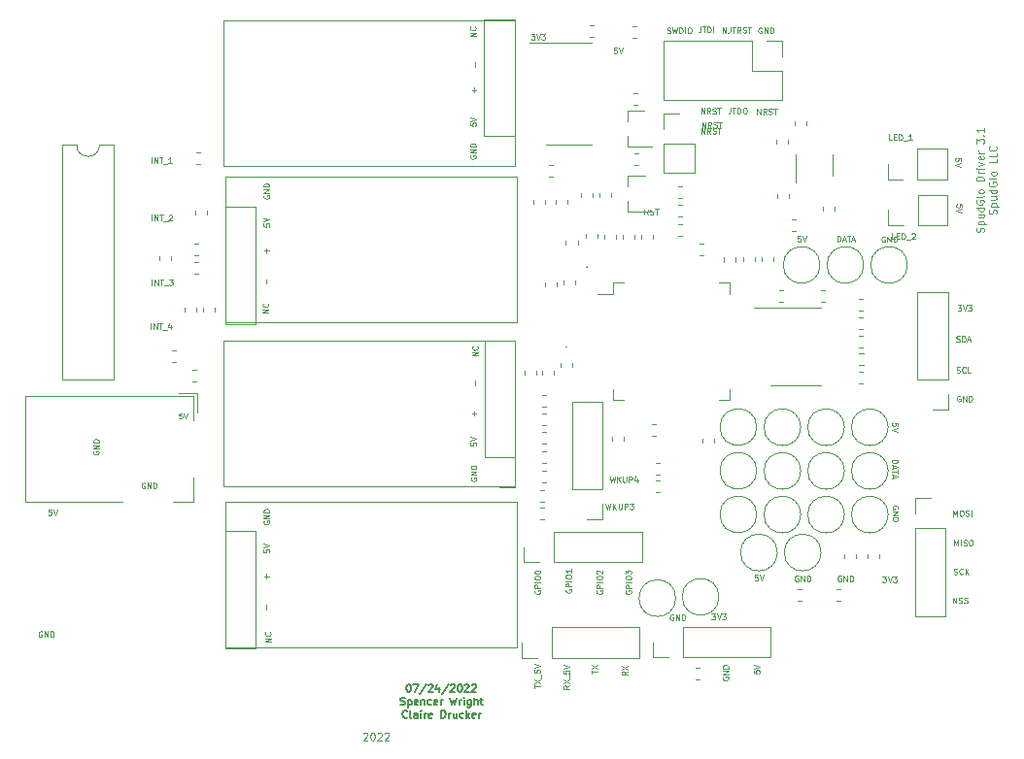
<source format=gto>
%TF.GenerationSoftware,KiCad,Pcbnew,(5.1.6-0-10_14)*%
%TF.CreationDate,2022-07-24T23:06:08-05:00*%
%TF.ProjectId,spudglo_driver_v3p1,73707564-676c-46f5-9f64-72697665725f,rev?*%
%TF.SameCoordinates,Original*%
%TF.FileFunction,Legend,Top*%
%TF.FilePolarity,Positive*%
%FSLAX46Y46*%
G04 Gerber Fmt 4.6, Leading zero omitted, Abs format (unit mm)*
G04 Created by KiCad (PCBNEW (5.1.6-0-10_14)) date 2022-07-24 23:06:08*
%MOMM*%
%LPD*%
G01*
G04 APERTURE LIST*
%ADD10C,0.125000*%
%ADD11C,0.162500*%
%ADD12C,0.120000*%
%ADD13C,0.200000*%
%ADD14C,0.150000*%
%ADD15C,5.100000*%
%ADD16R,1.800000X1.800000*%
%ADD17O,1.800000X1.800000*%
%ADD18C,2.700000*%
%ADD19R,1.900000X4.500000*%
%ADD20O,1.900000X4.100000*%
%ADD21O,4.100000X1.900000*%
%ADD22R,1.000000X0.900000*%
%ADD23R,0.750000X1.160000*%
%ADD24R,1.100000X1.300000*%
%ADD25R,0.675000X1.240000*%
%ADD26O,2.500000X1.700000*%
%ADD27R,2.500000X1.700000*%
%ADD28C,8.500000*%
G04 APERTURE END LIST*
D10*
X152101714Y-133846952D02*
X152132666Y-133816000D01*
X152194571Y-133785047D01*
X152349333Y-133785047D01*
X152411238Y-133816000D01*
X152442190Y-133846952D01*
X152473142Y-133908857D01*
X152473142Y-133970761D01*
X152442190Y-134063619D01*
X152070761Y-134435047D01*
X152473142Y-134435047D01*
X152875523Y-133785047D02*
X152937428Y-133785047D01*
X152999333Y-133816000D01*
X153030285Y-133846952D01*
X153061238Y-133908857D01*
X153092190Y-134032666D01*
X153092190Y-134187428D01*
X153061238Y-134311238D01*
X153030285Y-134373142D01*
X152999333Y-134404095D01*
X152937428Y-134435047D01*
X152875523Y-134435047D01*
X152813619Y-134404095D01*
X152782666Y-134373142D01*
X152751714Y-134311238D01*
X152720761Y-134187428D01*
X152720761Y-134032666D01*
X152751714Y-133908857D01*
X152782666Y-133846952D01*
X152813619Y-133816000D01*
X152875523Y-133785047D01*
X153339809Y-133846952D02*
X153370761Y-133816000D01*
X153432666Y-133785047D01*
X153587428Y-133785047D01*
X153649333Y-133816000D01*
X153680285Y-133846952D01*
X153711238Y-133908857D01*
X153711238Y-133970761D01*
X153680285Y-134063619D01*
X153308857Y-134435047D01*
X153711238Y-134435047D01*
X153958857Y-133846952D02*
X153989809Y-133816000D01*
X154051714Y-133785047D01*
X154206476Y-133785047D01*
X154268380Y-133816000D01*
X154299333Y-133846952D01*
X154330285Y-133908857D01*
X154330285Y-133970761D01*
X154299333Y-134063619D01*
X153927904Y-134435047D01*
X154330285Y-134435047D01*
X181535571Y-79791190D02*
X181535571Y-79291190D01*
X181821285Y-79791190D01*
X181821285Y-79291190D01*
X182345095Y-79791190D02*
X182178428Y-79553095D01*
X182059380Y-79791190D02*
X182059380Y-79291190D01*
X182249857Y-79291190D01*
X182297476Y-79315000D01*
X182321285Y-79338809D01*
X182345095Y-79386428D01*
X182345095Y-79457857D01*
X182321285Y-79505476D01*
X182297476Y-79529285D01*
X182249857Y-79553095D01*
X182059380Y-79553095D01*
X182535571Y-79767380D02*
X182607000Y-79791190D01*
X182726047Y-79791190D01*
X182773666Y-79767380D01*
X182797476Y-79743571D01*
X182821285Y-79695952D01*
X182821285Y-79648333D01*
X182797476Y-79600714D01*
X182773666Y-79576904D01*
X182726047Y-79553095D01*
X182630809Y-79529285D01*
X182583190Y-79505476D01*
X182559380Y-79481666D01*
X182535571Y-79434047D01*
X182535571Y-79386428D01*
X182559380Y-79338809D01*
X182583190Y-79315000D01*
X182630809Y-79291190D01*
X182749857Y-79291190D01*
X182821285Y-79315000D01*
X182964142Y-79291190D02*
X183249857Y-79291190D01*
X183107000Y-79791190D02*
X183107000Y-79291190D01*
X184090047Y-79259190D02*
X184090047Y-79616333D01*
X184066238Y-79687761D01*
X184018619Y-79735380D01*
X183947190Y-79759190D01*
X183899571Y-79759190D01*
X184256714Y-79259190D02*
X184542428Y-79259190D01*
X184399571Y-79759190D02*
X184399571Y-79259190D01*
X184709095Y-79759190D02*
X184709095Y-79259190D01*
X184828142Y-79259190D01*
X184899571Y-79283000D01*
X184947190Y-79330619D01*
X184971000Y-79378238D01*
X184994809Y-79473476D01*
X184994809Y-79544904D01*
X184971000Y-79640142D01*
X184947190Y-79687761D01*
X184899571Y-79735380D01*
X184828142Y-79759190D01*
X184709095Y-79759190D01*
X185304333Y-79259190D02*
X185399571Y-79259190D01*
X185447190Y-79283000D01*
X185494809Y-79330619D01*
X185518619Y-79425857D01*
X185518619Y-79592523D01*
X185494809Y-79687761D01*
X185447190Y-79735380D01*
X185399571Y-79759190D01*
X185304333Y-79759190D01*
X185256714Y-79735380D01*
X185209095Y-79687761D01*
X185185285Y-79592523D01*
X185185285Y-79425857D01*
X185209095Y-79330619D01*
X185256714Y-79283000D01*
X185304333Y-79259190D01*
X198422000Y-90725190D02*
X198183904Y-90725190D01*
X198183904Y-90225190D01*
X198588666Y-90463285D02*
X198755333Y-90463285D01*
X198826761Y-90725190D02*
X198588666Y-90725190D01*
X198588666Y-90225190D01*
X198826761Y-90225190D01*
X199041047Y-90725190D02*
X199041047Y-90225190D01*
X199160095Y-90225190D01*
X199231523Y-90249000D01*
X199279142Y-90296619D01*
X199302952Y-90344238D01*
X199326761Y-90439476D01*
X199326761Y-90510904D01*
X199302952Y-90606142D01*
X199279142Y-90653761D01*
X199231523Y-90701380D01*
X199160095Y-90725190D01*
X199041047Y-90725190D01*
X199422000Y-90772809D02*
X199802952Y-90772809D01*
X199898190Y-90272809D02*
X199922000Y-90249000D01*
X199969619Y-90225190D01*
X200088666Y-90225190D01*
X200136285Y-90249000D01*
X200160095Y-90272809D01*
X200183904Y-90320428D01*
X200183904Y-90368047D01*
X200160095Y-90439476D01*
X199874380Y-90725190D01*
X200183904Y-90725190D01*
X198155000Y-82090190D02*
X197916904Y-82090190D01*
X197916904Y-81590190D01*
X198321666Y-81828285D02*
X198488333Y-81828285D01*
X198559761Y-82090190D02*
X198321666Y-82090190D01*
X198321666Y-81590190D01*
X198559761Y-81590190D01*
X198774047Y-82090190D02*
X198774047Y-81590190D01*
X198893095Y-81590190D01*
X198964523Y-81614000D01*
X199012142Y-81661619D01*
X199035952Y-81709238D01*
X199059761Y-81804476D01*
X199059761Y-81875904D01*
X199035952Y-81971142D01*
X199012142Y-82018761D01*
X198964523Y-82066380D01*
X198893095Y-82090190D01*
X198774047Y-82090190D01*
X199155000Y-82137809D02*
X199535952Y-82137809D01*
X199916904Y-82090190D02*
X199631190Y-82090190D01*
X199774047Y-82090190D02*
X199774047Y-81590190D01*
X199726428Y-81661619D01*
X199678809Y-81709238D01*
X199631190Y-81733047D01*
X181620571Y-81001190D02*
X181620571Y-80501190D01*
X181906285Y-81001190D01*
X181906285Y-80501190D01*
X182430095Y-81001190D02*
X182263428Y-80763095D01*
X182144380Y-81001190D02*
X182144380Y-80501190D01*
X182334857Y-80501190D01*
X182382476Y-80525000D01*
X182406285Y-80548809D01*
X182430095Y-80596428D01*
X182430095Y-80667857D01*
X182406285Y-80715476D01*
X182382476Y-80739285D01*
X182334857Y-80763095D01*
X182144380Y-80763095D01*
X182620571Y-80977380D02*
X182692000Y-81001190D01*
X182811047Y-81001190D01*
X182858666Y-80977380D01*
X182882476Y-80953571D01*
X182906285Y-80905952D01*
X182906285Y-80858333D01*
X182882476Y-80810714D01*
X182858666Y-80786904D01*
X182811047Y-80763095D01*
X182715809Y-80739285D01*
X182668190Y-80715476D01*
X182644380Y-80691666D01*
X182620571Y-80644047D01*
X182620571Y-80596428D01*
X182644380Y-80548809D01*
X182668190Y-80525000D01*
X182715809Y-80501190D01*
X182834857Y-80501190D01*
X182906285Y-80525000D01*
X183049142Y-80501190D02*
X183334857Y-80501190D01*
X183192000Y-81001190D02*
X183192000Y-80501190D01*
X183420987Y-72711977D02*
X183420987Y-72211977D01*
X183706701Y-72711977D01*
X183706701Y-72211977D01*
X184087653Y-72211977D02*
X184087653Y-72569120D01*
X184063844Y-72640548D01*
X184016225Y-72688167D01*
X183944796Y-72711977D01*
X183897177Y-72711977D01*
X184254320Y-72211977D02*
X184540034Y-72211977D01*
X184397177Y-72711977D02*
X184397177Y-72211977D01*
X184992415Y-72711977D02*
X184825748Y-72473882D01*
X184706701Y-72711977D02*
X184706701Y-72211977D01*
X184897177Y-72211977D01*
X184944796Y-72235787D01*
X184968606Y-72259596D01*
X184992415Y-72307215D01*
X184992415Y-72378644D01*
X184968606Y-72426263D01*
X184944796Y-72450072D01*
X184897177Y-72473882D01*
X184706701Y-72473882D01*
X185182891Y-72688167D02*
X185254320Y-72711977D01*
X185373368Y-72711977D01*
X185420987Y-72688167D01*
X185444796Y-72664358D01*
X185468606Y-72616739D01*
X185468606Y-72569120D01*
X185444796Y-72521501D01*
X185420987Y-72497691D01*
X185373368Y-72473882D01*
X185278129Y-72450072D01*
X185230510Y-72426263D01*
X185206701Y-72402453D01*
X185182891Y-72354834D01*
X185182891Y-72307215D01*
X185206701Y-72259596D01*
X185230510Y-72235787D01*
X185278129Y-72211977D01*
X185397177Y-72211977D01*
X185468606Y-72235787D01*
X185611463Y-72211977D02*
X185897177Y-72211977D01*
X185754320Y-72711977D02*
X185754320Y-72211977D01*
X181478904Y-72188190D02*
X181478904Y-72545333D01*
X181455095Y-72616761D01*
X181407476Y-72664380D01*
X181336047Y-72688190D01*
X181288428Y-72688190D01*
X181645571Y-72188190D02*
X181931285Y-72188190D01*
X181788428Y-72688190D02*
X181788428Y-72188190D01*
X182097952Y-72688190D02*
X182097952Y-72188190D01*
X182217000Y-72188190D01*
X182288428Y-72212000D01*
X182336047Y-72259619D01*
X182359857Y-72307238D01*
X182383666Y-72402476D01*
X182383666Y-72473904D01*
X182359857Y-72569142D01*
X182336047Y-72616761D01*
X182288428Y-72664380D01*
X182217000Y-72688190D01*
X182097952Y-72688190D01*
X182597952Y-72688190D02*
X182597952Y-72188190D01*
X178563844Y-72740167D02*
X178635272Y-72763977D01*
X178754320Y-72763977D01*
X178801939Y-72740167D01*
X178825748Y-72716358D01*
X178849558Y-72668739D01*
X178849558Y-72621120D01*
X178825748Y-72573501D01*
X178801939Y-72549691D01*
X178754320Y-72525882D01*
X178659082Y-72502072D01*
X178611463Y-72478263D01*
X178587653Y-72454453D01*
X178563844Y-72406834D01*
X178563844Y-72359215D01*
X178587653Y-72311596D01*
X178611463Y-72287787D01*
X178659082Y-72263977D01*
X178778129Y-72263977D01*
X178849558Y-72287787D01*
X179016225Y-72263977D02*
X179135272Y-72763977D01*
X179230510Y-72406834D01*
X179325748Y-72763977D01*
X179444796Y-72263977D01*
X179635272Y-72763977D02*
X179635272Y-72263977D01*
X179754320Y-72263977D01*
X179825748Y-72287787D01*
X179873368Y-72335406D01*
X179897177Y-72383025D01*
X179920987Y-72478263D01*
X179920987Y-72549691D01*
X179897177Y-72644929D01*
X179873368Y-72692548D01*
X179825748Y-72740167D01*
X179754320Y-72763977D01*
X179635272Y-72763977D01*
X180135272Y-72763977D02*
X180135272Y-72263977D01*
X180468606Y-72263977D02*
X180563844Y-72263977D01*
X180611463Y-72287787D01*
X180659082Y-72335406D01*
X180682891Y-72430644D01*
X180682891Y-72597310D01*
X180659082Y-72692548D01*
X180611463Y-72740167D01*
X180563844Y-72763977D01*
X180468606Y-72763977D01*
X180420987Y-72740167D01*
X180373368Y-72692548D01*
X180349558Y-72597310D01*
X180349558Y-72430644D01*
X180373368Y-72335406D01*
X180420987Y-72287787D01*
X180468606Y-72263977D01*
X174172761Y-74008190D02*
X173934666Y-74008190D01*
X173910857Y-74246285D01*
X173934666Y-74222476D01*
X173982285Y-74198666D01*
X174101333Y-74198666D01*
X174148952Y-74222476D01*
X174172761Y-74246285D01*
X174196571Y-74293904D01*
X174196571Y-74412952D01*
X174172761Y-74460571D01*
X174148952Y-74484380D01*
X174101333Y-74508190D01*
X173982285Y-74508190D01*
X173934666Y-74484380D01*
X173910857Y-74460571D01*
X174339428Y-74008190D02*
X174506095Y-74508190D01*
X174672761Y-74008190D01*
X166717320Y-72819977D02*
X167026844Y-72819977D01*
X166860177Y-73010453D01*
X166931606Y-73010453D01*
X166979225Y-73034263D01*
X167003034Y-73058072D01*
X167026844Y-73105691D01*
X167026844Y-73224739D01*
X167003034Y-73272358D01*
X166979225Y-73296167D01*
X166931606Y-73319977D01*
X166788748Y-73319977D01*
X166741129Y-73296167D01*
X166717320Y-73272358D01*
X167169701Y-72819977D02*
X167336368Y-73319977D01*
X167503034Y-72819977D01*
X167622082Y-72819977D02*
X167931606Y-72819977D01*
X167764939Y-73010453D01*
X167836368Y-73010453D01*
X167883987Y-73034263D01*
X167907796Y-73058072D01*
X167931606Y-73105691D01*
X167931606Y-73224739D01*
X167907796Y-73272358D01*
X167883987Y-73296167D01*
X167836368Y-73319977D01*
X167693510Y-73319977D01*
X167645891Y-73296167D01*
X167622082Y-73272358D01*
X133648047Y-89108190D02*
X133648047Y-88608190D01*
X133886142Y-89108190D02*
X133886142Y-88608190D01*
X134171857Y-89108190D01*
X134171857Y-88608190D01*
X134338523Y-88608190D02*
X134624238Y-88608190D01*
X134481380Y-89108190D02*
X134481380Y-88608190D01*
X134671857Y-89155809D02*
X135052809Y-89155809D01*
X135148047Y-88655809D02*
X135171857Y-88632000D01*
X135219476Y-88608190D01*
X135338523Y-88608190D01*
X135386142Y-88632000D01*
X135409952Y-88655809D01*
X135433761Y-88703428D01*
X135433761Y-88751047D01*
X135409952Y-88822476D01*
X135124238Y-89108190D01*
X135433761Y-89108190D01*
X133629047Y-84088190D02*
X133629047Y-83588190D01*
X133867142Y-84088190D02*
X133867142Y-83588190D01*
X134152857Y-84088190D01*
X134152857Y-83588190D01*
X134319523Y-83588190D02*
X134605238Y-83588190D01*
X134462380Y-84088190D02*
X134462380Y-83588190D01*
X134652857Y-84135809D02*
X135033809Y-84135809D01*
X135414761Y-84088190D02*
X135129047Y-84088190D01*
X135271904Y-84088190D02*
X135271904Y-83588190D01*
X135224285Y-83659619D01*
X135176666Y-83707238D01*
X135129047Y-83731047D01*
X133685047Y-94737190D02*
X133685047Y-94237190D01*
X133923142Y-94737190D02*
X133923142Y-94237190D01*
X134208857Y-94737190D01*
X134208857Y-94237190D01*
X134375523Y-94237190D02*
X134661238Y-94237190D01*
X134518380Y-94737190D02*
X134518380Y-94237190D01*
X134708857Y-94784809D02*
X135089809Y-94784809D01*
X135161238Y-94237190D02*
X135470761Y-94237190D01*
X135304095Y-94427666D01*
X135375523Y-94427666D01*
X135423142Y-94451476D01*
X135446952Y-94475285D01*
X135470761Y-94522904D01*
X135470761Y-94641952D01*
X135446952Y-94689571D01*
X135423142Y-94713380D01*
X135375523Y-94737190D01*
X135232666Y-94737190D01*
X135185047Y-94713380D01*
X135161238Y-94689571D01*
X133590047Y-98599190D02*
X133590047Y-98099190D01*
X133828142Y-98599190D02*
X133828142Y-98099190D01*
X134113857Y-98599190D01*
X134113857Y-98099190D01*
X134280523Y-98099190D02*
X134566238Y-98099190D01*
X134423380Y-98599190D02*
X134423380Y-98099190D01*
X134613857Y-98646809D02*
X134994809Y-98646809D01*
X135328142Y-98265857D02*
X135328142Y-98599190D01*
X135209095Y-98075380D02*
X135090047Y-98432523D01*
X135399571Y-98432523D01*
X136300666Y-105891569D02*
X136062571Y-105891569D01*
X136038762Y-106129664D01*
X136062571Y-106105855D01*
X136110190Y-106082045D01*
X136229238Y-106082045D01*
X136276857Y-106105855D01*
X136300666Y-106129664D01*
X136324476Y-106177283D01*
X136324476Y-106296331D01*
X136300666Y-106343950D01*
X136276857Y-106367759D01*
X136229238Y-106391569D01*
X136110190Y-106391569D01*
X136062571Y-106367759D01*
X136038762Y-106343950D01*
X136467333Y-105891569D02*
X136634000Y-106391569D01*
X136800666Y-105891569D01*
X133048753Y-111992182D02*
X133001134Y-111968372D01*
X132929706Y-111968372D01*
X132858277Y-111992182D01*
X132810658Y-112039801D01*
X132786848Y-112087420D01*
X132763039Y-112182658D01*
X132763039Y-112254086D01*
X132786848Y-112349324D01*
X132810658Y-112396943D01*
X132858277Y-112444562D01*
X132929706Y-112468372D01*
X132977325Y-112468372D01*
X133048753Y-112444562D01*
X133072563Y-112420753D01*
X133072563Y-112254086D01*
X132977325Y-112254086D01*
X133286848Y-112468372D02*
X133286848Y-111968372D01*
X133572563Y-112468372D01*
X133572563Y-111968372D01*
X133810658Y-112468372D02*
X133810658Y-111968372D01*
X133929706Y-111968372D01*
X134001134Y-111992182D01*
X134048753Y-112039801D01*
X134072563Y-112087420D01*
X134096372Y-112182658D01*
X134096372Y-112254086D01*
X134072563Y-112349324D01*
X134048753Y-112396943D01*
X134001134Y-112444562D01*
X133929706Y-112468372D01*
X133810658Y-112468372D01*
X128575182Y-109221246D02*
X128551372Y-109268865D01*
X128551372Y-109340294D01*
X128575182Y-109411722D01*
X128622801Y-109459341D01*
X128670420Y-109483151D01*
X128765658Y-109506960D01*
X128837086Y-109506960D01*
X128932324Y-109483151D01*
X128979943Y-109459341D01*
X129027562Y-109411722D01*
X129051372Y-109340294D01*
X129051372Y-109292674D01*
X129027562Y-109221246D01*
X129003753Y-109197436D01*
X128837086Y-109197436D01*
X128837086Y-109292674D01*
X129051372Y-108983151D02*
X128551372Y-108983151D01*
X129051372Y-108697436D01*
X128551372Y-108697436D01*
X129051372Y-108459341D02*
X128551372Y-108459341D01*
X128551372Y-108340294D01*
X128575182Y-108268865D01*
X128622801Y-108221246D01*
X128670420Y-108197436D01*
X128765658Y-108173627D01*
X128837086Y-108173627D01*
X128932324Y-108197436D01*
X128979943Y-108221246D01*
X129027562Y-108268865D01*
X129051372Y-108340294D01*
X129051372Y-108459341D01*
X124088753Y-124960182D02*
X124041134Y-124936372D01*
X123969706Y-124936372D01*
X123898277Y-124960182D01*
X123850658Y-125007801D01*
X123826848Y-125055420D01*
X123803039Y-125150658D01*
X123803039Y-125222086D01*
X123826848Y-125317324D01*
X123850658Y-125364943D01*
X123898277Y-125412562D01*
X123969706Y-125436372D01*
X124017325Y-125436372D01*
X124088753Y-125412562D01*
X124112563Y-125388753D01*
X124112563Y-125222086D01*
X124017325Y-125222086D01*
X124326848Y-125436372D02*
X124326848Y-124936372D01*
X124612563Y-125436372D01*
X124612563Y-124936372D01*
X124850658Y-125436372D02*
X124850658Y-124936372D01*
X124969706Y-124936372D01*
X125041134Y-124960182D01*
X125088753Y-125007801D01*
X125112563Y-125055420D01*
X125136372Y-125150658D01*
X125136372Y-125222086D01*
X125112563Y-125317324D01*
X125088753Y-125364943D01*
X125041134Y-125412562D01*
X124969706Y-125436372D01*
X124850658Y-125436372D01*
X124897666Y-114285569D02*
X124659571Y-114285569D01*
X124635762Y-114523664D01*
X124659571Y-114499855D01*
X124707190Y-114476045D01*
X124826238Y-114476045D01*
X124873857Y-114499855D01*
X124897666Y-114523664D01*
X124921476Y-114571283D01*
X124921476Y-114690331D01*
X124897666Y-114737950D01*
X124873857Y-114761759D01*
X124826238Y-114785569D01*
X124707190Y-114785569D01*
X124659571Y-114761759D01*
X124635762Y-114737950D01*
X125064333Y-114285569D02*
X125231000Y-114785569D01*
X125397666Y-114285569D01*
X206138095Y-90102523D02*
X206169047Y-90009666D01*
X206169047Y-89854904D01*
X206138095Y-89793000D01*
X206107142Y-89762047D01*
X206045238Y-89731095D01*
X205983333Y-89731095D01*
X205921428Y-89762047D01*
X205890476Y-89793000D01*
X205859523Y-89854904D01*
X205828571Y-89978714D01*
X205797619Y-90040619D01*
X205766666Y-90071571D01*
X205704761Y-90102523D01*
X205642857Y-90102523D01*
X205580952Y-90071571D01*
X205550000Y-90040619D01*
X205519047Y-89978714D01*
X205519047Y-89823952D01*
X205550000Y-89731095D01*
X205735714Y-89452523D02*
X206385714Y-89452523D01*
X205766666Y-89452523D02*
X205735714Y-89390619D01*
X205735714Y-89266809D01*
X205766666Y-89204904D01*
X205797619Y-89173952D01*
X205859523Y-89143000D01*
X206045238Y-89143000D01*
X206107142Y-89173952D01*
X206138095Y-89204904D01*
X206169047Y-89266809D01*
X206169047Y-89390619D01*
X206138095Y-89452523D01*
X205735714Y-88585857D02*
X206169047Y-88585857D01*
X205735714Y-88864428D02*
X206076190Y-88864428D01*
X206138095Y-88833476D01*
X206169047Y-88771571D01*
X206169047Y-88678714D01*
X206138095Y-88616809D01*
X206107142Y-88585857D01*
X206169047Y-87997761D02*
X205519047Y-87997761D01*
X206138095Y-87997761D02*
X206169047Y-88059666D01*
X206169047Y-88183476D01*
X206138095Y-88245380D01*
X206107142Y-88276333D01*
X206045238Y-88307285D01*
X205859523Y-88307285D01*
X205797619Y-88276333D01*
X205766666Y-88245380D01*
X205735714Y-88183476D01*
X205735714Y-88059666D01*
X205766666Y-87997761D01*
X205550000Y-87347761D02*
X205519047Y-87409666D01*
X205519047Y-87502523D01*
X205550000Y-87595380D01*
X205611904Y-87657285D01*
X205673809Y-87688238D01*
X205797619Y-87719190D01*
X205890476Y-87719190D01*
X206014285Y-87688238D01*
X206076190Y-87657285D01*
X206138095Y-87595380D01*
X206169047Y-87502523D01*
X206169047Y-87440619D01*
X206138095Y-87347761D01*
X206107142Y-87316809D01*
X205890476Y-87316809D01*
X205890476Y-87440619D01*
X206169047Y-86945380D02*
X206138095Y-87007285D01*
X206076190Y-87038238D01*
X205519047Y-87038238D01*
X206169047Y-86604904D02*
X206138095Y-86666809D01*
X206107142Y-86697761D01*
X206045238Y-86728714D01*
X205859523Y-86728714D01*
X205797619Y-86697761D01*
X205766666Y-86666809D01*
X205735714Y-86604904D01*
X205735714Y-86512047D01*
X205766666Y-86450142D01*
X205797619Y-86419190D01*
X205859523Y-86388238D01*
X206045238Y-86388238D01*
X206107142Y-86419190D01*
X206138095Y-86450142D01*
X206169047Y-86512047D01*
X206169047Y-86604904D01*
X206169047Y-85614428D02*
X205519047Y-85614428D01*
X205519047Y-85459666D01*
X205550000Y-85366809D01*
X205611904Y-85304904D01*
X205673809Y-85273952D01*
X205797619Y-85243000D01*
X205890476Y-85243000D01*
X206014285Y-85273952D01*
X206076190Y-85304904D01*
X206138095Y-85366809D01*
X206169047Y-85459666D01*
X206169047Y-85614428D01*
X206169047Y-84964428D02*
X205735714Y-84964428D01*
X205859523Y-84964428D02*
X205797619Y-84933476D01*
X205766666Y-84902523D01*
X205735714Y-84840619D01*
X205735714Y-84778714D01*
X206169047Y-84562047D02*
X205735714Y-84562047D01*
X205519047Y-84562047D02*
X205550000Y-84593000D01*
X205580952Y-84562047D01*
X205550000Y-84531095D01*
X205519047Y-84562047D01*
X205580952Y-84562047D01*
X205735714Y-84314428D02*
X206169047Y-84159666D01*
X205735714Y-84004904D01*
X206138095Y-83509666D02*
X206169047Y-83571571D01*
X206169047Y-83695380D01*
X206138095Y-83757285D01*
X206076190Y-83788238D01*
X205828571Y-83788238D01*
X205766666Y-83757285D01*
X205735714Y-83695380D01*
X205735714Y-83571571D01*
X205766666Y-83509666D01*
X205828571Y-83478714D01*
X205890476Y-83478714D01*
X205952380Y-83788238D01*
X206169047Y-83200142D02*
X205735714Y-83200142D01*
X205859523Y-83200142D02*
X205797619Y-83169190D01*
X205766666Y-83138238D01*
X205735714Y-83076333D01*
X205735714Y-83014428D01*
X205519047Y-82364428D02*
X205519047Y-81962047D01*
X205766666Y-82178714D01*
X205766666Y-82085857D01*
X205797619Y-82023952D01*
X205828571Y-81993000D01*
X205890476Y-81962047D01*
X206045238Y-81962047D01*
X206107142Y-81993000D01*
X206138095Y-82023952D01*
X206169047Y-82085857D01*
X206169047Y-82271571D01*
X206138095Y-82333476D01*
X206107142Y-82364428D01*
X206107142Y-81683476D02*
X206138095Y-81652523D01*
X206169047Y-81683476D01*
X206138095Y-81714428D01*
X206107142Y-81683476D01*
X206169047Y-81683476D01*
X206169047Y-81033476D02*
X206169047Y-81404904D01*
X206169047Y-81219190D02*
X205519047Y-81219190D01*
X205611904Y-81281095D01*
X205673809Y-81343000D01*
X205704761Y-81404904D01*
X207238095Y-88523952D02*
X207269047Y-88431095D01*
X207269047Y-88276333D01*
X207238095Y-88214428D01*
X207207142Y-88183476D01*
X207145238Y-88152523D01*
X207083333Y-88152523D01*
X207021428Y-88183476D01*
X206990476Y-88214428D01*
X206959523Y-88276333D01*
X206928571Y-88400142D01*
X206897619Y-88462047D01*
X206866666Y-88493000D01*
X206804761Y-88523952D01*
X206742857Y-88523952D01*
X206680952Y-88493000D01*
X206650000Y-88462047D01*
X206619047Y-88400142D01*
X206619047Y-88245380D01*
X206650000Y-88152523D01*
X206835714Y-87873952D02*
X207485714Y-87873952D01*
X206866666Y-87873952D02*
X206835714Y-87812047D01*
X206835714Y-87688238D01*
X206866666Y-87626333D01*
X206897619Y-87595380D01*
X206959523Y-87564428D01*
X207145238Y-87564428D01*
X207207142Y-87595380D01*
X207238095Y-87626333D01*
X207269047Y-87688238D01*
X207269047Y-87812047D01*
X207238095Y-87873952D01*
X206835714Y-87007285D02*
X207269047Y-87007285D01*
X206835714Y-87285857D02*
X207176190Y-87285857D01*
X207238095Y-87254904D01*
X207269047Y-87193000D01*
X207269047Y-87100142D01*
X207238095Y-87038238D01*
X207207142Y-87007285D01*
X207269047Y-86419190D02*
X206619047Y-86419190D01*
X207238095Y-86419190D02*
X207269047Y-86481095D01*
X207269047Y-86604904D01*
X207238095Y-86666809D01*
X207207142Y-86697761D01*
X207145238Y-86728714D01*
X206959523Y-86728714D01*
X206897619Y-86697761D01*
X206866666Y-86666809D01*
X206835714Y-86604904D01*
X206835714Y-86481095D01*
X206866666Y-86419190D01*
X206650000Y-85769190D02*
X206619047Y-85831095D01*
X206619047Y-85923952D01*
X206650000Y-86016809D01*
X206711904Y-86078714D01*
X206773809Y-86109666D01*
X206897619Y-86140619D01*
X206990476Y-86140619D01*
X207114285Y-86109666D01*
X207176190Y-86078714D01*
X207238095Y-86016809D01*
X207269047Y-85923952D01*
X207269047Y-85862047D01*
X207238095Y-85769190D01*
X207207142Y-85738238D01*
X206990476Y-85738238D01*
X206990476Y-85862047D01*
X207269047Y-85366809D02*
X207238095Y-85428714D01*
X207176190Y-85459666D01*
X206619047Y-85459666D01*
X207269047Y-85026333D02*
X207238095Y-85088238D01*
X207207142Y-85119190D01*
X207145238Y-85150142D01*
X206959523Y-85150142D01*
X206897619Y-85119190D01*
X206866666Y-85088238D01*
X206835714Y-85026333D01*
X206835714Y-84933476D01*
X206866666Y-84871571D01*
X206897619Y-84840619D01*
X206959523Y-84809666D01*
X207145238Y-84809666D01*
X207207142Y-84840619D01*
X207238095Y-84871571D01*
X207269047Y-84933476D01*
X207269047Y-85026333D01*
X207269047Y-83726333D02*
X207269047Y-84035857D01*
X206619047Y-84035857D01*
X207269047Y-83200142D02*
X207269047Y-83509666D01*
X206619047Y-83509666D01*
X207207142Y-82612047D02*
X207238095Y-82643000D01*
X207269047Y-82735857D01*
X207269047Y-82797761D01*
X207238095Y-82890619D01*
X207176190Y-82952523D01*
X207114285Y-82983476D01*
X206990476Y-83014428D01*
X206897619Y-83014428D01*
X206773809Y-82983476D01*
X206711904Y-82952523D01*
X206650000Y-82890619D01*
X206619047Y-82797761D01*
X206619047Y-82735857D01*
X206650000Y-82643000D01*
X206680952Y-82612047D01*
D11*
X156026428Y-129561547D02*
X156088333Y-129561547D01*
X156150238Y-129592500D01*
X156181190Y-129623452D01*
X156212142Y-129685357D01*
X156243095Y-129809166D01*
X156243095Y-129963928D01*
X156212142Y-130087738D01*
X156181190Y-130149642D01*
X156150238Y-130180595D01*
X156088333Y-130211547D01*
X156026428Y-130211547D01*
X155964523Y-130180595D01*
X155933571Y-130149642D01*
X155902619Y-130087738D01*
X155871666Y-129963928D01*
X155871666Y-129809166D01*
X155902619Y-129685357D01*
X155933571Y-129623452D01*
X155964523Y-129592500D01*
X156026428Y-129561547D01*
X156459761Y-129561547D02*
X156893095Y-129561547D01*
X156614523Y-130211547D01*
X157605000Y-129530595D02*
X157047857Y-130366309D01*
X157790714Y-129623452D02*
X157821666Y-129592500D01*
X157883571Y-129561547D01*
X158038333Y-129561547D01*
X158100238Y-129592500D01*
X158131190Y-129623452D01*
X158162142Y-129685357D01*
X158162142Y-129747261D01*
X158131190Y-129840119D01*
X157759761Y-130211547D01*
X158162142Y-130211547D01*
X158719285Y-129778214D02*
X158719285Y-130211547D01*
X158564523Y-129530595D02*
X158409761Y-129994880D01*
X158812142Y-129994880D01*
X159524047Y-129530595D02*
X158966904Y-130366309D01*
X159709761Y-129623452D02*
X159740714Y-129592500D01*
X159802619Y-129561547D01*
X159957380Y-129561547D01*
X160019285Y-129592500D01*
X160050238Y-129623452D01*
X160081190Y-129685357D01*
X160081190Y-129747261D01*
X160050238Y-129840119D01*
X159678809Y-130211547D01*
X160081190Y-130211547D01*
X160483571Y-129561547D02*
X160545476Y-129561547D01*
X160607380Y-129592500D01*
X160638333Y-129623452D01*
X160669285Y-129685357D01*
X160700238Y-129809166D01*
X160700238Y-129963928D01*
X160669285Y-130087738D01*
X160638333Y-130149642D01*
X160607380Y-130180595D01*
X160545476Y-130211547D01*
X160483571Y-130211547D01*
X160421666Y-130180595D01*
X160390714Y-130149642D01*
X160359761Y-130087738D01*
X160328809Y-129963928D01*
X160328809Y-129809166D01*
X160359761Y-129685357D01*
X160390714Y-129623452D01*
X160421666Y-129592500D01*
X160483571Y-129561547D01*
X160947857Y-129623452D02*
X160978809Y-129592500D01*
X161040714Y-129561547D01*
X161195476Y-129561547D01*
X161257380Y-129592500D01*
X161288333Y-129623452D01*
X161319285Y-129685357D01*
X161319285Y-129747261D01*
X161288333Y-129840119D01*
X160916904Y-130211547D01*
X161319285Y-130211547D01*
X161566904Y-129623452D02*
X161597857Y-129592500D01*
X161659761Y-129561547D01*
X161814523Y-129561547D01*
X161876428Y-129592500D01*
X161907380Y-129623452D01*
X161938333Y-129685357D01*
X161938333Y-129747261D01*
X161907380Y-129840119D01*
X161535952Y-130211547D01*
X161938333Y-130211547D01*
X155345476Y-131318095D02*
X155438333Y-131349047D01*
X155593095Y-131349047D01*
X155655000Y-131318095D01*
X155685952Y-131287142D01*
X155716904Y-131225238D01*
X155716904Y-131163333D01*
X155685952Y-131101428D01*
X155655000Y-131070476D01*
X155593095Y-131039523D01*
X155469285Y-131008571D01*
X155407380Y-130977619D01*
X155376428Y-130946666D01*
X155345476Y-130884761D01*
X155345476Y-130822857D01*
X155376428Y-130760952D01*
X155407380Y-130730000D01*
X155469285Y-130699047D01*
X155624047Y-130699047D01*
X155716904Y-130730000D01*
X155995476Y-130915714D02*
X155995476Y-131565714D01*
X155995476Y-130946666D02*
X156057380Y-130915714D01*
X156181190Y-130915714D01*
X156243095Y-130946666D01*
X156274047Y-130977619D01*
X156305000Y-131039523D01*
X156305000Y-131225238D01*
X156274047Y-131287142D01*
X156243095Y-131318095D01*
X156181190Y-131349047D01*
X156057380Y-131349047D01*
X155995476Y-131318095D01*
X156831190Y-131318095D02*
X156769285Y-131349047D01*
X156645476Y-131349047D01*
X156583571Y-131318095D01*
X156552619Y-131256190D01*
X156552619Y-131008571D01*
X156583571Y-130946666D01*
X156645476Y-130915714D01*
X156769285Y-130915714D01*
X156831190Y-130946666D01*
X156862142Y-131008571D01*
X156862142Y-131070476D01*
X156552619Y-131132380D01*
X157140714Y-130915714D02*
X157140714Y-131349047D01*
X157140714Y-130977619D02*
X157171666Y-130946666D01*
X157233571Y-130915714D01*
X157326428Y-130915714D01*
X157388333Y-130946666D01*
X157419285Y-131008571D01*
X157419285Y-131349047D01*
X158007380Y-131318095D02*
X157945476Y-131349047D01*
X157821666Y-131349047D01*
X157759761Y-131318095D01*
X157728809Y-131287142D01*
X157697857Y-131225238D01*
X157697857Y-131039523D01*
X157728809Y-130977619D01*
X157759761Y-130946666D01*
X157821666Y-130915714D01*
X157945476Y-130915714D01*
X158007380Y-130946666D01*
X158533571Y-131318095D02*
X158471666Y-131349047D01*
X158347857Y-131349047D01*
X158285952Y-131318095D01*
X158255000Y-131256190D01*
X158255000Y-131008571D01*
X158285952Y-130946666D01*
X158347857Y-130915714D01*
X158471666Y-130915714D01*
X158533571Y-130946666D01*
X158564523Y-131008571D01*
X158564523Y-131070476D01*
X158255000Y-131132380D01*
X158843095Y-131349047D02*
X158843095Y-130915714D01*
X158843095Y-131039523D02*
X158874047Y-130977619D01*
X158905000Y-130946666D01*
X158966904Y-130915714D01*
X159028809Y-130915714D01*
X159678809Y-130699047D02*
X159833571Y-131349047D01*
X159957380Y-130884761D01*
X160081190Y-131349047D01*
X160235952Y-130699047D01*
X160483571Y-131349047D02*
X160483571Y-130915714D01*
X160483571Y-131039523D02*
X160514523Y-130977619D01*
X160545476Y-130946666D01*
X160607380Y-130915714D01*
X160669285Y-130915714D01*
X160885952Y-131349047D02*
X160885952Y-130915714D01*
X160885952Y-130699047D02*
X160855000Y-130730000D01*
X160885952Y-130760952D01*
X160916904Y-130730000D01*
X160885952Y-130699047D01*
X160885952Y-130760952D01*
X161474047Y-130915714D02*
X161474047Y-131441904D01*
X161443095Y-131503809D01*
X161412142Y-131534761D01*
X161350238Y-131565714D01*
X161257380Y-131565714D01*
X161195476Y-131534761D01*
X161474047Y-131318095D02*
X161412142Y-131349047D01*
X161288333Y-131349047D01*
X161226428Y-131318095D01*
X161195476Y-131287142D01*
X161164523Y-131225238D01*
X161164523Y-131039523D01*
X161195476Y-130977619D01*
X161226428Y-130946666D01*
X161288333Y-130915714D01*
X161412142Y-130915714D01*
X161474047Y-130946666D01*
X161783571Y-131349047D02*
X161783571Y-130699047D01*
X162062142Y-131349047D02*
X162062142Y-131008571D01*
X162031190Y-130946666D01*
X161969285Y-130915714D01*
X161876428Y-130915714D01*
X161814523Y-130946666D01*
X161783571Y-130977619D01*
X162278809Y-130915714D02*
X162526428Y-130915714D01*
X162371666Y-130699047D02*
X162371666Y-131256190D01*
X162402619Y-131318095D01*
X162464523Y-131349047D01*
X162526428Y-131349047D01*
X155918095Y-132424642D02*
X155887142Y-132455595D01*
X155794285Y-132486547D01*
X155732380Y-132486547D01*
X155639523Y-132455595D01*
X155577619Y-132393690D01*
X155546666Y-132331785D01*
X155515714Y-132207976D01*
X155515714Y-132115119D01*
X155546666Y-131991309D01*
X155577619Y-131929404D01*
X155639523Y-131867500D01*
X155732380Y-131836547D01*
X155794285Y-131836547D01*
X155887142Y-131867500D01*
X155918095Y-131898452D01*
X156289523Y-132486547D02*
X156227619Y-132455595D01*
X156196666Y-132393690D01*
X156196666Y-131836547D01*
X156815714Y-132486547D02*
X156815714Y-132146071D01*
X156784761Y-132084166D01*
X156722857Y-132053214D01*
X156599047Y-132053214D01*
X156537142Y-132084166D01*
X156815714Y-132455595D02*
X156753809Y-132486547D01*
X156599047Y-132486547D01*
X156537142Y-132455595D01*
X156506190Y-132393690D01*
X156506190Y-132331785D01*
X156537142Y-132269880D01*
X156599047Y-132238928D01*
X156753809Y-132238928D01*
X156815714Y-132207976D01*
X157125238Y-132486547D02*
X157125238Y-132053214D01*
X157125238Y-131836547D02*
X157094285Y-131867500D01*
X157125238Y-131898452D01*
X157156190Y-131867500D01*
X157125238Y-131836547D01*
X157125238Y-131898452D01*
X157434761Y-132486547D02*
X157434761Y-132053214D01*
X157434761Y-132177023D02*
X157465714Y-132115119D01*
X157496666Y-132084166D01*
X157558571Y-132053214D01*
X157620476Y-132053214D01*
X158084761Y-132455595D02*
X158022857Y-132486547D01*
X157899047Y-132486547D01*
X157837142Y-132455595D01*
X157806190Y-132393690D01*
X157806190Y-132146071D01*
X157837142Y-132084166D01*
X157899047Y-132053214D01*
X158022857Y-132053214D01*
X158084761Y-132084166D01*
X158115714Y-132146071D01*
X158115714Y-132207976D01*
X157806190Y-132269880D01*
X158889523Y-132486547D02*
X158889523Y-131836547D01*
X159044285Y-131836547D01*
X159137142Y-131867500D01*
X159199047Y-131929404D01*
X159230000Y-131991309D01*
X159260952Y-132115119D01*
X159260952Y-132207976D01*
X159230000Y-132331785D01*
X159199047Y-132393690D01*
X159137142Y-132455595D01*
X159044285Y-132486547D01*
X158889523Y-132486547D01*
X159539523Y-132486547D02*
X159539523Y-132053214D01*
X159539523Y-132177023D02*
X159570476Y-132115119D01*
X159601428Y-132084166D01*
X159663333Y-132053214D01*
X159725238Y-132053214D01*
X160220476Y-132053214D02*
X160220476Y-132486547D01*
X159941904Y-132053214D02*
X159941904Y-132393690D01*
X159972857Y-132455595D01*
X160034761Y-132486547D01*
X160127619Y-132486547D01*
X160189523Y-132455595D01*
X160220476Y-132424642D01*
X160808571Y-132455595D02*
X160746666Y-132486547D01*
X160622857Y-132486547D01*
X160560952Y-132455595D01*
X160530000Y-132424642D01*
X160499047Y-132362738D01*
X160499047Y-132177023D01*
X160530000Y-132115119D01*
X160560952Y-132084166D01*
X160622857Y-132053214D01*
X160746666Y-132053214D01*
X160808571Y-132084166D01*
X161087142Y-132486547D02*
X161087142Y-131836547D01*
X161149047Y-132238928D02*
X161334761Y-132486547D01*
X161334761Y-132053214D02*
X161087142Y-132300833D01*
X161860952Y-132455595D02*
X161799047Y-132486547D01*
X161675238Y-132486547D01*
X161613333Y-132455595D01*
X161582380Y-132393690D01*
X161582380Y-132146071D01*
X161613333Y-132084166D01*
X161675238Y-132053214D01*
X161799047Y-132053214D01*
X161860952Y-132084166D01*
X161891904Y-132146071D01*
X161891904Y-132207976D01*
X161582380Y-132269880D01*
X162170476Y-132486547D02*
X162170476Y-132053214D01*
X162170476Y-132177023D02*
X162201428Y-132115119D01*
X162232380Y-132084166D01*
X162294285Y-132053214D01*
X162356190Y-132053214D01*
D10*
X182438952Y-123411190D02*
X182748476Y-123411190D01*
X182581809Y-123601666D01*
X182653238Y-123601666D01*
X182700857Y-123625476D01*
X182724666Y-123649285D01*
X182748476Y-123696904D01*
X182748476Y-123815952D01*
X182724666Y-123863571D01*
X182700857Y-123887380D01*
X182653238Y-123911190D01*
X182510380Y-123911190D01*
X182462761Y-123887380D01*
X182438952Y-123863571D01*
X182891333Y-123411190D02*
X183058000Y-123911190D01*
X183224666Y-123411190D01*
X183343714Y-123411190D02*
X183653238Y-123411190D01*
X183486571Y-123601666D01*
X183558000Y-123601666D01*
X183605619Y-123625476D01*
X183629428Y-123649285D01*
X183653238Y-123696904D01*
X183653238Y-123815952D01*
X183629428Y-123863571D01*
X183605619Y-123887380D01*
X183558000Y-123911190D01*
X183415142Y-123911190D01*
X183367523Y-123887380D01*
X183343714Y-123863571D01*
X167060000Y-121378095D02*
X167036190Y-121425714D01*
X167036190Y-121497142D01*
X167060000Y-121568571D01*
X167107619Y-121616190D01*
X167155238Y-121640000D01*
X167250476Y-121663809D01*
X167321904Y-121663809D01*
X167417142Y-121640000D01*
X167464761Y-121616190D01*
X167512380Y-121568571D01*
X167536190Y-121497142D01*
X167536190Y-121449523D01*
X167512380Y-121378095D01*
X167488571Y-121354285D01*
X167321904Y-121354285D01*
X167321904Y-121449523D01*
X167536190Y-121140000D02*
X167036190Y-121140000D01*
X167036190Y-120949523D01*
X167060000Y-120901904D01*
X167083809Y-120878095D01*
X167131428Y-120854285D01*
X167202857Y-120854285D01*
X167250476Y-120878095D01*
X167274285Y-120901904D01*
X167298095Y-120949523D01*
X167298095Y-121140000D01*
X167536190Y-120640000D02*
X167036190Y-120640000D01*
X167036190Y-120306666D02*
X167036190Y-120211428D01*
X167060000Y-120163809D01*
X167107619Y-120116190D01*
X167202857Y-120092380D01*
X167369523Y-120092380D01*
X167464761Y-120116190D01*
X167512380Y-120163809D01*
X167536190Y-120211428D01*
X167536190Y-120306666D01*
X167512380Y-120354285D01*
X167464761Y-120401904D01*
X167369523Y-120425714D01*
X167202857Y-120425714D01*
X167107619Y-120401904D01*
X167060000Y-120354285D01*
X167036190Y-120306666D01*
X167036190Y-119782857D02*
X167036190Y-119735238D01*
X167060000Y-119687619D01*
X167083809Y-119663809D01*
X167131428Y-119640000D01*
X167226666Y-119616190D01*
X167345714Y-119616190D01*
X167440952Y-119640000D01*
X167488571Y-119663809D01*
X167512380Y-119687619D01*
X167536190Y-119735238D01*
X167536190Y-119782857D01*
X167512380Y-119830476D01*
X167488571Y-119854285D01*
X167440952Y-119878095D01*
X167345714Y-119901904D01*
X167226666Y-119901904D01*
X167131428Y-119878095D01*
X167083809Y-119854285D01*
X167060000Y-119830476D01*
X167036190Y-119782857D01*
X144036190Y-125832857D02*
X143536190Y-125832857D01*
X144036190Y-125547142D01*
X143536190Y-125547142D01*
X143988571Y-125023333D02*
X144012380Y-125047142D01*
X144036190Y-125118571D01*
X144036190Y-125166190D01*
X144012380Y-125237619D01*
X143964761Y-125285238D01*
X143917142Y-125309047D01*
X143821904Y-125332857D01*
X143750476Y-125332857D01*
X143655238Y-125309047D01*
X143607619Y-125285238D01*
X143560000Y-125237619D01*
X143536190Y-125166190D01*
X143536190Y-125118571D01*
X143560000Y-125047142D01*
X143583809Y-125023333D01*
X143676365Y-119939719D02*
X143676365Y-120320672D01*
X143485889Y-120130196D02*
X143866841Y-120130196D01*
X143430182Y-115310246D02*
X143406372Y-115357865D01*
X143406372Y-115429294D01*
X143430182Y-115500722D01*
X143477801Y-115548341D01*
X143525420Y-115572151D01*
X143620658Y-115595960D01*
X143692086Y-115595960D01*
X143787324Y-115572151D01*
X143834943Y-115548341D01*
X143882562Y-115500722D01*
X143906372Y-115429294D01*
X143906372Y-115381674D01*
X143882562Y-115310246D01*
X143858753Y-115286436D01*
X143692086Y-115286436D01*
X143692086Y-115381674D01*
X143906372Y-115072151D02*
X143406372Y-115072151D01*
X143906372Y-114786436D01*
X143406372Y-114786436D01*
X143906372Y-114548341D02*
X143406372Y-114548341D01*
X143406372Y-114429294D01*
X143430182Y-114357865D01*
X143477801Y-114310246D01*
X143525420Y-114286436D01*
X143620658Y-114262627D01*
X143692086Y-114262627D01*
X143787324Y-114286436D01*
X143834943Y-114310246D01*
X143882562Y-114357865D01*
X143906372Y-114429294D01*
X143906372Y-114548341D01*
X143425569Y-117774333D02*
X143425569Y-118012428D01*
X143663664Y-118036237D01*
X143639855Y-118012428D01*
X143616045Y-117964809D01*
X143616045Y-117845761D01*
X143639855Y-117798142D01*
X143663664Y-117774333D01*
X143711283Y-117750523D01*
X143830331Y-117750523D01*
X143877950Y-117774333D01*
X143901759Y-117798142D01*
X143925569Y-117845761D01*
X143925569Y-117964809D01*
X143901759Y-118012428D01*
X143877950Y-118036237D01*
X143425569Y-117607666D02*
X143925569Y-117440999D01*
X143425569Y-117274333D01*
X143608095Y-123000373D02*
X143608095Y-122619420D01*
X143836190Y-97132857D02*
X143336190Y-97132857D01*
X143836190Y-96847142D01*
X143336190Y-96847142D01*
X143788571Y-96323333D02*
X143812380Y-96347142D01*
X143836190Y-96418571D01*
X143836190Y-96466190D01*
X143812380Y-96537619D01*
X143764761Y-96585238D01*
X143717142Y-96609047D01*
X143621904Y-96632857D01*
X143550476Y-96632857D01*
X143455238Y-96609047D01*
X143407619Y-96585238D01*
X143360000Y-96537619D01*
X143336190Y-96466190D01*
X143336190Y-96418571D01*
X143360000Y-96347142D01*
X143383809Y-96323333D01*
X143676365Y-91539719D02*
X143676365Y-91920672D01*
X143485889Y-91730196D02*
X143866841Y-91730196D01*
X143430182Y-86910246D02*
X143406372Y-86957865D01*
X143406372Y-87029294D01*
X143430182Y-87100722D01*
X143477801Y-87148341D01*
X143525420Y-87172151D01*
X143620658Y-87195960D01*
X143692086Y-87195960D01*
X143787324Y-87172151D01*
X143834943Y-87148341D01*
X143882562Y-87100722D01*
X143906372Y-87029294D01*
X143906372Y-86981674D01*
X143882562Y-86910246D01*
X143858753Y-86886436D01*
X143692086Y-86886436D01*
X143692086Y-86981674D01*
X143906372Y-86672151D02*
X143406372Y-86672151D01*
X143906372Y-86386436D01*
X143406372Y-86386436D01*
X143906372Y-86148341D02*
X143406372Y-86148341D01*
X143406372Y-86029294D01*
X143430182Y-85957865D01*
X143477801Y-85910246D01*
X143525420Y-85886436D01*
X143620658Y-85862627D01*
X143692086Y-85862627D01*
X143787324Y-85886436D01*
X143834943Y-85910246D01*
X143882562Y-85957865D01*
X143906372Y-86029294D01*
X143906372Y-86148341D01*
X143425569Y-89374333D02*
X143425569Y-89612428D01*
X143663664Y-89636237D01*
X143639855Y-89612428D01*
X143616045Y-89564809D01*
X143616045Y-89445761D01*
X143639855Y-89398142D01*
X143663664Y-89374333D01*
X143711283Y-89350523D01*
X143830331Y-89350523D01*
X143877950Y-89374333D01*
X143901759Y-89398142D01*
X143925569Y-89445761D01*
X143925569Y-89564809D01*
X143901759Y-89612428D01*
X143877950Y-89636237D01*
X143425569Y-89207666D02*
X143925569Y-89040999D01*
X143425569Y-88874333D01*
X143608095Y-94600373D02*
X143608095Y-94219420D01*
X204119047Y-104400000D02*
X204071428Y-104376190D01*
X204000000Y-104376190D01*
X203928571Y-104400000D01*
X203880952Y-104447619D01*
X203857142Y-104495238D01*
X203833333Y-104590476D01*
X203833333Y-104661904D01*
X203857142Y-104757142D01*
X203880952Y-104804761D01*
X203928571Y-104852380D01*
X204000000Y-104876190D01*
X204047619Y-104876190D01*
X204119047Y-104852380D01*
X204142857Y-104828571D01*
X204142857Y-104661904D01*
X204047619Y-104661904D01*
X204357142Y-104876190D02*
X204357142Y-104376190D01*
X204642857Y-104876190D01*
X204642857Y-104376190D01*
X204880952Y-104876190D02*
X204880952Y-104376190D01*
X205000000Y-104376190D01*
X205071428Y-104400000D01*
X205119047Y-104447619D01*
X205142857Y-104495238D01*
X205166666Y-104590476D01*
X205166666Y-104661904D01*
X205142857Y-104757142D01*
X205119047Y-104804761D01*
X205071428Y-104852380D01*
X205000000Y-104876190D01*
X204880952Y-104876190D01*
X203804761Y-102352380D02*
X203876190Y-102376190D01*
X203995238Y-102376190D01*
X204042857Y-102352380D01*
X204066666Y-102328571D01*
X204090476Y-102280952D01*
X204090476Y-102233333D01*
X204066666Y-102185714D01*
X204042857Y-102161904D01*
X203995238Y-102138095D01*
X203900000Y-102114285D01*
X203852380Y-102090476D01*
X203828571Y-102066666D01*
X203804761Y-102019047D01*
X203804761Y-101971428D01*
X203828571Y-101923809D01*
X203852380Y-101900000D01*
X203900000Y-101876190D01*
X204019047Y-101876190D01*
X204090476Y-101900000D01*
X204590476Y-102328571D02*
X204566666Y-102352380D01*
X204495238Y-102376190D01*
X204447619Y-102376190D01*
X204376190Y-102352380D01*
X204328571Y-102304761D01*
X204304761Y-102257142D01*
X204280952Y-102161904D01*
X204280952Y-102090476D01*
X204304761Y-101995238D01*
X204328571Y-101947619D01*
X204376190Y-101900000D01*
X204447619Y-101876190D01*
X204495238Y-101876190D01*
X204566666Y-101900000D01*
X204590476Y-101923809D01*
X205042857Y-102376190D02*
X204804761Y-102376190D01*
X204804761Y-101876190D01*
X203792857Y-99652380D02*
X203864285Y-99676190D01*
X203983333Y-99676190D01*
X204030952Y-99652380D01*
X204054761Y-99628571D01*
X204078571Y-99580952D01*
X204078571Y-99533333D01*
X204054761Y-99485714D01*
X204030952Y-99461904D01*
X203983333Y-99438095D01*
X203888095Y-99414285D01*
X203840476Y-99390476D01*
X203816666Y-99366666D01*
X203792857Y-99319047D01*
X203792857Y-99271428D01*
X203816666Y-99223809D01*
X203840476Y-99200000D01*
X203888095Y-99176190D01*
X204007142Y-99176190D01*
X204078571Y-99200000D01*
X204292857Y-99676190D02*
X204292857Y-99176190D01*
X204411904Y-99176190D01*
X204483333Y-99200000D01*
X204530952Y-99247619D01*
X204554761Y-99295238D01*
X204578571Y-99390476D01*
X204578571Y-99461904D01*
X204554761Y-99557142D01*
X204530952Y-99604761D01*
X204483333Y-99652380D01*
X204411904Y-99676190D01*
X204292857Y-99676190D01*
X204769047Y-99533333D02*
X205007142Y-99533333D01*
X204721428Y-99676190D02*
X204888095Y-99176190D01*
X205054761Y-99676190D01*
D12*
X139935415Y-99588712D02*
X139935413Y-112288714D01*
X165335414Y-112288710D02*
X139935416Y-112288713D01*
X139935415Y-99588712D02*
X165335415Y-99588710D01*
X165335415Y-99588710D02*
X165335414Y-112288710D01*
D10*
X161446811Y-108496143D02*
X161446811Y-108734238D01*
X161684906Y-108758047D01*
X161661097Y-108734238D01*
X161637287Y-108686619D01*
X161637287Y-108567571D01*
X161661097Y-108519952D01*
X161684906Y-108496143D01*
X161732525Y-108472333D01*
X161851573Y-108472333D01*
X161899192Y-108496143D01*
X161923001Y-108519952D01*
X161946811Y-108567571D01*
X161946811Y-108686619D01*
X161923001Y-108734238D01*
X161899192Y-108758047D01*
X161446811Y-108329476D02*
X161946811Y-108162809D01*
X161446811Y-107996143D01*
X161489819Y-111531658D02*
X161466009Y-111579277D01*
X161466009Y-111650706D01*
X161489819Y-111722134D01*
X161537438Y-111769753D01*
X161585057Y-111793563D01*
X161680295Y-111817372D01*
X161751723Y-111817372D01*
X161846961Y-111793563D01*
X161894580Y-111769753D01*
X161942199Y-111722134D01*
X161966009Y-111650706D01*
X161966009Y-111603086D01*
X161942199Y-111531658D01*
X161918390Y-111507848D01*
X161751723Y-111507848D01*
X161751723Y-111603086D01*
X161966009Y-111293563D02*
X161466009Y-111293563D01*
X161966009Y-111007848D01*
X161466009Y-111007848D01*
X161966009Y-110769753D02*
X161466009Y-110769753D01*
X161466009Y-110650706D01*
X161489819Y-110579277D01*
X161537438Y-110531658D01*
X161585057Y-110507848D01*
X161680295Y-110484039D01*
X161751723Y-110484039D01*
X161846961Y-110507848D01*
X161894580Y-110531658D01*
X161942199Y-110579277D01*
X161966009Y-110650706D01*
X161966009Y-110769753D01*
X161811904Y-103079626D02*
X161811904Y-103460579D01*
X161743634Y-106140280D02*
X161743634Y-105759327D01*
X161934110Y-105949804D02*
X161553158Y-105949804D01*
X162086510Y-100894361D02*
X161586510Y-100894361D01*
X162086510Y-100608646D01*
X161586510Y-100608646D01*
X162038891Y-100084837D02*
X162062700Y-100108646D01*
X162086510Y-100180075D01*
X162086510Y-100227694D01*
X162062700Y-100299123D01*
X162015081Y-100346742D01*
X161967462Y-100370551D01*
X161872224Y-100394361D01*
X161800796Y-100394361D01*
X161705558Y-100370551D01*
X161657939Y-100346742D01*
X161610320Y-100299123D01*
X161586510Y-100227694D01*
X161586510Y-100180075D01*
X161610320Y-100108646D01*
X161634129Y-100084837D01*
D12*
X165488795Y-85305399D02*
X165488794Y-98005399D01*
X140088793Y-98005400D02*
X140088796Y-85305400D01*
X165488794Y-98005399D02*
X140088793Y-98005400D01*
X140088796Y-85305400D02*
X165488795Y-85305399D01*
X165490473Y-126359828D02*
X140090474Y-126359829D01*
X140090474Y-126359829D02*
X140090474Y-113659830D01*
X140090474Y-113659830D02*
X165490476Y-113659830D01*
X165490476Y-113659830D02*
X165490473Y-126359828D01*
D10*
X161832392Y-75296710D02*
X161832392Y-75677663D01*
X161430789Y-83424283D02*
X161406979Y-83471902D01*
X161406979Y-83543331D01*
X161430789Y-83614759D01*
X161478408Y-83662378D01*
X161526027Y-83686188D01*
X161621265Y-83709997D01*
X161692693Y-83709997D01*
X161787931Y-83686188D01*
X161835550Y-83662378D01*
X161883169Y-83614759D01*
X161906979Y-83543331D01*
X161906979Y-83495711D01*
X161883169Y-83424283D01*
X161859360Y-83400473D01*
X161692693Y-83400473D01*
X161692693Y-83495711D01*
X161906979Y-83186188D02*
X161406979Y-83186188D01*
X161906979Y-82900473D01*
X161406979Y-82900473D01*
X161906979Y-82662378D02*
X161406979Y-82662378D01*
X161406979Y-82543331D01*
X161430789Y-82471902D01*
X161478408Y-82424283D01*
X161526027Y-82400473D01*
X161621265Y-82376664D01*
X161692693Y-82376664D01*
X161787931Y-82400473D01*
X161835550Y-82424283D01*
X161883169Y-82471902D01*
X161906979Y-82543331D01*
X161906979Y-82662378D01*
X161778272Y-77524953D02*
X161778272Y-77905906D01*
X161587796Y-77715430D02*
X161968748Y-77715430D01*
X161891297Y-73001044D02*
X161391297Y-73001044D01*
X161891297Y-72715329D01*
X161391297Y-72715329D01*
X161843678Y-72191520D02*
X161867487Y-72215329D01*
X161891297Y-72286758D01*
X161891297Y-72334377D01*
X161867487Y-72405806D01*
X161819868Y-72453425D01*
X161772249Y-72477234D01*
X161677011Y-72501044D01*
X161605583Y-72501044D01*
X161510345Y-72477234D01*
X161462726Y-72453425D01*
X161415107Y-72405806D01*
X161391297Y-72334377D01*
X161391297Y-72286758D01*
X161415107Y-72215329D01*
X161438916Y-72191520D01*
X161406977Y-80585870D02*
X161406977Y-80823965D01*
X161645072Y-80847774D01*
X161621263Y-80823965D01*
X161597453Y-80776346D01*
X161597453Y-80657298D01*
X161621263Y-80609679D01*
X161645072Y-80585870D01*
X161692691Y-80562060D01*
X161811739Y-80562060D01*
X161859358Y-80585870D01*
X161883167Y-80609679D01*
X161906977Y-80657298D01*
X161906977Y-80776346D01*
X161883167Y-80823965D01*
X161859358Y-80847774D01*
X161406977Y-80419203D02*
X161906977Y-80252536D01*
X161406977Y-80085870D01*
D12*
X165291710Y-71662022D02*
X165291706Y-84362019D01*
X139891708Y-71662022D02*
X165291710Y-71662022D01*
X139891708Y-84362021D02*
X139891708Y-71662022D01*
X165291706Y-84362019D02*
X139891708Y-84362021D01*
D10*
X203490952Y-122483190D02*
X203490952Y-121983190D01*
X203776666Y-122483190D01*
X203776666Y-121983190D01*
X203990952Y-122459380D02*
X204062380Y-122483190D01*
X204181428Y-122483190D01*
X204229047Y-122459380D01*
X204252857Y-122435571D01*
X204276666Y-122387952D01*
X204276666Y-122340333D01*
X204252857Y-122292714D01*
X204229047Y-122268904D01*
X204181428Y-122245095D01*
X204086190Y-122221285D01*
X204038571Y-122197476D01*
X204014761Y-122173666D01*
X203990952Y-122126047D01*
X203990952Y-122078428D01*
X204014761Y-122030809D01*
X204038571Y-122007000D01*
X204086190Y-121983190D01*
X204205238Y-121983190D01*
X204276666Y-122007000D01*
X204467142Y-122459380D02*
X204538571Y-122483190D01*
X204657619Y-122483190D01*
X204705238Y-122459380D01*
X204729047Y-122435571D01*
X204752857Y-122387952D01*
X204752857Y-122340333D01*
X204729047Y-122292714D01*
X204705238Y-122268904D01*
X204657619Y-122245095D01*
X204562380Y-122221285D01*
X204514761Y-122197476D01*
X204490952Y-122173666D01*
X204467142Y-122126047D01*
X204467142Y-122078428D01*
X204490952Y-122030809D01*
X204514761Y-122007000D01*
X204562380Y-121983190D01*
X204681428Y-121983190D01*
X204752857Y-122007000D01*
X167018191Y-129863809D02*
X167018191Y-129578095D01*
X167518191Y-129720952D02*
X167018191Y-129720952D01*
X167018191Y-129459047D02*
X167518191Y-129125714D01*
X167018191Y-129125714D02*
X167518191Y-129459047D01*
X167565810Y-129054285D02*
X167565810Y-128673333D01*
X167018191Y-128316190D02*
X167018191Y-128554285D01*
X167256286Y-128578095D01*
X167232477Y-128554285D01*
X167208667Y-128506666D01*
X167208667Y-128387619D01*
X167232477Y-128340000D01*
X167256286Y-128316190D01*
X167303905Y-128292380D01*
X167422953Y-128292380D01*
X167470572Y-128316190D01*
X167494381Y-128340000D01*
X167518191Y-128387619D01*
X167518191Y-128506666D01*
X167494381Y-128554285D01*
X167470572Y-128578095D01*
X167018191Y-128149523D02*
X167518191Y-127982857D01*
X167018191Y-127816190D01*
X170036190Y-129666190D02*
X169798095Y-129832857D01*
X170036190Y-129951904D02*
X169536190Y-129951904D01*
X169536190Y-129761428D01*
X169560000Y-129713809D01*
X169583809Y-129690000D01*
X169631428Y-129666190D01*
X169702857Y-129666190D01*
X169750476Y-129690000D01*
X169774285Y-129713809D01*
X169798095Y-129761428D01*
X169798095Y-129951904D01*
X169536190Y-129499523D02*
X170036190Y-129166190D01*
X169536190Y-129166190D02*
X170036190Y-129499523D01*
X170083809Y-129094761D02*
X170083809Y-128713809D01*
X169536190Y-128356666D02*
X169536190Y-128594761D01*
X169774285Y-128618571D01*
X169750476Y-128594761D01*
X169726666Y-128547142D01*
X169726666Y-128428095D01*
X169750476Y-128380476D01*
X169774285Y-128356666D01*
X169821904Y-128332857D01*
X169940952Y-128332857D01*
X169988571Y-128356666D01*
X170012380Y-128380476D01*
X170036190Y-128428095D01*
X170036190Y-128547142D01*
X170012380Y-128594761D01*
X169988571Y-128618571D01*
X169536190Y-128190000D02*
X170036190Y-128023333D01*
X169536190Y-127856666D01*
X172036190Y-128620952D02*
X172036190Y-128335238D01*
X172536190Y-128478095D02*
X172036190Y-128478095D01*
X172036190Y-128216190D02*
X172536190Y-127882857D01*
X172036190Y-127882857D02*
X172536190Y-128216190D01*
X175136190Y-128423333D02*
X174898095Y-128590000D01*
X175136190Y-128709047D02*
X174636190Y-128709047D01*
X174636190Y-128518571D01*
X174660000Y-128470952D01*
X174683809Y-128447142D01*
X174731428Y-128423333D01*
X174802857Y-128423333D01*
X174850476Y-128447142D01*
X174874285Y-128470952D01*
X174898095Y-128518571D01*
X174898095Y-128709047D01*
X174636190Y-128256666D02*
X175136190Y-127923333D01*
X174636190Y-127923333D02*
X175136190Y-128256666D01*
X186422571Y-79823190D02*
X186422571Y-79323190D01*
X186708285Y-79823190D01*
X186708285Y-79323190D01*
X187232095Y-79823190D02*
X187065428Y-79585095D01*
X186946380Y-79823190D02*
X186946380Y-79323190D01*
X187136857Y-79323190D01*
X187184476Y-79347000D01*
X187208285Y-79370809D01*
X187232095Y-79418428D01*
X187232095Y-79489857D01*
X187208285Y-79537476D01*
X187184476Y-79561285D01*
X187136857Y-79585095D01*
X186946380Y-79585095D01*
X187422571Y-79799380D02*
X187494000Y-79823190D01*
X187613047Y-79823190D01*
X187660666Y-79799380D01*
X187684476Y-79775571D01*
X187708285Y-79727952D01*
X187708285Y-79680333D01*
X187684476Y-79632714D01*
X187660666Y-79608904D01*
X187613047Y-79585095D01*
X187517809Y-79561285D01*
X187470190Y-79537476D01*
X187446380Y-79513666D01*
X187422571Y-79466047D01*
X187422571Y-79418428D01*
X187446380Y-79370809D01*
X187470190Y-79347000D01*
X187517809Y-79323190D01*
X187636857Y-79323190D01*
X187708285Y-79347000D01*
X187851142Y-79323190D02*
X188136857Y-79323190D01*
X187994000Y-79823190D02*
X187994000Y-79323190D01*
X179100047Y-123493000D02*
X179052428Y-123469190D01*
X178981000Y-123469190D01*
X178909571Y-123493000D01*
X178861952Y-123540619D01*
X178838142Y-123588238D01*
X178814333Y-123683476D01*
X178814333Y-123754904D01*
X178838142Y-123850142D01*
X178861952Y-123897761D01*
X178909571Y-123945380D01*
X178981000Y-123969190D01*
X179028619Y-123969190D01*
X179100047Y-123945380D01*
X179123857Y-123921571D01*
X179123857Y-123754904D01*
X179028619Y-123754904D01*
X179338142Y-123969190D02*
X179338142Y-123469190D01*
X179623857Y-123969190D01*
X179623857Y-123469190D01*
X179861952Y-123969190D02*
X179861952Y-123469190D01*
X179981000Y-123469190D01*
X180052428Y-123493000D01*
X180100047Y-123540619D01*
X180123857Y-123588238D01*
X180147666Y-123683476D01*
X180147666Y-123754904D01*
X180123857Y-123850142D01*
X180100047Y-123897761D01*
X180052428Y-123945380D01*
X179981000Y-123969190D01*
X179861952Y-123969190D01*
X186803047Y-72294000D02*
X186755428Y-72270190D01*
X186684000Y-72270190D01*
X186612571Y-72294000D01*
X186564952Y-72341619D01*
X186541142Y-72389238D01*
X186517333Y-72484476D01*
X186517333Y-72555904D01*
X186541142Y-72651142D01*
X186564952Y-72698761D01*
X186612571Y-72746380D01*
X186684000Y-72770190D01*
X186731619Y-72770190D01*
X186803047Y-72746380D01*
X186826857Y-72722571D01*
X186826857Y-72555904D01*
X186731619Y-72555904D01*
X187041142Y-72770190D02*
X187041142Y-72270190D01*
X187326857Y-72770190D01*
X187326857Y-72270190D01*
X187564952Y-72770190D02*
X187564952Y-72270190D01*
X187684000Y-72270190D01*
X187755428Y-72294000D01*
X187803047Y-72341619D01*
X187826857Y-72389238D01*
X187850666Y-72484476D01*
X187850666Y-72555904D01*
X187826857Y-72651142D01*
X187803047Y-72698761D01*
X187755428Y-72746380D01*
X187684000Y-72770190D01*
X187564952Y-72770190D01*
X181554571Y-81516190D02*
X181554571Y-81016190D01*
X181840285Y-81516190D01*
X181840285Y-81016190D01*
X182364095Y-81516190D02*
X182197428Y-81278095D01*
X182078380Y-81516190D02*
X182078380Y-81016190D01*
X182268857Y-81016190D01*
X182316476Y-81040000D01*
X182340285Y-81063809D01*
X182364095Y-81111428D01*
X182364095Y-81182857D01*
X182340285Y-81230476D01*
X182316476Y-81254285D01*
X182268857Y-81278095D01*
X182078380Y-81278095D01*
X182554571Y-81492380D02*
X182626000Y-81516190D01*
X182745047Y-81516190D01*
X182792666Y-81492380D01*
X182816476Y-81468571D01*
X182840285Y-81420952D01*
X182840285Y-81373333D01*
X182816476Y-81325714D01*
X182792666Y-81301904D01*
X182745047Y-81278095D01*
X182649809Y-81254285D01*
X182602190Y-81230476D01*
X182578380Y-81206666D01*
X182554571Y-81159047D01*
X182554571Y-81111428D01*
X182578380Y-81063809D01*
X182602190Y-81040000D01*
X182649809Y-81016190D01*
X182768857Y-81016190D01*
X182840285Y-81040000D01*
X182983142Y-81016190D02*
X183268857Y-81016190D01*
X183126000Y-81516190D02*
X183126000Y-81016190D01*
X183435000Y-128920952D02*
X183411190Y-128968571D01*
X183411190Y-129040000D01*
X183435000Y-129111428D01*
X183482619Y-129159047D01*
X183530238Y-129182857D01*
X183625476Y-129206666D01*
X183696904Y-129206666D01*
X183792142Y-129182857D01*
X183839761Y-129159047D01*
X183887380Y-129111428D01*
X183911190Y-129040000D01*
X183911190Y-128992380D01*
X183887380Y-128920952D01*
X183863571Y-128897142D01*
X183696904Y-128897142D01*
X183696904Y-128992380D01*
X183911190Y-128682857D02*
X183411190Y-128682857D01*
X183911190Y-128397142D01*
X183411190Y-128397142D01*
X183911190Y-128159047D02*
X183411190Y-128159047D01*
X183411190Y-128040000D01*
X183435000Y-127968571D01*
X183482619Y-127920952D01*
X183530238Y-127897142D01*
X183625476Y-127873333D01*
X183696904Y-127873333D01*
X183792142Y-127897142D01*
X183839761Y-127920952D01*
X183887380Y-127968571D01*
X183911190Y-128040000D01*
X183911190Y-128159047D01*
X204292809Y-87931761D02*
X204292809Y-87693666D01*
X204054714Y-87669857D01*
X204078523Y-87693666D01*
X204102333Y-87741285D01*
X204102333Y-87860333D01*
X204078523Y-87907952D01*
X204054714Y-87931761D01*
X204007095Y-87955571D01*
X203888047Y-87955571D01*
X203840428Y-87931761D01*
X203816619Y-87907952D01*
X203792809Y-87860333D01*
X203792809Y-87741285D01*
X203816619Y-87693666D01*
X203840428Y-87669857D01*
X204292809Y-88098428D02*
X203792809Y-88265095D01*
X204292809Y-88431761D01*
X204166809Y-83891761D02*
X204166809Y-83653666D01*
X203928714Y-83629857D01*
X203952523Y-83653666D01*
X203976333Y-83701285D01*
X203976333Y-83820333D01*
X203952523Y-83867952D01*
X203928714Y-83891761D01*
X203881095Y-83915571D01*
X203762047Y-83915571D01*
X203714428Y-83891761D01*
X203690619Y-83867952D01*
X203666809Y-83820333D01*
X203666809Y-83701285D01*
X203690619Y-83653666D01*
X203714428Y-83629857D01*
X204166809Y-84058428D02*
X203666809Y-84225095D01*
X204166809Y-84391761D01*
X186136190Y-128335238D02*
X186136190Y-128573333D01*
X186374285Y-128597142D01*
X186350476Y-128573333D01*
X186326666Y-128525714D01*
X186326666Y-128406666D01*
X186350476Y-128359047D01*
X186374285Y-128335238D01*
X186421904Y-128311428D01*
X186540952Y-128311428D01*
X186588571Y-128335238D01*
X186612380Y-128359047D01*
X186636190Y-128406666D01*
X186636190Y-128525714D01*
X186612380Y-128573333D01*
X186588571Y-128597142D01*
X186136190Y-128168571D02*
X186636190Y-128001904D01*
X186136190Y-127835238D01*
X203880953Y-96476190D02*
X204190477Y-96476190D01*
X204023810Y-96666666D01*
X204095239Y-96666666D01*
X204142858Y-96690476D01*
X204166667Y-96714285D01*
X204190477Y-96761904D01*
X204190477Y-96880952D01*
X204166667Y-96928571D01*
X204142858Y-96952380D01*
X204095239Y-96976190D01*
X203952381Y-96976190D01*
X203904762Y-96952380D01*
X203880953Y-96928571D01*
X204333334Y-96476190D02*
X204500001Y-96976190D01*
X204666667Y-96476190D01*
X204785715Y-96476190D02*
X205095239Y-96476190D01*
X204928572Y-96666666D01*
X205000001Y-96666666D01*
X205047620Y-96690476D01*
X205071429Y-96714285D01*
X205095239Y-96761904D01*
X205095239Y-96880952D01*
X205071429Y-96928571D01*
X205047620Y-96952380D01*
X205000001Y-96976190D01*
X204857143Y-96976190D01*
X204809524Y-96952380D01*
X204785715Y-96928571D01*
X173609714Y-111404190D02*
X173728761Y-111904190D01*
X173824000Y-111547047D01*
X173919238Y-111904190D01*
X174038285Y-111404190D01*
X174228761Y-111904190D02*
X174228761Y-111404190D01*
X174514476Y-111904190D02*
X174300190Y-111618476D01*
X174514476Y-111404190D02*
X174228761Y-111689904D01*
X174728761Y-111404190D02*
X174728761Y-111808952D01*
X174752571Y-111856571D01*
X174776380Y-111880380D01*
X174824000Y-111904190D01*
X174919238Y-111904190D01*
X174966857Y-111880380D01*
X174990666Y-111856571D01*
X175014476Y-111808952D01*
X175014476Y-111404190D01*
X175252571Y-111904190D02*
X175252571Y-111404190D01*
X175443047Y-111404190D01*
X175490666Y-111428000D01*
X175514476Y-111451809D01*
X175538285Y-111499428D01*
X175538285Y-111570857D01*
X175514476Y-111618476D01*
X175490666Y-111642285D01*
X175443047Y-111666095D01*
X175252571Y-111666095D01*
X175966857Y-111570857D02*
X175966857Y-111904190D01*
X175847809Y-111380380D02*
X175728761Y-111737523D01*
X176038285Y-111737523D01*
X174960000Y-121378095D02*
X174936190Y-121425714D01*
X174936190Y-121497142D01*
X174960000Y-121568571D01*
X175007619Y-121616190D01*
X175055238Y-121640000D01*
X175150476Y-121663809D01*
X175221904Y-121663809D01*
X175317142Y-121640000D01*
X175364761Y-121616190D01*
X175412380Y-121568571D01*
X175436190Y-121497142D01*
X175436190Y-121449523D01*
X175412380Y-121378095D01*
X175388571Y-121354285D01*
X175221904Y-121354285D01*
X175221904Y-121449523D01*
X175436190Y-121140000D02*
X174936190Y-121140000D01*
X174936190Y-120949523D01*
X174960000Y-120901904D01*
X174983809Y-120878095D01*
X175031428Y-120854285D01*
X175102857Y-120854285D01*
X175150476Y-120878095D01*
X175174285Y-120901904D01*
X175198095Y-120949523D01*
X175198095Y-121140000D01*
X175436190Y-120640000D02*
X174936190Y-120640000D01*
X174936190Y-120306666D02*
X174936190Y-120211428D01*
X174960000Y-120163809D01*
X175007619Y-120116190D01*
X175102857Y-120092380D01*
X175269523Y-120092380D01*
X175364761Y-120116190D01*
X175412380Y-120163809D01*
X175436190Y-120211428D01*
X175436190Y-120306666D01*
X175412380Y-120354285D01*
X175364761Y-120401904D01*
X175269523Y-120425714D01*
X175102857Y-120425714D01*
X175007619Y-120401904D01*
X174960000Y-120354285D01*
X174936190Y-120306666D01*
X174936190Y-119925714D02*
X174936190Y-119616190D01*
X175126666Y-119782857D01*
X175126666Y-119711428D01*
X175150476Y-119663809D01*
X175174285Y-119640000D01*
X175221904Y-119616190D01*
X175340952Y-119616190D01*
X175388571Y-119640000D01*
X175412380Y-119663809D01*
X175436190Y-119711428D01*
X175436190Y-119854285D01*
X175412380Y-119901904D01*
X175388571Y-119925714D01*
X172460000Y-121378095D02*
X172436190Y-121425714D01*
X172436190Y-121497142D01*
X172460000Y-121568571D01*
X172507619Y-121616190D01*
X172555238Y-121640000D01*
X172650476Y-121663809D01*
X172721904Y-121663809D01*
X172817142Y-121640000D01*
X172864761Y-121616190D01*
X172912380Y-121568571D01*
X172936190Y-121497142D01*
X172936190Y-121449523D01*
X172912380Y-121378095D01*
X172888571Y-121354285D01*
X172721904Y-121354285D01*
X172721904Y-121449523D01*
X172936190Y-121140000D02*
X172436190Y-121140000D01*
X172436190Y-120949523D01*
X172460000Y-120901904D01*
X172483809Y-120878095D01*
X172531428Y-120854285D01*
X172602857Y-120854285D01*
X172650476Y-120878095D01*
X172674285Y-120901904D01*
X172698095Y-120949523D01*
X172698095Y-121140000D01*
X172936190Y-120640000D02*
X172436190Y-120640000D01*
X172436190Y-120306666D02*
X172436190Y-120211428D01*
X172460000Y-120163809D01*
X172507619Y-120116190D01*
X172602857Y-120092380D01*
X172769523Y-120092380D01*
X172864761Y-120116190D01*
X172912380Y-120163809D01*
X172936190Y-120211428D01*
X172936190Y-120306666D01*
X172912380Y-120354285D01*
X172864761Y-120401904D01*
X172769523Y-120425714D01*
X172602857Y-120425714D01*
X172507619Y-120401904D01*
X172460000Y-120354285D01*
X172436190Y-120306666D01*
X172483809Y-119901904D02*
X172460000Y-119878095D01*
X172436190Y-119830476D01*
X172436190Y-119711428D01*
X172460000Y-119663809D01*
X172483809Y-119640000D01*
X172531428Y-119616190D01*
X172579047Y-119616190D01*
X172650476Y-119640000D01*
X172936190Y-119925714D01*
X172936190Y-119616190D01*
X169760000Y-121278095D02*
X169736190Y-121325714D01*
X169736190Y-121397142D01*
X169760000Y-121468571D01*
X169807619Y-121516190D01*
X169855238Y-121540000D01*
X169950476Y-121563809D01*
X170021904Y-121563809D01*
X170117142Y-121540000D01*
X170164761Y-121516190D01*
X170212380Y-121468571D01*
X170236190Y-121397142D01*
X170236190Y-121349523D01*
X170212380Y-121278095D01*
X170188571Y-121254285D01*
X170021904Y-121254285D01*
X170021904Y-121349523D01*
X170236190Y-121040000D02*
X169736190Y-121040000D01*
X169736190Y-120849523D01*
X169760000Y-120801904D01*
X169783809Y-120778095D01*
X169831428Y-120754285D01*
X169902857Y-120754285D01*
X169950476Y-120778095D01*
X169974285Y-120801904D01*
X169998095Y-120849523D01*
X169998095Y-121040000D01*
X170236190Y-120540000D02*
X169736190Y-120540000D01*
X169736190Y-120206666D02*
X169736190Y-120111428D01*
X169760000Y-120063809D01*
X169807619Y-120016190D01*
X169902857Y-119992380D01*
X170069523Y-119992380D01*
X170164761Y-120016190D01*
X170212380Y-120063809D01*
X170236190Y-120111428D01*
X170236190Y-120206666D01*
X170212380Y-120254285D01*
X170164761Y-120301904D01*
X170069523Y-120325714D01*
X169902857Y-120325714D01*
X169807619Y-120301904D01*
X169760000Y-120254285D01*
X169736190Y-120206666D01*
X170236190Y-119516190D02*
X170236190Y-119801904D01*
X170236190Y-119659047D02*
X169736190Y-119659047D01*
X169807619Y-119706666D01*
X169855238Y-119754285D01*
X169879047Y-119801904D01*
X186448561Y-120001189D02*
X186210466Y-120001189D01*
X186186657Y-120239284D01*
X186210466Y-120215475D01*
X186258085Y-120191665D01*
X186377133Y-120191665D01*
X186424752Y-120215475D01*
X186448561Y-120239284D01*
X186472371Y-120286903D01*
X186472371Y-120405951D01*
X186448561Y-120453570D01*
X186424752Y-120477379D01*
X186377133Y-120501189D01*
X186258085Y-120501189D01*
X186210466Y-120477379D01*
X186186657Y-120453570D01*
X186615228Y-120001189D02*
X186781895Y-120501189D01*
X186948561Y-120001189D01*
X189998247Y-120101200D02*
X189950628Y-120077390D01*
X189879200Y-120077390D01*
X189807771Y-120101200D01*
X189760152Y-120148819D01*
X189736342Y-120196438D01*
X189712533Y-120291676D01*
X189712533Y-120363104D01*
X189736342Y-120458342D01*
X189760152Y-120505961D01*
X189807771Y-120553580D01*
X189879200Y-120577390D01*
X189926819Y-120577390D01*
X189998247Y-120553580D01*
X190022057Y-120529771D01*
X190022057Y-120363104D01*
X189926819Y-120363104D01*
X190236342Y-120577390D02*
X190236342Y-120077390D01*
X190522057Y-120577390D01*
X190522057Y-120077390D01*
X190760152Y-120577390D02*
X190760152Y-120077390D01*
X190879200Y-120077390D01*
X190950628Y-120101200D01*
X190998247Y-120148819D01*
X191022057Y-120196438D01*
X191045866Y-120291676D01*
X191045866Y-120363104D01*
X191022057Y-120458342D01*
X190998247Y-120505961D01*
X190950628Y-120553580D01*
X190879200Y-120577390D01*
X190760152Y-120577390D01*
X197354752Y-120140890D02*
X197664276Y-120140890D01*
X197497609Y-120331366D01*
X197569038Y-120331366D01*
X197616657Y-120355176D01*
X197640466Y-120378985D01*
X197664276Y-120426604D01*
X197664276Y-120545652D01*
X197640466Y-120593271D01*
X197616657Y-120617080D01*
X197569038Y-120640890D01*
X197426180Y-120640890D01*
X197378561Y-120617080D01*
X197354752Y-120593271D01*
X197807133Y-120140890D02*
X197973800Y-120640890D01*
X198140466Y-120140890D01*
X198259514Y-120140890D02*
X198569038Y-120140890D01*
X198402371Y-120331366D01*
X198473800Y-120331366D01*
X198521419Y-120355176D01*
X198545228Y-120378985D01*
X198569038Y-120426604D01*
X198569038Y-120545652D01*
X198545228Y-120593271D01*
X198521419Y-120617080D01*
X198473800Y-120640890D01*
X198330942Y-120640890D01*
X198283323Y-120617080D01*
X198259514Y-120593271D01*
X193732047Y-120101200D02*
X193684428Y-120077390D01*
X193613000Y-120077390D01*
X193541571Y-120101200D01*
X193493952Y-120148819D01*
X193470142Y-120196438D01*
X193446333Y-120291676D01*
X193446333Y-120363104D01*
X193470142Y-120458342D01*
X193493952Y-120505961D01*
X193541571Y-120553580D01*
X193613000Y-120577390D01*
X193660619Y-120577390D01*
X193732047Y-120553580D01*
X193755857Y-120529771D01*
X193755857Y-120363104D01*
X193660619Y-120363104D01*
X193970142Y-120577390D02*
X193970142Y-120077390D01*
X194255857Y-120577390D01*
X194255857Y-120077390D01*
X194493952Y-120577390D02*
X194493952Y-120077390D01*
X194613000Y-120077390D01*
X194684428Y-120101200D01*
X194732047Y-120148819D01*
X194755857Y-120196438D01*
X194779666Y-120291676D01*
X194779666Y-120363104D01*
X194755857Y-120458342D01*
X194732047Y-120505961D01*
X194684428Y-120553580D01*
X194613000Y-120577390D01*
X194493952Y-120577390D01*
X193409899Y-90922096D02*
X193409899Y-90422096D01*
X193528946Y-90422096D01*
X193600375Y-90445906D01*
X193647994Y-90493525D01*
X193671803Y-90541144D01*
X193695613Y-90636382D01*
X193695613Y-90707810D01*
X193671803Y-90803048D01*
X193647994Y-90850667D01*
X193600375Y-90898286D01*
X193528946Y-90922096D01*
X193409899Y-90922096D01*
X193886089Y-90779239D02*
X194124184Y-90779239D01*
X193838470Y-90922096D02*
X194005137Y-90422096D01*
X194171803Y-90922096D01*
X194267041Y-90422096D02*
X194552756Y-90422096D01*
X194409899Y-90922096D02*
X194409899Y-90422096D01*
X194695613Y-90779239D02*
X194933708Y-90779239D01*
X194647994Y-90922096D02*
X194814660Y-90422096D01*
X194981327Y-90922096D01*
X176901110Y-88565050D02*
X176734443Y-88326955D01*
X176615396Y-88565050D02*
X176615396Y-88065050D01*
X176805872Y-88065050D01*
X176853491Y-88088860D01*
X176877300Y-88112669D01*
X176901110Y-88160288D01*
X176901110Y-88231717D01*
X176877300Y-88279336D01*
X176853491Y-88303145D01*
X176805872Y-88326955D01*
X176615396Y-88326955D01*
X177091586Y-88541240D02*
X177163015Y-88565050D01*
X177282062Y-88565050D01*
X177329681Y-88541240D01*
X177353491Y-88517431D01*
X177377300Y-88469812D01*
X177377300Y-88422193D01*
X177353491Y-88374574D01*
X177329681Y-88350764D01*
X177282062Y-88326955D01*
X177186824Y-88303145D01*
X177139205Y-88279336D01*
X177115396Y-88255526D01*
X177091586Y-88207907D01*
X177091586Y-88160288D01*
X177115396Y-88112669D01*
X177139205Y-88088860D01*
X177186824Y-88065050D01*
X177305872Y-88065050D01*
X177377300Y-88088860D01*
X177520158Y-88065050D02*
X177805872Y-88065050D01*
X177663015Y-88565050D02*
X177663015Y-88065050D01*
X198147809Y-110005000D02*
X198647809Y-110005000D01*
X198647809Y-110124047D01*
X198624000Y-110195476D01*
X198576380Y-110243095D01*
X198528761Y-110266904D01*
X198433523Y-110290714D01*
X198362095Y-110290714D01*
X198266857Y-110266904D01*
X198219238Y-110243095D01*
X198171619Y-110195476D01*
X198147809Y-110124047D01*
X198147809Y-110005000D01*
X198290666Y-110481190D02*
X198290666Y-110719285D01*
X198147809Y-110433571D02*
X198647809Y-110600238D01*
X198147809Y-110766904D01*
X198647809Y-110862142D02*
X198647809Y-111147857D01*
X198147809Y-111005000D02*
X198647809Y-111005000D01*
X198290666Y-111290714D02*
X198290666Y-111528809D01*
X198147809Y-111243095D02*
X198647809Y-111409761D01*
X198147809Y-111576428D01*
X198690809Y-107000761D02*
X198690809Y-106762666D01*
X198452714Y-106738857D01*
X198476523Y-106762666D01*
X198500333Y-106810285D01*
X198500333Y-106929333D01*
X198476523Y-106976952D01*
X198452714Y-107000761D01*
X198405095Y-107024571D01*
X198286047Y-107024571D01*
X198238428Y-107000761D01*
X198214619Y-106976952D01*
X198190809Y-106929333D01*
X198190809Y-106810285D01*
X198214619Y-106762666D01*
X198238428Y-106738857D01*
X198690809Y-107167428D02*
X198190809Y-107334095D01*
X198690809Y-107500761D01*
X198684000Y-114266048D02*
X198707809Y-114218429D01*
X198707809Y-114147001D01*
X198684000Y-114075572D01*
X198636380Y-114027953D01*
X198588761Y-114004143D01*
X198493523Y-113980334D01*
X198422095Y-113980334D01*
X198326857Y-114004143D01*
X198279238Y-114027953D01*
X198231619Y-114075572D01*
X198207809Y-114147001D01*
X198207809Y-114194620D01*
X198231619Y-114266048D01*
X198255428Y-114289858D01*
X198422095Y-114289858D01*
X198422095Y-114194620D01*
X198207809Y-114504143D02*
X198707809Y-114504143D01*
X198207809Y-114789858D01*
X198707809Y-114789858D01*
X198207809Y-115027953D02*
X198707809Y-115027953D01*
X198707809Y-115147001D01*
X198684000Y-115218429D01*
X198636380Y-115266048D01*
X198588761Y-115289858D01*
X198493523Y-115313667D01*
X198422095Y-115313667D01*
X198326857Y-115289858D01*
X198279238Y-115266048D01*
X198231619Y-115218429D01*
X198207809Y-115147001D01*
X198207809Y-115027953D01*
X173214714Y-113775190D02*
X173333761Y-114275190D01*
X173429000Y-113918047D01*
X173524238Y-114275190D01*
X173643285Y-113775190D01*
X173833761Y-114275190D02*
X173833761Y-113775190D01*
X174119476Y-114275190D02*
X173905190Y-113989476D01*
X174119476Y-113775190D02*
X173833761Y-114060904D01*
X174333761Y-113775190D02*
X174333761Y-114179952D01*
X174357571Y-114227571D01*
X174381380Y-114251380D01*
X174429000Y-114275190D01*
X174524238Y-114275190D01*
X174571857Y-114251380D01*
X174595666Y-114227571D01*
X174619476Y-114179952D01*
X174619476Y-113775190D01*
X174857571Y-114275190D02*
X174857571Y-113775190D01*
X175048047Y-113775190D01*
X175095666Y-113799000D01*
X175119476Y-113822809D01*
X175143285Y-113870428D01*
X175143285Y-113941857D01*
X175119476Y-113989476D01*
X175095666Y-114013285D01*
X175048047Y-114037095D01*
X174857571Y-114037095D01*
X175309952Y-113775190D02*
X175619476Y-113775190D01*
X175452809Y-113965666D01*
X175524238Y-113965666D01*
X175571857Y-113989476D01*
X175595666Y-114013285D01*
X175619476Y-114060904D01*
X175619476Y-114179952D01*
X175595666Y-114227571D01*
X175571857Y-114251380D01*
X175524238Y-114275190D01*
X175381380Y-114275190D01*
X175333761Y-114251380D01*
X175309952Y-114227571D01*
X203524285Y-114866190D02*
X203524285Y-114366190D01*
X203690952Y-114723333D01*
X203857619Y-114366190D01*
X203857619Y-114866190D01*
X204190952Y-114366190D02*
X204286190Y-114366190D01*
X204333809Y-114390000D01*
X204381428Y-114437619D01*
X204405238Y-114532857D01*
X204405238Y-114699523D01*
X204381428Y-114794761D01*
X204333809Y-114842380D01*
X204286190Y-114866190D01*
X204190952Y-114866190D01*
X204143333Y-114842380D01*
X204095714Y-114794761D01*
X204071904Y-114699523D01*
X204071904Y-114532857D01*
X204095714Y-114437619D01*
X204143333Y-114390000D01*
X204190952Y-114366190D01*
X204595714Y-114842380D02*
X204667142Y-114866190D01*
X204786190Y-114866190D01*
X204833809Y-114842380D01*
X204857619Y-114818571D01*
X204881428Y-114770952D01*
X204881428Y-114723333D01*
X204857619Y-114675714D01*
X204833809Y-114651904D01*
X204786190Y-114628095D01*
X204690952Y-114604285D01*
X204643333Y-114580476D01*
X204619523Y-114556666D01*
X204595714Y-114509047D01*
X204595714Y-114461428D01*
X204619523Y-114413809D01*
X204643333Y-114390000D01*
X204690952Y-114366190D01*
X204810000Y-114366190D01*
X204881428Y-114390000D01*
X205095714Y-114866190D02*
X205095714Y-114366190D01*
X203624285Y-117466190D02*
X203624285Y-116966190D01*
X203790952Y-117323333D01*
X203957619Y-116966190D01*
X203957619Y-117466190D01*
X204195714Y-117466190D02*
X204195714Y-116966190D01*
X204410000Y-117442380D02*
X204481428Y-117466190D01*
X204600476Y-117466190D01*
X204648095Y-117442380D01*
X204671904Y-117418571D01*
X204695714Y-117370952D01*
X204695714Y-117323333D01*
X204671904Y-117275714D01*
X204648095Y-117251904D01*
X204600476Y-117228095D01*
X204505238Y-117204285D01*
X204457619Y-117180476D01*
X204433809Y-117156666D01*
X204410000Y-117109047D01*
X204410000Y-117061428D01*
X204433809Y-117013809D01*
X204457619Y-116990000D01*
X204505238Y-116966190D01*
X204624285Y-116966190D01*
X204695714Y-116990000D01*
X205005238Y-116966190D02*
X205100476Y-116966190D01*
X205148095Y-116990000D01*
X205195714Y-117037619D01*
X205219523Y-117132857D01*
X205219523Y-117299523D01*
X205195714Y-117394761D01*
X205148095Y-117442380D01*
X205100476Y-117466190D01*
X205005238Y-117466190D01*
X204957619Y-117442380D01*
X204910000Y-117394761D01*
X204886190Y-117299523D01*
X204886190Y-117132857D01*
X204910000Y-117037619D01*
X204957619Y-116990000D01*
X205005238Y-116966190D01*
X203567142Y-119937380D02*
X203638571Y-119961190D01*
X203757619Y-119961190D01*
X203805238Y-119937380D01*
X203829047Y-119913571D01*
X203852857Y-119865952D01*
X203852857Y-119818333D01*
X203829047Y-119770714D01*
X203805238Y-119746904D01*
X203757619Y-119723095D01*
X203662380Y-119699285D01*
X203614761Y-119675476D01*
X203590952Y-119651666D01*
X203567142Y-119604047D01*
X203567142Y-119556428D01*
X203590952Y-119508809D01*
X203614761Y-119485000D01*
X203662380Y-119461190D01*
X203781428Y-119461190D01*
X203852857Y-119485000D01*
X204352857Y-119913571D02*
X204329047Y-119937380D01*
X204257619Y-119961190D01*
X204210000Y-119961190D01*
X204138571Y-119937380D01*
X204090952Y-119889761D01*
X204067142Y-119842142D01*
X204043333Y-119746904D01*
X204043333Y-119675476D01*
X204067142Y-119580238D01*
X204090952Y-119532619D01*
X204138571Y-119485000D01*
X204210000Y-119461190D01*
X204257619Y-119461190D01*
X204329047Y-119485000D01*
X204352857Y-119508809D01*
X204567142Y-119961190D02*
X204567142Y-119461190D01*
X204852857Y-119961190D02*
X204638571Y-119675476D01*
X204852857Y-119461190D02*
X204567142Y-119746904D01*
X197543047Y-90508000D02*
X197495428Y-90484190D01*
X197424000Y-90484190D01*
X197352571Y-90508000D01*
X197304952Y-90555619D01*
X197281142Y-90603238D01*
X197257333Y-90698476D01*
X197257333Y-90769904D01*
X197281142Y-90865142D01*
X197304952Y-90912761D01*
X197352571Y-90960380D01*
X197424000Y-90984190D01*
X197471619Y-90984190D01*
X197543047Y-90960380D01*
X197566857Y-90936571D01*
X197566857Y-90769904D01*
X197471619Y-90769904D01*
X197781142Y-90984190D02*
X197781142Y-90484190D01*
X198066857Y-90984190D01*
X198066857Y-90484190D01*
X198304952Y-90984190D02*
X198304952Y-90484190D01*
X198424000Y-90484190D01*
X198495428Y-90508000D01*
X198543047Y-90555619D01*
X198566857Y-90603238D01*
X198590666Y-90698476D01*
X198590666Y-90769904D01*
X198566857Y-90865142D01*
X198543047Y-90912761D01*
X198495428Y-90960380D01*
X198424000Y-90984190D01*
X198304952Y-90984190D01*
X190197761Y-90445190D02*
X189959666Y-90445190D01*
X189935857Y-90683285D01*
X189959666Y-90659476D01*
X190007285Y-90635666D01*
X190126333Y-90635666D01*
X190173952Y-90659476D01*
X190197761Y-90683285D01*
X190221571Y-90730904D01*
X190221571Y-90849952D01*
X190197761Y-90897571D01*
X190173952Y-90921380D01*
X190126333Y-90945190D01*
X190007285Y-90945190D01*
X189959666Y-90921380D01*
X189935857Y-90897571D01*
X190364428Y-90445190D02*
X190531095Y-90945190D01*
X190697761Y-90445190D01*
X197023761Y-77374190D02*
X196785666Y-77374190D01*
X196761857Y-77612285D01*
X196785666Y-77588476D01*
X196833285Y-77564666D01*
X196952333Y-77564666D01*
X196999952Y-77588476D01*
X197023761Y-77612285D01*
X197047571Y-77659904D01*
X197047571Y-77778952D01*
X197023761Y-77826571D01*
X196999952Y-77850380D01*
X196952333Y-77874190D01*
X196833285Y-77874190D01*
X196785666Y-77850380D01*
X196761857Y-77826571D01*
X197190428Y-77374190D02*
X197357095Y-77874190D01*
X197523761Y-77374190D01*
D12*
%TO.C,U10*%
X165329718Y-99561000D02*
X162669718Y-99561000D01*
X165329718Y-109781000D02*
X165329718Y-99561000D01*
X162669718Y-109781000D02*
X162669718Y-99561000D01*
X165329718Y-109781000D02*
X162669718Y-109781000D01*
X165329718Y-111051000D02*
X165329718Y-112381000D01*
X165329718Y-112381000D02*
X163999718Y-112381000D01*
%TO.C,U5*%
X140071412Y-98106537D02*
X142731412Y-98106537D01*
X140071412Y-87886537D02*
X140071412Y-98106537D01*
X142731412Y-87886537D02*
X142731412Y-98106537D01*
X140071412Y-87886537D02*
X142731412Y-87886537D01*
X140071412Y-86616537D02*
X140071412Y-85286537D01*
X140071412Y-85286537D02*
X141401412Y-85286537D01*
%TO.C,U9*%
X165283092Y-71520883D02*
X162623092Y-71520883D01*
X165283092Y-81740883D02*
X165283092Y-71520883D01*
X162623092Y-81740883D02*
X162623092Y-71520883D01*
X165283092Y-81740883D02*
X162623092Y-81740883D01*
X165283092Y-83010883D02*
X165283092Y-84340883D01*
X165283092Y-84340883D02*
X163953092Y-84340883D01*
%TO.C,J31*%
X176391000Y-118914000D02*
X176391000Y-116254000D01*
X168711000Y-118914000D02*
X176391000Y-118914000D01*
X168711000Y-116254000D02*
X176391000Y-116254000D01*
X168711000Y-118914000D02*
X168711000Y-116254000D01*
X167441000Y-118914000D02*
X166111000Y-118914000D01*
X166111000Y-118914000D02*
X166111000Y-117584000D01*
%TO.C,R36*%
X193315533Y-122277800D02*
X193658067Y-122277800D01*
X193315533Y-121257800D02*
X193658067Y-121257800D01*
%TO.C,R32*%
X189911933Y-121270500D02*
X190254467Y-121270500D01*
X189911933Y-122290500D02*
X190254467Y-122290500D01*
%TO.C,R28*%
X177591633Y-110208800D02*
X177934167Y-110208800D01*
X177591633Y-111228800D02*
X177934167Y-111228800D01*
%TO.C,R27*%
X177922767Y-111809000D02*
X177580233Y-111809000D01*
X177922767Y-112829000D02*
X177580233Y-112829000D01*
%TO.C,J30*%
X203040000Y-95310000D02*
X200380000Y-95310000D01*
X203040000Y-102990000D02*
X203040000Y-95310000D01*
X200380000Y-102990000D02*
X200380000Y-95310000D01*
X203040000Y-102990000D02*
X200380000Y-102990000D01*
X203040000Y-104260000D02*
X203040000Y-105590000D01*
X203040000Y-105590000D02*
X201710000Y-105590000D01*
%TO.C,J29*%
X187610000Y-127221000D02*
X187610000Y-124561000D01*
X179930000Y-127221000D02*
X187610000Y-127221000D01*
X179930000Y-124561000D02*
X187610000Y-124561000D01*
X179930000Y-127221000D02*
X179930000Y-124561000D01*
X178660000Y-127221000D02*
X177330000Y-127221000D01*
X177330000Y-127221000D02*
X177330000Y-125891000D01*
%TO.C,J28*%
X179328781Y-122040000D02*
G75*
G03*
X179328781Y-122040000I-1600781J0D01*
G01*
%TO.C,J27*%
X188178780Y-118059400D02*
G75*
G03*
X188178780Y-118059400I-1600781J0D01*
G01*
%TO.C,J26*%
X165906000Y-127239000D02*
X165906000Y-125909000D01*
X167236000Y-127239000D02*
X165906000Y-127239000D01*
X168506000Y-127239000D02*
X168506000Y-124579000D01*
X168506000Y-124579000D02*
X176186000Y-124579000D01*
X168506000Y-127239000D02*
X176186000Y-127239000D01*
X176186000Y-127239000D02*
X176186000Y-124579000D01*
%TO.C,J25*%
X200180000Y-113310000D02*
X201510000Y-113310000D01*
X200180000Y-114640000D02*
X200180000Y-113310000D01*
X200180000Y-115910000D02*
X202840000Y-115910000D01*
X202840000Y-115910000D02*
X202840000Y-123590000D01*
X200180000Y-115910000D02*
X200180000Y-123590000D01*
X200180000Y-123590000D02*
X202840000Y-123590000D01*
%TO.C,J24*%
X191988781Y-118059400D02*
G75*
G03*
X191988781Y-118059400I-1600781J0D01*
G01*
%TO.C,J2*%
X183091781Y-121927000D02*
G75*
G03*
X183091781Y-121927000I-1600781J0D01*
G01*
%TO.C,J1*%
X131125000Y-113620000D02*
X122625000Y-113620000D01*
X122625000Y-113620000D02*
X122625000Y-104420000D01*
X122625000Y-104420000D02*
X137325000Y-104420000D01*
X137325000Y-111520000D02*
X137325000Y-113620000D01*
X137325000Y-113620000D02*
X135525000Y-113620000D01*
X137625000Y-105820000D02*
X137625000Y-104120000D01*
X137625000Y-104120000D02*
X136025000Y-104120000D01*
X137325000Y-104420000D02*
X137325000Y-106520000D01*
%TO.C,C21*%
X181417267Y-129108000D02*
X181074733Y-129108000D01*
X181417267Y-128088000D02*
X181074733Y-128088000D01*
%TO.C,Q1*%
X175113740Y-79515660D02*
X176573740Y-79515660D01*
X175113740Y-82675660D02*
X177273740Y-82675660D01*
X175113740Y-82675660D02*
X175113740Y-81745660D01*
X175113740Y-79515660D02*
X175113740Y-80445660D01*
%TO.C,C15*%
X187813000Y-92317733D02*
X187813000Y-92660267D01*
X186793000Y-92317733D02*
X186793000Y-92660267D01*
%TO.C,C13*%
X190710000Y-80796267D02*
X190710000Y-80453733D01*
X189690000Y-80796267D02*
X189690000Y-80453733D01*
%TO.C,C12*%
X176310000Y-90671267D02*
X176310000Y-90328733D01*
X177330000Y-90671267D02*
X177330000Y-90328733D01*
%TO.C,C11*%
X173810000Y-107953733D02*
X173810000Y-108296267D01*
X174830000Y-107953733D02*
X174830000Y-108296267D01*
%TO.C,C14*%
X192150000Y-87913733D02*
X192150000Y-88256267D01*
X193170000Y-87913733D02*
X193170000Y-88256267D01*
%TO.C,J13*%
X190219785Y-110942478D02*
G75*
G03*
X190219785Y-110942478I-1600781J0D01*
G01*
%TO.C,C10*%
X182663000Y-108096733D02*
X182663000Y-108439267D01*
X181643000Y-108096733D02*
X181643000Y-108439267D01*
%TO.C,C17*%
X189160000Y-86798733D02*
X189160000Y-87141267D01*
X188140000Y-86798733D02*
X188140000Y-87141267D01*
%TO.C,C3*%
X171490000Y-90646267D02*
X171490000Y-90303733D01*
X172510000Y-90646267D02*
X172510000Y-90303733D01*
%TO.C,J3*%
X172949280Y-115177704D02*
X171619280Y-115177704D01*
X172949280Y-113847704D02*
X172949280Y-115177704D01*
X172949280Y-112577704D02*
X170289280Y-112577704D01*
X170289280Y-112577704D02*
X170289280Y-104897704D01*
X172949280Y-112577704D02*
X172949280Y-104897704D01*
X172949280Y-104897704D02*
X170289280Y-104897704D01*
%TO.C,C4*%
X174100000Y-90656268D02*
X174100000Y-90313734D01*
X173080000Y-90656268D02*
X173080000Y-90313734D01*
%TO.C,J22*%
X186376785Y-110928478D02*
G75*
G03*
X186376785Y-110928478I-1600781J0D01*
G01*
%TO.C,C7*%
X191975733Y-96209000D02*
X192318267Y-96209000D01*
X191975733Y-95189000D02*
X192318267Y-95189000D01*
%TO.C,C6*%
X169756120Y-91240627D02*
X169756120Y-90898093D01*
X170776120Y-91240627D02*
X170776120Y-90898093D01*
%TO.C,J19*%
X197839784Y-110942478D02*
G75*
G03*
X197839784Y-110942478I-1600781J0D01*
G01*
%TO.C,J17*%
X194029784Y-110942479D02*
G75*
G03*
X194029784Y-110942479I-1600781J0D01*
G01*
%TO.C,C8*%
X174680000Y-90666267D02*
X174680000Y-90323733D01*
X175700000Y-90666267D02*
X175700000Y-90323733D01*
%TO.C,R20*%
X172078340Y-87085428D02*
X172078340Y-86742894D01*
X171058340Y-87085428D02*
X171058340Y-86742894D01*
%TO.C,R29*%
X137338733Y-92150000D02*
X137681267Y-92150000D01*
X137338733Y-91130000D02*
X137681267Y-91130000D01*
%TO.C,R24*%
X195664267Y-102323000D02*
X195321733Y-102323000D01*
X195664267Y-103343000D02*
X195321733Y-103343000D01*
%TO.C,R8*%
X188080000Y-82078734D02*
X188080000Y-82421268D01*
X189100000Y-82078734D02*
X189100000Y-82421268D01*
%TO.C,C9*%
X177263733Y-107850000D02*
X177606267Y-107850000D01*
X177263733Y-106830000D02*
X177606267Y-106830000D01*
%TO.C,R9*%
X179536633Y-87712639D02*
X179879167Y-87712639D01*
X179536633Y-88732639D02*
X179879167Y-88732639D01*
%TO.C,R15*%
X168005367Y-105890800D02*
X167662833Y-105890800D01*
X168005367Y-106910800D02*
X167662833Y-106910800D01*
%TO.C,U3*%
X192970000Y-85160000D02*
X192970000Y-83360000D01*
X189750000Y-83360000D02*
X189750000Y-85810000D01*
%TO.C,R26*%
X195666267Y-101738000D02*
X195323733Y-101738000D01*
X195666267Y-100718000D02*
X195323733Y-100718000D01*
%TO.C,R25*%
X195662267Y-99141000D02*
X195319733Y-99141000D01*
X195662267Y-100161000D02*
X195319733Y-100161000D01*
%TO.C,R19*%
X175764133Y-83221300D02*
X176106667Y-83221300D01*
X175764133Y-84241300D02*
X176106667Y-84241300D01*
%TO.C,C19*%
X172181267Y-72030000D02*
X171838733Y-72030000D01*
X172181267Y-73050000D02*
X171838733Y-73050000D01*
%TO.C,J4*%
X199524435Y-92975238D02*
G75*
G03*
X199524435Y-92975238I-1600781J0D01*
G01*
%TO.C,R14*%
X167686933Y-107523500D02*
X168029467Y-107523500D01*
X167686933Y-108543500D02*
X168029467Y-108543500D01*
%TO.C,R16*%
X167721933Y-110253500D02*
X168064467Y-110253500D01*
X167721933Y-109233500D02*
X168064467Y-109233500D01*
%TO.C,C18*%
X167481733Y-114182000D02*
X167824267Y-114182000D01*
X167481733Y-115202000D02*
X167824267Y-115202000D01*
%TO.C,R38*%
X194045000Y-118549267D02*
X194045000Y-118206733D01*
X195065000Y-118549267D02*
X195065000Y-118206733D01*
%TO.C,R37*%
X197068000Y-118554267D02*
X197068000Y-118211733D01*
X196048000Y-118554267D02*
X196048000Y-118211733D01*
%TO.C,J6*%
X194029784Y-107132478D02*
G75*
G03*
X194029784Y-107132478I-1600781J0D01*
G01*
%TO.C,J16*%
X197798000Y-85506000D02*
X197798000Y-84176000D01*
X199128000Y-85506000D02*
X197798000Y-85506000D01*
X200398000Y-85506000D02*
X200398000Y-82846000D01*
X200398000Y-82846000D02*
X202998000Y-82846000D01*
X200398000Y-85506000D02*
X202998000Y-85506000D01*
X202998000Y-85506000D02*
X202998000Y-82846000D01*
%TO.C,J14*%
X203030000Y-89519000D02*
X203030000Y-86859000D01*
X200430000Y-89519000D02*
X203030000Y-89519000D01*
X200430000Y-86859000D02*
X203030000Y-86859000D01*
X200430000Y-89519000D02*
X200430000Y-86859000D01*
X199160000Y-89519000D02*
X197830000Y-89519000D01*
X197830000Y-89519000D02*
X197830000Y-88189000D01*
D13*
%TO.C,U4*%
X169940000Y-100230000D02*
G75*
G03*
X169940000Y-100230000I-100000J0D01*
G01*
D14*
%TO.C,U6*%
X171617000Y-93110000D02*
G75*
G03*
X171617000Y-93110000I-50000J0D01*
G01*
D12*
%TO.C,U1*%
X189777000Y-103467001D02*
X191977000Y-103467001D01*
X189777000Y-103467001D02*
X187577000Y-103467001D01*
X189777000Y-96697001D02*
X191977000Y-96697001D01*
X189777000Y-96697001D02*
X186177000Y-96697001D01*
%TO.C,C20*%
X167478734Y-112601000D02*
X167821268Y-112601000D01*
X167478734Y-113621000D02*
X167821268Y-113621000D01*
%TO.C,J23*%
X195714436Y-92975238D02*
G75*
G03*
X195714436Y-92975238I-1600781J0D01*
G01*
%TO.C,C16*%
X185205000Y-92298733D02*
X185205000Y-92641267D01*
X186225000Y-92298733D02*
X186225000Y-92641267D01*
%TO.C,C2*%
X167940000Y-94861267D02*
X167940000Y-94518733D01*
X168960000Y-94861267D02*
X168960000Y-94518733D01*
%TO.C,C1*%
X169330000Y-101493733D02*
X169330000Y-101836267D01*
X170350000Y-101493733D02*
X170350000Y-101836267D01*
%TO.C,R30*%
X137520000Y-96693733D02*
X137520000Y-97036267D01*
X136500000Y-96693733D02*
X136500000Y-97036267D01*
%TO.C,R2*%
X184550000Y-92343733D02*
X184550000Y-92686267D01*
X183530000Y-92343733D02*
X183530000Y-92686267D01*
%TO.C,R3*%
X170575460Y-94302993D02*
X170575460Y-94645527D01*
X169555460Y-94302993D02*
X169555460Y-94645527D01*
%TO.C,R4*%
X188712267Y-95197000D02*
X188369733Y-95197000D01*
X188712267Y-96217000D02*
X188369733Y-96217000D01*
%TO.C,R31*%
X137681267Y-92730000D02*
X137338733Y-92730000D01*
X137681267Y-93750000D02*
X137338733Y-93750000D01*
%TO.C,R11*%
X167716500Y-102178233D02*
X167716500Y-102520767D01*
X168736500Y-102178233D02*
X168736500Y-102520767D01*
%TO.C,R13*%
X179526633Y-86082640D02*
X179869167Y-86082640D01*
X179526633Y-87102640D02*
X179869167Y-87102640D01*
%TO.C,R12*%
X167992667Y-105310600D02*
X167650133Y-105310600D01*
X167992667Y-104290600D02*
X167650133Y-104290600D01*
%TO.C,Q2*%
X175158340Y-85184160D02*
X175158340Y-86114160D01*
X175158340Y-88344160D02*
X175158340Y-87414160D01*
X175158340Y-88344160D02*
X177318340Y-88344160D01*
X175158340Y-85184160D02*
X176618340Y-85184160D01*
%TO.C,R1*%
X181388733Y-92110000D02*
X181731267Y-92110000D01*
X181388733Y-91090000D02*
X181731267Y-91090000D01*
%TO.C,SW1*%
X178280780Y-84959700D02*
X180940780Y-84959700D01*
X178280780Y-82359700D02*
X178280780Y-84959700D01*
X180940780Y-82359700D02*
X180940780Y-84959700D01*
X178280780Y-82359700D02*
X180940780Y-82359700D01*
X178280780Y-81089700D02*
X178280780Y-79759700D01*
X178280780Y-79759700D02*
X179610780Y-79759700D01*
%TO.C,R21*%
X173718340Y-86732893D02*
X173718340Y-87075427D01*
X172698340Y-86732893D02*
X172698340Y-87075427D01*
%TO.C,U2*%
X183100000Y-104754999D02*
X184050000Y-104754999D01*
X184050000Y-104754999D02*
X184050000Y-103804999D01*
X174780000Y-104754999D02*
X173830000Y-104754999D01*
X173830000Y-104754999D02*
X173830000Y-103804999D01*
X183100000Y-94534999D02*
X184050000Y-94534999D01*
X184050000Y-94534999D02*
X184050000Y-95484999D01*
X174780000Y-94534999D02*
X173830000Y-94534999D01*
X173830000Y-94534999D02*
X173830000Y-95484999D01*
X173830000Y-95484999D02*
X172490000Y-95484999D01*
%TO.C,R23*%
X195660267Y-98583000D02*
X195317733Y-98583000D01*
X195660267Y-97563000D02*
X195317733Y-97563000D01*
%TO.C,R22*%
X195659267Y-95966000D02*
X195316733Y-95966000D01*
X195659267Y-96986000D02*
X195316733Y-96986000D01*
%TO.C,J15*%
X197839784Y-107132478D02*
G75*
G03*
X197839784Y-107132478I-1600781J0D01*
G01*
%TO.C,J12*%
X190219785Y-114752479D02*
G75*
G03*
X190219785Y-114752479I-1600781J0D01*
G01*
%TO.C,J11*%
X194029784Y-114752480D02*
G75*
G03*
X194029784Y-114752480I-1600781J0D01*
G01*
%TO.C,J10*%
X186376784Y-114738479D02*
G75*
G03*
X186376784Y-114738479I-1600781J0D01*
G01*
%TO.C,J18*%
X178308000Y-73413000D02*
X178308000Y-78613000D01*
X185988000Y-73413000D02*
X178308000Y-73413000D01*
X188588000Y-78613000D02*
X178308000Y-78613000D01*
X185988000Y-73413000D02*
X185988000Y-76013000D01*
X185988000Y-76013000D02*
X188588000Y-76013000D01*
X188588000Y-76013000D02*
X188588000Y-78613000D01*
X187258000Y-73413000D02*
X188588000Y-73413000D01*
X188588000Y-73413000D02*
X188588000Y-74743000D01*
%TO.C,R18*%
X169854100Y-87660467D02*
X169854100Y-87317933D01*
X168834100Y-87660467D02*
X168834100Y-87317933D01*
%TO.C,R17*%
X168049467Y-111943500D02*
X167706933Y-111943500D01*
X168049467Y-110923500D02*
X167706933Y-110923500D01*
%TO.C,R5*%
X179511633Y-90412640D02*
X179854167Y-90412640D01*
X179511633Y-89392640D02*
X179854167Y-89392640D01*
%TO.C,R7*%
X167187101Y-102166833D02*
X167187101Y-102509367D01*
X166167101Y-102166833D02*
X166167101Y-102509367D01*
%TO.C,R6*%
X167966000Y-87657268D02*
X167966000Y-87314734D01*
X166946000Y-87657268D02*
X166946000Y-87314734D01*
%TO.C,R10*%
X189746268Y-88990000D02*
X189403734Y-88990000D01*
X189746268Y-90010000D02*
X189403734Y-90010000D01*
%TO.C,U8*%
X170010000Y-82475000D02*
X171960000Y-82475000D01*
X170010000Y-82475000D02*
X168060000Y-82475000D01*
X170010000Y-73605000D02*
X171960000Y-73605000D01*
X170010000Y-73605000D02*
X166560000Y-73605000D01*
%TO.C,U7*%
X127120000Y-82510000D02*
X125870000Y-82510000D01*
X125870000Y-82510000D02*
X125870000Y-102950000D01*
X125870000Y-102950000D02*
X130370000Y-102950000D01*
X130370000Y-102950000D02*
X130370000Y-82510000D01*
X130370000Y-82510000D02*
X129120000Y-82510000D01*
X129120000Y-82510000D02*
G75*
G02*
X127120000Y-82510000I-1000000J0D01*
G01*
%TO.C,R35*%
X138100000Y-97011267D02*
X138100000Y-96668733D01*
X139120000Y-97011267D02*
X139120000Y-96668733D01*
%TO.C,R34*%
X134300000Y-92243733D02*
X134300000Y-92586267D01*
X135320000Y-92243733D02*
X135320000Y-92586267D01*
%TO.C,R33*%
X137493000Y-88567267D02*
X137493000Y-88224733D01*
X138513000Y-88567267D02*
X138513000Y-88224733D01*
%TO.C,J9*%
X197839784Y-114752479D02*
G75*
G03*
X197839784Y-114752479I-1600781J0D01*
G01*
%TO.C,J8*%
X191904435Y-92975238D02*
G75*
G03*
X191904435Y-92975238I-1600781J0D01*
G01*
%TO.C,J7*%
X190219784Y-107132478D02*
G75*
G03*
X190219784Y-107132478I-1600781J0D01*
G01*
%TO.C,J5*%
X186376785Y-107118478D02*
G75*
G03*
X186376785Y-107118478I-1600781J0D01*
G01*
%TO.C,R39*%
X168313733Y-85250000D02*
X168656267Y-85250000D01*
X168313733Y-84230000D02*
X168656267Y-84230000D01*
%TO.C,R40*%
X137213733Y-102130000D02*
X137556267Y-102130000D01*
X137213733Y-103150000D02*
X137556267Y-103150000D01*
%TO.C,R41*%
X137563733Y-83130000D02*
X137906267Y-83130000D01*
X137563733Y-84150000D02*
X137906267Y-84150000D01*
%TO.C,R42*%
X135438733Y-101450000D02*
X135781267Y-101450000D01*
X135438733Y-100430000D02*
X135781267Y-100430000D01*
%TO.C,R43*%
X175881267Y-72130000D02*
X175538733Y-72130000D01*
X175881267Y-73150000D02*
X175538733Y-73150000D01*
%TO.C,R44*%
X175981267Y-79050000D02*
X175638733Y-79050000D01*
X175981267Y-78030000D02*
X175638733Y-78030000D01*
%TO.C,U11*%
X140080000Y-113610000D02*
X141410000Y-113610000D01*
X140080000Y-114940000D02*
X140080000Y-113610000D01*
X140080000Y-116210000D02*
X142740000Y-116210000D01*
X142740000Y-116210000D02*
X142740000Y-126430000D01*
X140080000Y-116210000D02*
X140080000Y-126430000D01*
X140080000Y-126430000D02*
X142740000Y-126430000D01*
%TD*%
%LPC*%
D15*
%TO.C,J33*%
X143610000Y-131240000D03*
%TD*%
%TO.C,J34*%
X186974000Y-131358000D03*
%TD*%
D16*
%TO.C,U10*%
X163999718Y-111051000D03*
D17*
X163999718Y-108511000D03*
X163999718Y-105971000D03*
X163999718Y-103431000D03*
X163999718Y-100891000D03*
%TD*%
%TO.C,U5*%
X141401412Y-96776537D03*
X141401412Y-94236537D03*
X141401412Y-91696537D03*
X141401412Y-89156537D03*
D16*
X141401412Y-86616537D03*
%TD*%
%TO.C,U9*%
X163953092Y-83010883D03*
D17*
X163953092Y-80470883D03*
X163953092Y-77930883D03*
X163953092Y-75390883D03*
X163953092Y-72850883D03*
%TD*%
%TO.C,J31*%
X175061000Y-117584000D03*
X172521000Y-117584000D03*
X169981000Y-117584000D03*
D16*
X167441000Y-117584000D03*
%TD*%
%TO.C,R36*%
G36*
G01*
X192036800Y-122030300D02*
X192036800Y-121505300D01*
G75*
G02*
X192299300Y-121242800I262500J0D01*
G01*
X192924300Y-121242800D01*
G75*
G02*
X193186800Y-121505300I0J-262500D01*
G01*
X193186800Y-122030300D01*
G75*
G02*
X192924300Y-122292800I-262500J0D01*
G01*
X192299300Y-122292800D01*
G75*
G02*
X192036800Y-122030300I0J262500D01*
G01*
G37*
G36*
G01*
X193786800Y-122030300D02*
X193786800Y-121505300D01*
G75*
G02*
X194049300Y-121242800I262500J0D01*
G01*
X194674300Y-121242800D01*
G75*
G02*
X194936800Y-121505300I0J-262500D01*
G01*
X194936800Y-122030300D01*
G75*
G02*
X194674300Y-122292800I-262500J0D01*
G01*
X194049300Y-122292800D01*
G75*
G02*
X193786800Y-122030300I0J262500D01*
G01*
G37*
%TD*%
%TO.C,R32*%
G36*
G01*
X190383200Y-122043000D02*
X190383200Y-121518000D01*
G75*
G02*
X190645700Y-121255500I262500J0D01*
G01*
X191270700Y-121255500D01*
G75*
G02*
X191533200Y-121518000I0J-262500D01*
G01*
X191533200Y-122043000D01*
G75*
G02*
X191270700Y-122305500I-262500J0D01*
G01*
X190645700Y-122305500D01*
G75*
G02*
X190383200Y-122043000I0J262500D01*
G01*
G37*
G36*
G01*
X188633200Y-122043000D02*
X188633200Y-121518000D01*
G75*
G02*
X188895700Y-121255500I262500J0D01*
G01*
X189520700Y-121255500D01*
G75*
G02*
X189783200Y-121518000I0J-262500D01*
G01*
X189783200Y-122043000D01*
G75*
G02*
X189520700Y-122305500I-262500J0D01*
G01*
X188895700Y-122305500D01*
G75*
G02*
X188633200Y-122043000I0J262500D01*
G01*
G37*
%TD*%
%TO.C,R28*%
G36*
G01*
X178062900Y-110981300D02*
X178062900Y-110456300D01*
G75*
G02*
X178325400Y-110193800I262500J0D01*
G01*
X178950400Y-110193800D01*
G75*
G02*
X179212900Y-110456300I0J-262500D01*
G01*
X179212900Y-110981300D01*
G75*
G02*
X178950400Y-111243800I-262500J0D01*
G01*
X178325400Y-111243800D01*
G75*
G02*
X178062900Y-110981300I0J262500D01*
G01*
G37*
G36*
G01*
X176312900Y-110981300D02*
X176312900Y-110456300D01*
G75*
G02*
X176575400Y-110193800I262500J0D01*
G01*
X177200400Y-110193800D01*
G75*
G02*
X177462900Y-110456300I0J-262500D01*
G01*
X177462900Y-110981300D01*
G75*
G02*
X177200400Y-111243800I-262500J0D01*
G01*
X176575400Y-111243800D01*
G75*
G02*
X176312900Y-110981300I0J262500D01*
G01*
G37*
%TD*%
%TO.C,R27*%
G36*
G01*
X179201500Y-112056500D02*
X179201500Y-112581500D01*
G75*
G02*
X178939000Y-112844000I-262500J0D01*
G01*
X178314000Y-112844000D01*
G75*
G02*
X178051500Y-112581500I0J262500D01*
G01*
X178051500Y-112056500D01*
G75*
G02*
X178314000Y-111794000I262500J0D01*
G01*
X178939000Y-111794000D01*
G75*
G02*
X179201500Y-112056500I0J-262500D01*
G01*
G37*
G36*
G01*
X177451500Y-112056500D02*
X177451500Y-112581500D01*
G75*
G02*
X177189000Y-112844000I-262500J0D01*
G01*
X176564000Y-112844000D01*
G75*
G02*
X176301500Y-112581500I0J262500D01*
G01*
X176301500Y-112056500D01*
G75*
G02*
X176564000Y-111794000I262500J0D01*
G01*
X177189000Y-111794000D01*
G75*
G02*
X177451500Y-112056500I0J-262500D01*
G01*
G37*
%TD*%
D17*
%TO.C,J30*%
X201710000Y-96640000D03*
X201710000Y-99180000D03*
X201710000Y-101720000D03*
D16*
X201710000Y-104260000D03*
%TD*%
D17*
%TO.C,J29*%
X186280000Y-125891000D03*
X183740000Y-125891000D03*
X181200000Y-125891000D03*
D16*
X178660000Y-125891000D03*
%TD*%
D18*
%TO.C,J28*%
X177728000Y-122040000D03*
%TD*%
%TO.C,J27*%
X186577999Y-118059400D03*
%TD*%
D16*
%TO.C,J26*%
X167236000Y-125909000D03*
D17*
X169776000Y-125909000D03*
X172316000Y-125909000D03*
X174856000Y-125909000D03*
%TD*%
D16*
%TO.C,J25*%
X201510000Y-114640000D03*
D17*
X201510000Y-117180000D03*
X201510000Y-119720000D03*
X201510000Y-122260000D03*
%TD*%
D18*
%TO.C,J24*%
X190388000Y-118059400D03*
%TD*%
%TO.C,J2*%
X181491000Y-121927000D03*
%TD*%
D19*
%TO.C,J1*%
X136325000Y-109020000D03*
D20*
X130525000Y-109020000D03*
D21*
X133325000Y-113820000D03*
%TD*%
%TO.C,C21*%
G36*
G01*
X180946000Y-128335500D02*
X180946000Y-128860500D01*
G75*
G02*
X180683500Y-129123000I-262500J0D01*
G01*
X180058500Y-129123000D01*
G75*
G02*
X179796000Y-128860500I0J262500D01*
G01*
X179796000Y-128335500D01*
G75*
G02*
X180058500Y-128073000I262500J0D01*
G01*
X180683500Y-128073000D01*
G75*
G02*
X180946000Y-128335500I0J-262500D01*
G01*
G37*
G36*
G01*
X182696000Y-128335500D02*
X182696000Y-128860500D01*
G75*
G02*
X182433500Y-129123000I-262500J0D01*
G01*
X181808500Y-129123000D01*
G75*
G02*
X181546000Y-128860500I0J262500D01*
G01*
X181546000Y-128335500D01*
G75*
G02*
X181808500Y-128073000I262500J0D01*
G01*
X182433500Y-128073000D01*
G75*
G02*
X182696000Y-128335500I0J-262500D01*
G01*
G37*
%TD*%
D22*
%TO.C,Q1*%
X176873740Y-82045660D03*
X176873740Y-80145660D03*
X174873740Y-81095660D03*
%TD*%
%TO.C,C15*%
G36*
G01*
X187040500Y-92789000D02*
X187565500Y-92789000D01*
G75*
G02*
X187828000Y-93051500I0J-262500D01*
G01*
X187828000Y-93676500D01*
G75*
G02*
X187565500Y-93939000I-262500J0D01*
G01*
X187040500Y-93939000D01*
G75*
G02*
X186778000Y-93676500I0J262500D01*
G01*
X186778000Y-93051500D01*
G75*
G02*
X187040500Y-92789000I262500J0D01*
G01*
G37*
G36*
G01*
X187040500Y-91039000D02*
X187565500Y-91039000D01*
G75*
G02*
X187828000Y-91301500I0J-262500D01*
G01*
X187828000Y-91926500D01*
G75*
G02*
X187565500Y-92189000I-262500J0D01*
G01*
X187040500Y-92189000D01*
G75*
G02*
X186778000Y-91926500I0J262500D01*
G01*
X186778000Y-91301500D01*
G75*
G02*
X187040500Y-91039000I262500J0D01*
G01*
G37*
%TD*%
%TO.C,C13*%
G36*
G01*
X190462500Y-82075000D02*
X189937500Y-82075000D01*
G75*
G02*
X189675000Y-81812500I0J262500D01*
G01*
X189675000Y-81187500D01*
G75*
G02*
X189937500Y-80925000I262500J0D01*
G01*
X190462500Y-80925000D01*
G75*
G02*
X190725000Y-81187500I0J-262500D01*
G01*
X190725000Y-81812500D01*
G75*
G02*
X190462500Y-82075000I-262500J0D01*
G01*
G37*
G36*
G01*
X190462500Y-80325000D02*
X189937500Y-80325000D01*
G75*
G02*
X189675000Y-80062500I0J262500D01*
G01*
X189675000Y-79437500D01*
G75*
G02*
X189937500Y-79175000I262500J0D01*
G01*
X190462500Y-79175000D01*
G75*
G02*
X190725000Y-79437500I0J-262500D01*
G01*
X190725000Y-80062500D01*
G75*
G02*
X190462500Y-80325000I-262500J0D01*
G01*
G37*
%TD*%
%TO.C,C12*%
G36*
G01*
X177082500Y-90200000D02*
X176557500Y-90200000D01*
G75*
G02*
X176295000Y-89937500I0J262500D01*
G01*
X176295000Y-89312500D01*
G75*
G02*
X176557500Y-89050000I262500J0D01*
G01*
X177082500Y-89050000D01*
G75*
G02*
X177345000Y-89312500I0J-262500D01*
G01*
X177345000Y-89937500D01*
G75*
G02*
X177082500Y-90200000I-262500J0D01*
G01*
G37*
G36*
G01*
X177082500Y-91950000D02*
X176557500Y-91950000D01*
G75*
G02*
X176295000Y-91687500I0J262500D01*
G01*
X176295000Y-91062500D01*
G75*
G02*
X176557500Y-90800000I262500J0D01*
G01*
X177082500Y-90800000D01*
G75*
G02*
X177345000Y-91062500I0J-262500D01*
G01*
X177345000Y-91687500D01*
G75*
G02*
X177082500Y-91950000I-262500J0D01*
G01*
G37*
%TD*%
%TO.C,C11*%
G36*
G01*
X174057500Y-106675000D02*
X174582500Y-106675000D01*
G75*
G02*
X174845000Y-106937500I0J-262500D01*
G01*
X174845000Y-107562500D01*
G75*
G02*
X174582500Y-107825000I-262500J0D01*
G01*
X174057500Y-107825000D01*
G75*
G02*
X173795000Y-107562500I0J262500D01*
G01*
X173795000Y-106937500D01*
G75*
G02*
X174057500Y-106675000I262500J0D01*
G01*
G37*
G36*
G01*
X174057500Y-108425000D02*
X174582500Y-108425000D01*
G75*
G02*
X174845000Y-108687500I0J-262500D01*
G01*
X174845000Y-109312500D01*
G75*
G02*
X174582500Y-109575000I-262500J0D01*
G01*
X174057500Y-109575000D01*
G75*
G02*
X173795000Y-109312500I0J262500D01*
G01*
X173795000Y-108687500D01*
G75*
G02*
X174057500Y-108425000I262500J0D01*
G01*
G37*
%TD*%
%TO.C,C14*%
G36*
G01*
X192397500Y-86635000D02*
X192922500Y-86635000D01*
G75*
G02*
X193185000Y-86897500I0J-262500D01*
G01*
X193185000Y-87522500D01*
G75*
G02*
X192922500Y-87785000I-262500J0D01*
G01*
X192397500Y-87785000D01*
G75*
G02*
X192135000Y-87522500I0J262500D01*
G01*
X192135000Y-86897500D01*
G75*
G02*
X192397500Y-86635000I262500J0D01*
G01*
G37*
G36*
G01*
X192397500Y-88385000D02*
X192922500Y-88385000D01*
G75*
G02*
X193185000Y-88647500I0J-262500D01*
G01*
X193185000Y-89272500D01*
G75*
G02*
X192922500Y-89535000I-262500J0D01*
G01*
X192397500Y-89535000D01*
G75*
G02*
X192135000Y-89272500I0J262500D01*
G01*
X192135000Y-88647500D01*
G75*
G02*
X192397500Y-88385000I262500J0D01*
G01*
G37*
%TD*%
D15*
%TO.C,J20*%
X127410000Y-117040000D03*
%TD*%
D18*
%TO.C,J13*%
X188619004Y-110942478D03*
%TD*%
%TO.C,C10*%
G36*
G01*
X181890500Y-108568000D02*
X182415500Y-108568000D01*
G75*
G02*
X182678000Y-108830500I0J-262500D01*
G01*
X182678000Y-109455500D01*
G75*
G02*
X182415500Y-109718000I-262500J0D01*
G01*
X181890500Y-109718000D01*
G75*
G02*
X181628000Y-109455500I0J262500D01*
G01*
X181628000Y-108830500D01*
G75*
G02*
X181890500Y-108568000I262500J0D01*
G01*
G37*
G36*
G01*
X181890500Y-106818000D02*
X182415500Y-106818000D01*
G75*
G02*
X182678000Y-107080500I0J-262500D01*
G01*
X182678000Y-107705500D01*
G75*
G02*
X182415500Y-107968000I-262500J0D01*
G01*
X181890500Y-107968000D01*
G75*
G02*
X181628000Y-107705500I0J262500D01*
G01*
X181628000Y-107080500D01*
G75*
G02*
X181890500Y-106818000I262500J0D01*
G01*
G37*
%TD*%
%TO.C,C17*%
G36*
G01*
X188387500Y-87270000D02*
X188912500Y-87270000D01*
G75*
G02*
X189175000Y-87532500I0J-262500D01*
G01*
X189175000Y-88157500D01*
G75*
G02*
X188912500Y-88420000I-262500J0D01*
G01*
X188387500Y-88420000D01*
G75*
G02*
X188125000Y-88157500I0J262500D01*
G01*
X188125000Y-87532500D01*
G75*
G02*
X188387500Y-87270000I262500J0D01*
G01*
G37*
G36*
G01*
X188387500Y-85520000D02*
X188912500Y-85520000D01*
G75*
G02*
X189175000Y-85782500I0J-262500D01*
G01*
X189175000Y-86407500D01*
G75*
G02*
X188912500Y-86670000I-262500J0D01*
G01*
X188387500Y-86670000D01*
G75*
G02*
X188125000Y-86407500I0J262500D01*
G01*
X188125000Y-85782500D01*
G75*
G02*
X188387500Y-85520000I262500J0D01*
G01*
G37*
%TD*%
%TO.C,C3*%
G36*
G01*
X172262500Y-90175000D02*
X171737500Y-90175000D01*
G75*
G02*
X171475000Y-89912500I0J262500D01*
G01*
X171475000Y-89287500D01*
G75*
G02*
X171737500Y-89025000I262500J0D01*
G01*
X172262500Y-89025000D01*
G75*
G02*
X172525000Y-89287500I0J-262500D01*
G01*
X172525000Y-89912500D01*
G75*
G02*
X172262500Y-90175000I-262500J0D01*
G01*
G37*
G36*
G01*
X172262500Y-91925000D02*
X171737500Y-91925000D01*
G75*
G02*
X171475000Y-91662500I0J262500D01*
G01*
X171475000Y-91037500D01*
G75*
G02*
X171737500Y-90775000I262500J0D01*
G01*
X172262500Y-90775000D01*
G75*
G02*
X172525000Y-91037500I0J-262500D01*
G01*
X172525000Y-91662500D01*
G75*
G02*
X172262500Y-91925000I-262500J0D01*
G01*
G37*
%TD*%
D16*
%TO.C,J3*%
X171619280Y-113847704D03*
D17*
X171619280Y-111307704D03*
X171619280Y-108767704D03*
X171619280Y-106227704D03*
%TD*%
%TO.C,C4*%
G36*
G01*
X173852500Y-91935001D02*
X173327500Y-91935001D01*
G75*
G02*
X173065000Y-91672501I0J262500D01*
G01*
X173065000Y-91047501D01*
G75*
G02*
X173327500Y-90785001I262500J0D01*
G01*
X173852500Y-90785001D01*
G75*
G02*
X174115000Y-91047501I0J-262500D01*
G01*
X174115000Y-91672501D01*
G75*
G02*
X173852500Y-91935001I-262500J0D01*
G01*
G37*
G36*
G01*
X173852500Y-90185001D02*
X173327500Y-90185001D01*
G75*
G02*
X173065000Y-89922501I0J262500D01*
G01*
X173065000Y-89297501D01*
G75*
G02*
X173327500Y-89035001I262500J0D01*
G01*
X173852500Y-89035001D01*
G75*
G02*
X174115000Y-89297501I0J-262500D01*
G01*
X174115000Y-89922501D01*
G75*
G02*
X173852500Y-90185001I-262500J0D01*
G01*
G37*
%TD*%
D18*
%TO.C,J22*%
X184776004Y-110928478D03*
%TD*%
%TO.C,C7*%
G36*
G01*
X190697000Y-95961500D02*
X190697000Y-95436500D01*
G75*
G02*
X190959500Y-95174000I262500J0D01*
G01*
X191584500Y-95174000D01*
G75*
G02*
X191847000Y-95436500I0J-262500D01*
G01*
X191847000Y-95961500D01*
G75*
G02*
X191584500Y-96224000I-262500J0D01*
G01*
X190959500Y-96224000D01*
G75*
G02*
X190697000Y-95961500I0J262500D01*
G01*
G37*
G36*
G01*
X192447000Y-95961500D02*
X192447000Y-95436500D01*
G75*
G02*
X192709500Y-95174000I262500J0D01*
G01*
X193334500Y-95174000D01*
G75*
G02*
X193597000Y-95436500I0J-262500D01*
G01*
X193597000Y-95961500D01*
G75*
G02*
X193334500Y-96224000I-262500J0D01*
G01*
X192709500Y-96224000D01*
G75*
G02*
X192447000Y-95961500I0J262500D01*
G01*
G37*
%TD*%
%TO.C,C6*%
G36*
G01*
X170528620Y-90769360D02*
X170003620Y-90769360D01*
G75*
G02*
X169741120Y-90506860I0J262500D01*
G01*
X169741120Y-89881860D01*
G75*
G02*
X170003620Y-89619360I262500J0D01*
G01*
X170528620Y-89619360D01*
G75*
G02*
X170791120Y-89881860I0J-262500D01*
G01*
X170791120Y-90506860D01*
G75*
G02*
X170528620Y-90769360I-262500J0D01*
G01*
G37*
G36*
G01*
X170528620Y-92519360D02*
X170003620Y-92519360D01*
G75*
G02*
X169741120Y-92256860I0J262500D01*
G01*
X169741120Y-91631860D01*
G75*
G02*
X170003620Y-91369360I262500J0D01*
G01*
X170528620Y-91369360D01*
G75*
G02*
X170791120Y-91631860I0J-262500D01*
G01*
X170791120Y-92256860D01*
G75*
G02*
X170528620Y-92519360I-262500J0D01*
G01*
G37*
%TD*%
%TO.C,J19*%
X196239003Y-110942478D03*
%TD*%
%TO.C,J17*%
X192429003Y-110942479D03*
%TD*%
%TO.C,C8*%
G36*
G01*
X175452500Y-90195000D02*
X174927500Y-90195000D01*
G75*
G02*
X174665000Y-89932500I0J262500D01*
G01*
X174665000Y-89307500D01*
G75*
G02*
X174927500Y-89045000I262500J0D01*
G01*
X175452500Y-89045000D01*
G75*
G02*
X175715000Y-89307500I0J-262500D01*
G01*
X175715000Y-89932500D01*
G75*
G02*
X175452500Y-90195000I-262500J0D01*
G01*
G37*
G36*
G01*
X175452500Y-91945000D02*
X174927500Y-91945000D01*
G75*
G02*
X174665000Y-91682500I0J262500D01*
G01*
X174665000Y-91057500D01*
G75*
G02*
X174927500Y-90795000I262500J0D01*
G01*
X175452500Y-90795000D01*
G75*
G02*
X175715000Y-91057500I0J-262500D01*
G01*
X175715000Y-91682500D01*
G75*
G02*
X175452500Y-91945000I-262500J0D01*
G01*
G37*
%TD*%
%TO.C,R20*%
G36*
G01*
X171830840Y-88364161D02*
X171305840Y-88364161D01*
G75*
G02*
X171043340Y-88101661I0J262500D01*
G01*
X171043340Y-87476661D01*
G75*
G02*
X171305840Y-87214161I262500J0D01*
G01*
X171830840Y-87214161D01*
G75*
G02*
X172093340Y-87476661I0J-262500D01*
G01*
X172093340Y-88101661D01*
G75*
G02*
X171830840Y-88364161I-262500J0D01*
G01*
G37*
G36*
G01*
X171830840Y-86614161D02*
X171305840Y-86614161D01*
G75*
G02*
X171043340Y-86351661I0J262500D01*
G01*
X171043340Y-85726661D01*
G75*
G02*
X171305840Y-85464161I262500J0D01*
G01*
X171830840Y-85464161D01*
G75*
G02*
X172093340Y-85726661I0J-262500D01*
G01*
X172093340Y-86351661D01*
G75*
G02*
X171830840Y-86614161I-262500J0D01*
G01*
G37*
%TD*%
%TO.C,R29*%
G36*
G01*
X136060000Y-91902500D02*
X136060000Y-91377500D01*
G75*
G02*
X136322500Y-91115000I262500J0D01*
G01*
X136947500Y-91115000D01*
G75*
G02*
X137210000Y-91377500I0J-262500D01*
G01*
X137210000Y-91902500D01*
G75*
G02*
X136947500Y-92165000I-262500J0D01*
G01*
X136322500Y-92165000D01*
G75*
G02*
X136060000Y-91902500I0J262500D01*
G01*
G37*
G36*
G01*
X137810000Y-91902500D02*
X137810000Y-91377500D01*
G75*
G02*
X138072500Y-91115000I262500J0D01*
G01*
X138697500Y-91115000D01*
G75*
G02*
X138960000Y-91377500I0J-262500D01*
G01*
X138960000Y-91902500D01*
G75*
G02*
X138697500Y-92165000I-262500J0D01*
G01*
X138072500Y-92165000D01*
G75*
G02*
X137810000Y-91902500I0J262500D01*
G01*
G37*
%TD*%
%TO.C,R24*%
G36*
G01*
X195193000Y-102570500D02*
X195193000Y-103095500D01*
G75*
G02*
X194930500Y-103358000I-262500J0D01*
G01*
X194305500Y-103358000D01*
G75*
G02*
X194043000Y-103095500I0J262500D01*
G01*
X194043000Y-102570500D01*
G75*
G02*
X194305500Y-102308000I262500J0D01*
G01*
X194930500Y-102308000D01*
G75*
G02*
X195193000Y-102570500I0J-262500D01*
G01*
G37*
G36*
G01*
X196943000Y-102570500D02*
X196943000Y-103095500D01*
G75*
G02*
X196680500Y-103358000I-262500J0D01*
G01*
X196055500Y-103358000D01*
G75*
G02*
X195793000Y-103095500I0J262500D01*
G01*
X195793000Y-102570500D01*
G75*
G02*
X196055500Y-102308000I262500J0D01*
G01*
X196680500Y-102308000D01*
G75*
G02*
X196943000Y-102570500I0J-262500D01*
G01*
G37*
%TD*%
%TO.C,R8*%
G36*
G01*
X188327500Y-80800001D02*
X188852500Y-80800001D01*
G75*
G02*
X189115000Y-81062501I0J-262500D01*
G01*
X189115000Y-81687501D01*
G75*
G02*
X188852500Y-81950001I-262500J0D01*
G01*
X188327500Y-81950001D01*
G75*
G02*
X188065000Y-81687501I0J262500D01*
G01*
X188065000Y-81062501D01*
G75*
G02*
X188327500Y-80800001I262500J0D01*
G01*
G37*
G36*
G01*
X188327500Y-82550001D02*
X188852500Y-82550001D01*
G75*
G02*
X189115000Y-82812501I0J-262500D01*
G01*
X189115000Y-83437501D01*
G75*
G02*
X188852500Y-83700001I-262500J0D01*
G01*
X188327500Y-83700001D01*
G75*
G02*
X188065000Y-83437501I0J262500D01*
G01*
X188065000Y-82812501D01*
G75*
G02*
X188327500Y-82550001I262500J0D01*
G01*
G37*
%TD*%
%TO.C,C9*%
G36*
G01*
X175985000Y-107602500D02*
X175985000Y-107077500D01*
G75*
G02*
X176247500Y-106815000I262500J0D01*
G01*
X176872500Y-106815000D01*
G75*
G02*
X177135000Y-107077500I0J-262500D01*
G01*
X177135000Y-107602500D01*
G75*
G02*
X176872500Y-107865000I-262500J0D01*
G01*
X176247500Y-107865000D01*
G75*
G02*
X175985000Y-107602500I0J262500D01*
G01*
G37*
G36*
G01*
X177735000Y-107602500D02*
X177735000Y-107077500D01*
G75*
G02*
X177997500Y-106815000I262500J0D01*
G01*
X178622500Y-106815000D01*
G75*
G02*
X178885000Y-107077500I0J-262500D01*
G01*
X178885000Y-107602500D01*
G75*
G02*
X178622500Y-107865000I-262500J0D01*
G01*
X177997500Y-107865000D01*
G75*
G02*
X177735000Y-107602500I0J262500D01*
G01*
G37*
%TD*%
%TO.C,R9*%
G36*
G01*
X180007900Y-88485139D02*
X180007900Y-87960139D01*
G75*
G02*
X180270400Y-87697639I262500J0D01*
G01*
X180895400Y-87697639D01*
G75*
G02*
X181157900Y-87960139I0J-262500D01*
G01*
X181157900Y-88485139D01*
G75*
G02*
X180895400Y-88747639I-262500J0D01*
G01*
X180270400Y-88747639D01*
G75*
G02*
X180007900Y-88485139I0J262500D01*
G01*
G37*
G36*
G01*
X178257900Y-88485139D02*
X178257900Y-87960139D01*
G75*
G02*
X178520400Y-87697639I262500J0D01*
G01*
X179145400Y-87697639D01*
G75*
G02*
X179407900Y-87960139I0J-262500D01*
G01*
X179407900Y-88485139D01*
G75*
G02*
X179145400Y-88747639I-262500J0D01*
G01*
X178520400Y-88747639D01*
G75*
G02*
X178257900Y-88485139I0J262500D01*
G01*
G37*
%TD*%
%TO.C,R15*%
G36*
G01*
X169284100Y-106138300D02*
X169284100Y-106663300D01*
G75*
G02*
X169021600Y-106925800I-262500J0D01*
G01*
X168396600Y-106925800D01*
G75*
G02*
X168134100Y-106663300I0J262500D01*
G01*
X168134100Y-106138300D01*
G75*
G02*
X168396600Y-105875800I262500J0D01*
G01*
X169021600Y-105875800D01*
G75*
G02*
X169284100Y-106138300I0J-262500D01*
G01*
G37*
G36*
G01*
X167534100Y-106138300D02*
X167534100Y-106663300D01*
G75*
G02*
X167271600Y-106925800I-262500J0D01*
G01*
X166646600Y-106925800D01*
G75*
G02*
X166384100Y-106663300I0J262500D01*
G01*
X166384100Y-106138300D01*
G75*
G02*
X166646600Y-105875800I262500J0D01*
G01*
X167271600Y-105875800D01*
G75*
G02*
X167534100Y-106138300I0J-262500D01*
G01*
G37*
%TD*%
D23*
%TO.C,U3*%
X190410000Y-83160000D03*
X192310000Y-83160000D03*
X192310000Y-85360000D03*
X191360000Y-85360000D03*
X190410000Y-85360000D03*
%TD*%
%TO.C,R26*%
G36*
G01*
X196945000Y-100965500D02*
X196945000Y-101490500D01*
G75*
G02*
X196682500Y-101753000I-262500J0D01*
G01*
X196057500Y-101753000D01*
G75*
G02*
X195795000Y-101490500I0J262500D01*
G01*
X195795000Y-100965500D01*
G75*
G02*
X196057500Y-100703000I262500J0D01*
G01*
X196682500Y-100703000D01*
G75*
G02*
X196945000Y-100965500I0J-262500D01*
G01*
G37*
G36*
G01*
X195195000Y-100965500D02*
X195195000Y-101490500D01*
G75*
G02*
X194932500Y-101753000I-262500J0D01*
G01*
X194307500Y-101753000D01*
G75*
G02*
X194045000Y-101490500I0J262500D01*
G01*
X194045000Y-100965500D01*
G75*
G02*
X194307500Y-100703000I262500J0D01*
G01*
X194932500Y-100703000D01*
G75*
G02*
X195195000Y-100965500I0J-262500D01*
G01*
G37*
%TD*%
%TO.C,R25*%
G36*
G01*
X195191000Y-99388500D02*
X195191000Y-99913500D01*
G75*
G02*
X194928500Y-100176000I-262500J0D01*
G01*
X194303500Y-100176000D01*
G75*
G02*
X194041000Y-99913500I0J262500D01*
G01*
X194041000Y-99388500D01*
G75*
G02*
X194303500Y-99126000I262500J0D01*
G01*
X194928500Y-99126000D01*
G75*
G02*
X195191000Y-99388500I0J-262500D01*
G01*
G37*
G36*
G01*
X196941000Y-99388500D02*
X196941000Y-99913500D01*
G75*
G02*
X196678500Y-100176000I-262500J0D01*
G01*
X196053500Y-100176000D01*
G75*
G02*
X195791000Y-99913500I0J262500D01*
G01*
X195791000Y-99388500D01*
G75*
G02*
X196053500Y-99126000I262500J0D01*
G01*
X196678500Y-99126000D01*
G75*
G02*
X196941000Y-99388500I0J-262500D01*
G01*
G37*
%TD*%
%TO.C,R19*%
G36*
G01*
X176235400Y-83993800D02*
X176235400Y-83468800D01*
G75*
G02*
X176497900Y-83206300I262500J0D01*
G01*
X177122900Y-83206300D01*
G75*
G02*
X177385400Y-83468800I0J-262500D01*
G01*
X177385400Y-83993800D01*
G75*
G02*
X177122900Y-84256300I-262500J0D01*
G01*
X176497900Y-84256300D01*
G75*
G02*
X176235400Y-83993800I0J262500D01*
G01*
G37*
G36*
G01*
X174485400Y-83993800D02*
X174485400Y-83468800D01*
G75*
G02*
X174747900Y-83206300I262500J0D01*
G01*
X175372900Y-83206300D01*
G75*
G02*
X175635400Y-83468800I0J-262500D01*
G01*
X175635400Y-83993800D01*
G75*
G02*
X175372900Y-84256300I-262500J0D01*
G01*
X174747900Y-84256300D01*
G75*
G02*
X174485400Y-83993800I0J262500D01*
G01*
G37*
%TD*%
%TO.C,C19*%
G36*
G01*
X173460000Y-72277500D02*
X173460000Y-72802500D01*
G75*
G02*
X173197500Y-73065000I-262500J0D01*
G01*
X172572500Y-73065000D01*
G75*
G02*
X172310000Y-72802500I0J262500D01*
G01*
X172310000Y-72277500D01*
G75*
G02*
X172572500Y-72015000I262500J0D01*
G01*
X173197500Y-72015000D01*
G75*
G02*
X173460000Y-72277500I0J-262500D01*
G01*
G37*
G36*
G01*
X171710000Y-72277500D02*
X171710000Y-72802500D01*
G75*
G02*
X171447500Y-73065000I-262500J0D01*
G01*
X170822500Y-73065000D01*
G75*
G02*
X170560000Y-72802500I0J262500D01*
G01*
X170560000Y-72277500D01*
G75*
G02*
X170822500Y-72015000I262500J0D01*
G01*
X171447500Y-72015000D01*
G75*
G02*
X171710000Y-72277500I0J-262500D01*
G01*
G37*
%TD*%
D18*
%TO.C,J4*%
X197923654Y-92975238D03*
%TD*%
%TO.C,R14*%
G36*
G01*
X168158200Y-108296000D02*
X168158200Y-107771000D01*
G75*
G02*
X168420700Y-107508500I262500J0D01*
G01*
X169045700Y-107508500D01*
G75*
G02*
X169308200Y-107771000I0J-262500D01*
G01*
X169308200Y-108296000D01*
G75*
G02*
X169045700Y-108558500I-262500J0D01*
G01*
X168420700Y-108558500D01*
G75*
G02*
X168158200Y-108296000I0J262500D01*
G01*
G37*
G36*
G01*
X166408200Y-108296000D02*
X166408200Y-107771000D01*
G75*
G02*
X166670700Y-107508500I262500J0D01*
G01*
X167295700Y-107508500D01*
G75*
G02*
X167558200Y-107771000I0J-262500D01*
G01*
X167558200Y-108296000D01*
G75*
G02*
X167295700Y-108558500I-262500J0D01*
G01*
X166670700Y-108558500D01*
G75*
G02*
X166408200Y-108296000I0J262500D01*
G01*
G37*
%TD*%
%TO.C,R16*%
G36*
G01*
X166443200Y-110006000D02*
X166443200Y-109481000D01*
G75*
G02*
X166705700Y-109218500I262500J0D01*
G01*
X167330700Y-109218500D01*
G75*
G02*
X167593200Y-109481000I0J-262500D01*
G01*
X167593200Y-110006000D01*
G75*
G02*
X167330700Y-110268500I-262500J0D01*
G01*
X166705700Y-110268500D01*
G75*
G02*
X166443200Y-110006000I0J262500D01*
G01*
G37*
G36*
G01*
X168193200Y-110006000D02*
X168193200Y-109481000D01*
G75*
G02*
X168455700Y-109218500I262500J0D01*
G01*
X169080700Y-109218500D01*
G75*
G02*
X169343200Y-109481000I0J-262500D01*
G01*
X169343200Y-110006000D01*
G75*
G02*
X169080700Y-110268500I-262500J0D01*
G01*
X168455700Y-110268500D01*
G75*
G02*
X168193200Y-110006000I0J262500D01*
G01*
G37*
%TD*%
%TO.C,C18*%
G36*
G01*
X167953000Y-114954500D02*
X167953000Y-114429500D01*
G75*
G02*
X168215500Y-114167000I262500J0D01*
G01*
X168840500Y-114167000D01*
G75*
G02*
X169103000Y-114429500I0J-262500D01*
G01*
X169103000Y-114954500D01*
G75*
G02*
X168840500Y-115217000I-262500J0D01*
G01*
X168215500Y-115217000D01*
G75*
G02*
X167953000Y-114954500I0J262500D01*
G01*
G37*
G36*
G01*
X166203000Y-114954500D02*
X166203000Y-114429500D01*
G75*
G02*
X166465500Y-114167000I262500J0D01*
G01*
X167090500Y-114167000D01*
G75*
G02*
X167353000Y-114429500I0J-262500D01*
G01*
X167353000Y-114954500D01*
G75*
G02*
X167090500Y-115217000I-262500J0D01*
G01*
X166465500Y-115217000D01*
G75*
G02*
X166203000Y-114954500I0J262500D01*
G01*
G37*
%TD*%
%TO.C,R38*%
G36*
G01*
X194817500Y-119828000D02*
X194292500Y-119828000D01*
G75*
G02*
X194030000Y-119565500I0J262500D01*
G01*
X194030000Y-118940500D01*
G75*
G02*
X194292500Y-118678000I262500J0D01*
G01*
X194817500Y-118678000D01*
G75*
G02*
X195080000Y-118940500I0J-262500D01*
G01*
X195080000Y-119565500D01*
G75*
G02*
X194817500Y-119828000I-262500J0D01*
G01*
G37*
G36*
G01*
X194817500Y-118078000D02*
X194292500Y-118078000D01*
G75*
G02*
X194030000Y-117815500I0J262500D01*
G01*
X194030000Y-117190500D01*
G75*
G02*
X194292500Y-116928000I262500J0D01*
G01*
X194817500Y-116928000D01*
G75*
G02*
X195080000Y-117190500I0J-262500D01*
G01*
X195080000Y-117815500D01*
G75*
G02*
X194817500Y-118078000I-262500J0D01*
G01*
G37*
%TD*%
%TO.C,R37*%
G36*
G01*
X196820500Y-118083000D02*
X196295500Y-118083000D01*
G75*
G02*
X196033000Y-117820500I0J262500D01*
G01*
X196033000Y-117195500D01*
G75*
G02*
X196295500Y-116933000I262500J0D01*
G01*
X196820500Y-116933000D01*
G75*
G02*
X197083000Y-117195500I0J-262500D01*
G01*
X197083000Y-117820500D01*
G75*
G02*
X196820500Y-118083000I-262500J0D01*
G01*
G37*
G36*
G01*
X196820500Y-119833000D02*
X196295500Y-119833000D01*
G75*
G02*
X196033000Y-119570500I0J262500D01*
G01*
X196033000Y-118945500D01*
G75*
G02*
X196295500Y-118683000I262500J0D01*
G01*
X196820500Y-118683000D01*
G75*
G02*
X197083000Y-118945500I0J-262500D01*
G01*
X197083000Y-119570500D01*
G75*
G02*
X196820500Y-119833000I-262500J0D01*
G01*
G37*
%TD*%
%TO.C,J6*%
X192429003Y-107132478D03*
%TD*%
D17*
%TO.C,J16*%
X201668000Y-84176000D03*
D16*
X199128000Y-84176000D03*
%TD*%
%TO.C,J14*%
X199160000Y-88189000D03*
D17*
X201700000Y-88189000D03*
%TD*%
D24*
%TO.C,U4*%
X168490000Y-99030000D03*
X168490000Y-97330000D03*
X169790000Y-97330000D03*
X169790000Y-99030000D03*
%TD*%
D25*
%TO.C,U6*%
X173152500Y-93110000D03*
X172327500Y-93110000D03*
%TD*%
%TO.C,U1*%
G36*
G01*
X191852000Y-97282001D02*
X191852000Y-97032001D01*
G75*
G02*
X191977000Y-96907001I125000J0D01*
G01*
X193302000Y-96907001D01*
G75*
G02*
X193427000Y-97032001I0J-125000D01*
G01*
X193427000Y-97282001D01*
G75*
G02*
X193302000Y-97407001I-125000J0D01*
G01*
X191977000Y-97407001D01*
G75*
G02*
X191852000Y-97282001I0J125000D01*
G01*
G37*
G36*
G01*
X191852000Y-97932001D02*
X191852000Y-97682001D01*
G75*
G02*
X191977000Y-97557001I125000J0D01*
G01*
X193302000Y-97557001D01*
G75*
G02*
X193427000Y-97682001I0J-125000D01*
G01*
X193427000Y-97932001D01*
G75*
G02*
X193302000Y-98057001I-125000J0D01*
G01*
X191977000Y-98057001D01*
G75*
G02*
X191852000Y-97932001I0J125000D01*
G01*
G37*
G36*
G01*
X191852000Y-98582001D02*
X191852000Y-98332001D01*
G75*
G02*
X191977000Y-98207001I125000J0D01*
G01*
X193302000Y-98207001D01*
G75*
G02*
X193427000Y-98332001I0J-125000D01*
G01*
X193427000Y-98582001D01*
G75*
G02*
X193302000Y-98707001I-125000J0D01*
G01*
X191977000Y-98707001D01*
G75*
G02*
X191852000Y-98582001I0J125000D01*
G01*
G37*
G36*
G01*
X191852000Y-99232001D02*
X191852000Y-98982001D01*
G75*
G02*
X191977000Y-98857001I125000J0D01*
G01*
X193302000Y-98857001D01*
G75*
G02*
X193427000Y-98982001I0J-125000D01*
G01*
X193427000Y-99232001D01*
G75*
G02*
X193302000Y-99357001I-125000J0D01*
G01*
X191977000Y-99357001D01*
G75*
G02*
X191852000Y-99232001I0J125000D01*
G01*
G37*
G36*
G01*
X191852000Y-99882001D02*
X191852000Y-99632001D01*
G75*
G02*
X191977000Y-99507001I125000J0D01*
G01*
X193302000Y-99507001D01*
G75*
G02*
X193427000Y-99632001I0J-125000D01*
G01*
X193427000Y-99882001D01*
G75*
G02*
X193302000Y-100007001I-125000J0D01*
G01*
X191977000Y-100007001D01*
G75*
G02*
X191852000Y-99882001I0J125000D01*
G01*
G37*
G36*
G01*
X191852000Y-100532001D02*
X191852000Y-100282001D01*
G75*
G02*
X191977000Y-100157001I125000J0D01*
G01*
X193302000Y-100157001D01*
G75*
G02*
X193427000Y-100282001I0J-125000D01*
G01*
X193427000Y-100532001D01*
G75*
G02*
X193302000Y-100657001I-125000J0D01*
G01*
X191977000Y-100657001D01*
G75*
G02*
X191852000Y-100532001I0J125000D01*
G01*
G37*
G36*
G01*
X191852000Y-101182001D02*
X191852000Y-100932001D01*
G75*
G02*
X191977000Y-100807001I125000J0D01*
G01*
X193302000Y-100807001D01*
G75*
G02*
X193427000Y-100932001I0J-125000D01*
G01*
X193427000Y-101182001D01*
G75*
G02*
X193302000Y-101307001I-125000J0D01*
G01*
X191977000Y-101307001D01*
G75*
G02*
X191852000Y-101182001I0J125000D01*
G01*
G37*
G36*
G01*
X191852000Y-101832001D02*
X191852000Y-101582001D01*
G75*
G02*
X191977000Y-101457001I125000J0D01*
G01*
X193302000Y-101457001D01*
G75*
G02*
X193427000Y-101582001I0J-125000D01*
G01*
X193427000Y-101832001D01*
G75*
G02*
X193302000Y-101957001I-125000J0D01*
G01*
X191977000Y-101957001D01*
G75*
G02*
X191852000Y-101832001I0J125000D01*
G01*
G37*
G36*
G01*
X191852000Y-102482001D02*
X191852000Y-102232001D01*
G75*
G02*
X191977000Y-102107001I125000J0D01*
G01*
X193302000Y-102107001D01*
G75*
G02*
X193427000Y-102232001I0J-125000D01*
G01*
X193427000Y-102482001D01*
G75*
G02*
X193302000Y-102607001I-125000J0D01*
G01*
X191977000Y-102607001D01*
G75*
G02*
X191852000Y-102482001I0J125000D01*
G01*
G37*
G36*
G01*
X191852000Y-103132001D02*
X191852000Y-102882001D01*
G75*
G02*
X191977000Y-102757001I125000J0D01*
G01*
X193302000Y-102757001D01*
G75*
G02*
X193427000Y-102882001I0J-125000D01*
G01*
X193427000Y-103132001D01*
G75*
G02*
X193302000Y-103257001I-125000J0D01*
G01*
X191977000Y-103257001D01*
G75*
G02*
X191852000Y-103132001I0J125000D01*
G01*
G37*
G36*
G01*
X186127000Y-103132001D02*
X186127000Y-102882001D01*
G75*
G02*
X186252000Y-102757001I125000J0D01*
G01*
X187577000Y-102757001D01*
G75*
G02*
X187702000Y-102882001I0J-125000D01*
G01*
X187702000Y-103132001D01*
G75*
G02*
X187577000Y-103257001I-125000J0D01*
G01*
X186252000Y-103257001D01*
G75*
G02*
X186127000Y-103132001I0J125000D01*
G01*
G37*
G36*
G01*
X186127000Y-102482001D02*
X186127000Y-102232001D01*
G75*
G02*
X186252000Y-102107001I125000J0D01*
G01*
X187577000Y-102107001D01*
G75*
G02*
X187702000Y-102232001I0J-125000D01*
G01*
X187702000Y-102482001D01*
G75*
G02*
X187577000Y-102607001I-125000J0D01*
G01*
X186252000Y-102607001D01*
G75*
G02*
X186127000Y-102482001I0J125000D01*
G01*
G37*
G36*
G01*
X186127000Y-101832001D02*
X186127000Y-101582001D01*
G75*
G02*
X186252000Y-101457001I125000J0D01*
G01*
X187577000Y-101457001D01*
G75*
G02*
X187702000Y-101582001I0J-125000D01*
G01*
X187702000Y-101832001D01*
G75*
G02*
X187577000Y-101957001I-125000J0D01*
G01*
X186252000Y-101957001D01*
G75*
G02*
X186127000Y-101832001I0J125000D01*
G01*
G37*
G36*
G01*
X186127000Y-101182001D02*
X186127000Y-100932001D01*
G75*
G02*
X186252000Y-100807001I125000J0D01*
G01*
X187577000Y-100807001D01*
G75*
G02*
X187702000Y-100932001I0J-125000D01*
G01*
X187702000Y-101182001D01*
G75*
G02*
X187577000Y-101307001I-125000J0D01*
G01*
X186252000Y-101307001D01*
G75*
G02*
X186127000Y-101182001I0J125000D01*
G01*
G37*
G36*
G01*
X186127000Y-100532001D02*
X186127000Y-100282001D01*
G75*
G02*
X186252000Y-100157001I125000J0D01*
G01*
X187577000Y-100157001D01*
G75*
G02*
X187702000Y-100282001I0J-125000D01*
G01*
X187702000Y-100532001D01*
G75*
G02*
X187577000Y-100657001I-125000J0D01*
G01*
X186252000Y-100657001D01*
G75*
G02*
X186127000Y-100532001I0J125000D01*
G01*
G37*
G36*
G01*
X186127000Y-99882001D02*
X186127000Y-99632001D01*
G75*
G02*
X186252000Y-99507001I125000J0D01*
G01*
X187577000Y-99507001D01*
G75*
G02*
X187702000Y-99632001I0J-125000D01*
G01*
X187702000Y-99882001D01*
G75*
G02*
X187577000Y-100007001I-125000J0D01*
G01*
X186252000Y-100007001D01*
G75*
G02*
X186127000Y-99882001I0J125000D01*
G01*
G37*
G36*
G01*
X186127000Y-99232001D02*
X186127000Y-98982001D01*
G75*
G02*
X186252000Y-98857001I125000J0D01*
G01*
X187577000Y-98857001D01*
G75*
G02*
X187702000Y-98982001I0J-125000D01*
G01*
X187702000Y-99232001D01*
G75*
G02*
X187577000Y-99357001I-125000J0D01*
G01*
X186252000Y-99357001D01*
G75*
G02*
X186127000Y-99232001I0J125000D01*
G01*
G37*
G36*
G01*
X186127000Y-98582001D02*
X186127000Y-98332001D01*
G75*
G02*
X186252000Y-98207001I125000J0D01*
G01*
X187577000Y-98207001D01*
G75*
G02*
X187702000Y-98332001I0J-125000D01*
G01*
X187702000Y-98582001D01*
G75*
G02*
X187577000Y-98707001I-125000J0D01*
G01*
X186252000Y-98707001D01*
G75*
G02*
X186127000Y-98582001I0J125000D01*
G01*
G37*
G36*
G01*
X186127000Y-97932001D02*
X186127000Y-97682001D01*
G75*
G02*
X186252000Y-97557001I125000J0D01*
G01*
X187577000Y-97557001D01*
G75*
G02*
X187702000Y-97682001I0J-125000D01*
G01*
X187702000Y-97932001D01*
G75*
G02*
X187577000Y-98057001I-125000J0D01*
G01*
X186252000Y-98057001D01*
G75*
G02*
X186127000Y-97932001I0J125000D01*
G01*
G37*
G36*
G01*
X186127000Y-97282001D02*
X186127000Y-97032001D01*
G75*
G02*
X186252000Y-96907001I125000J0D01*
G01*
X187577000Y-96907001D01*
G75*
G02*
X187702000Y-97032001I0J-125000D01*
G01*
X187702000Y-97282001D01*
G75*
G02*
X187577000Y-97407001I-125000J0D01*
G01*
X186252000Y-97407001D01*
G75*
G02*
X186127000Y-97282001I0J125000D01*
G01*
G37*
%TD*%
%TO.C,C20*%
G36*
G01*
X167950001Y-113373500D02*
X167950001Y-112848500D01*
G75*
G02*
X168212501Y-112586000I262500J0D01*
G01*
X168837501Y-112586000D01*
G75*
G02*
X169100001Y-112848500I0J-262500D01*
G01*
X169100001Y-113373500D01*
G75*
G02*
X168837501Y-113636000I-262500J0D01*
G01*
X168212501Y-113636000D01*
G75*
G02*
X167950001Y-113373500I0J262500D01*
G01*
G37*
G36*
G01*
X166200001Y-113373500D02*
X166200001Y-112848500D01*
G75*
G02*
X166462501Y-112586000I262500J0D01*
G01*
X167087501Y-112586000D01*
G75*
G02*
X167350001Y-112848500I0J-262500D01*
G01*
X167350001Y-113373500D01*
G75*
G02*
X167087501Y-113636000I-262500J0D01*
G01*
X166462501Y-113636000D01*
G75*
G02*
X166200001Y-113373500I0J262500D01*
G01*
G37*
%TD*%
D18*
%TO.C,J23*%
X194113655Y-92975238D03*
%TD*%
%TO.C,C16*%
G36*
G01*
X185452500Y-91020000D02*
X185977500Y-91020000D01*
G75*
G02*
X186240000Y-91282500I0J-262500D01*
G01*
X186240000Y-91907500D01*
G75*
G02*
X185977500Y-92170000I-262500J0D01*
G01*
X185452500Y-92170000D01*
G75*
G02*
X185190000Y-91907500I0J262500D01*
G01*
X185190000Y-91282500D01*
G75*
G02*
X185452500Y-91020000I262500J0D01*
G01*
G37*
G36*
G01*
X185452500Y-92770000D02*
X185977500Y-92770000D01*
G75*
G02*
X186240000Y-93032500I0J-262500D01*
G01*
X186240000Y-93657500D01*
G75*
G02*
X185977500Y-93920000I-262500J0D01*
G01*
X185452500Y-93920000D01*
G75*
G02*
X185190000Y-93657500I0J262500D01*
G01*
X185190000Y-93032500D01*
G75*
G02*
X185452500Y-92770000I262500J0D01*
G01*
G37*
%TD*%
%TO.C,C2*%
G36*
G01*
X168712500Y-94390000D02*
X168187500Y-94390000D01*
G75*
G02*
X167925000Y-94127500I0J262500D01*
G01*
X167925000Y-93502500D01*
G75*
G02*
X168187500Y-93240000I262500J0D01*
G01*
X168712500Y-93240000D01*
G75*
G02*
X168975000Y-93502500I0J-262500D01*
G01*
X168975000Y-94127500D01*
G75*
G02*
X168712500Y-94390000I-262500J0D01*
G01*
G37*
G36*
G01*
X168712500Y-96140000D02*
X168187500Y-96140000D01*
G75*
G02*
X167925000Y-95877500I0J262500D01*
G01*
X167925000Y-95252500D01*
G75*
G02*
X168187500Y-94990000I262500J0D01*
G01*
X168712500Y-94990000D01*
G75*
G02*
X168975000Y-95252500I0J-262500D01*
G01*
X168975000Y-95877500D01*
G75*
G02*
X168712500Y-96140000I-262500J0D01*
G01*
G37*
%TD*%
%TO.C,C1*%
G36*
G01*
X169577500Y-100215000D02*
X170102500Y-100215000D01*
G75*
G02*
X170365000Y-100477500I0J-262500D01*
G01*
X170365000Y-101102500D01*
G75*
G02*
X170102500Y-101365000I-262500J0D01*
G01*
X169577500Y-101365000D01*
G75*
G02*
X169315000Y-101102500I0J262500D01*
G01*
X169315000Y-100477500D01*
G75*
G02*
X169577500Y-100215000I262500J0D01*
G01*
G37*
G36*
G01*
X169577500Y-101965000D02*
X170102500Y-101965000D01*
G75*
G02*
X170365000Y-102227500I0J-262500D01*
G01*
X170365000Y-102852500D01*
G75*
G02*
X170102500Y-103115000I-262500J0D01*
G01*
X169577500Y-103115000D01*
G75*
G02*
X169315000Y-102852500I0J262500D01*
G01*
X169315000Y-102227500D01*
G75*
G02*
X169577500Y-101965000I262500J0D01*
G01*
G37*
%TD*%
D15*
%TO.C,J21*%
X127410000Y-123040000D03*
%TD*%
%TO.C,R30*%
G36*
G01*
X136747500Y-97165000D02*
X137272500Y-97165000D01*
G75*
G02*
X137535000Y-97427500I0J-262500D01*
G01*
X137535000Y-98052500D01*
G75*
G02*
X137272500Y-98315000I-262500J0D01*
G01*
X136747500Y-98315000D01*
G75*
G02*
X136485000Y-98052500I0J262500D01*
G01*
X136485000Y-97427500D01*
G75*
G02*
X136747500Y-97165000I262500J0D01*
G01*
G37*
G36*
G01*
X136747500Y-95415000D02*
X137272500Y-95415000D01*
G75*
G02*
X137535000Y-95677500I0J-262500D01*
G01*
X137535000Y-96302500D01*
G75*
G02*
X137272500Y-96565000I-262500J0D01*
G01*
X136747500Y-96565000D01*
G75*
G02*
X136485000Y-96302500I0J262500D01*
G01*
X136485000Y-95677500D01*
G75*
G02*
X136747500Y-95415000I262500J0D01*
G01*
G37*
%TD*%
%TO.C,R2*%
G36*
G01*
X183777500Y-92815000D02*
X184302500Y-92815000D01*
G75*
G02*
X184565000Y-93077500I0J-262500D01*
G01*
X184565000Y-93702500D01*
G75*
G02*
X184302500Y-93965000I-262500J0D01*
G01*
X183777500Y-93965000D01*
G75*
G02*
X183515000Y-93702500I0J262500D01*
G01*
X183515000Y-93077500D01*
G75*
G02*
X183777500Y-92815000I262500J0D01*
G01*
G37*
G36*
G01*
X183777500Y-91065000D02*
X184302500Y-91065000D01*
G75*
G02*
X184565000Y-91327500I0J-262500D01*
G01*
X184565000Y-91952500D01*
G75*
G02*
X184302500Y-92215000I-262500J0D01*
G01*
X183777500Y-92215000D01*
G75*
G02*
X183515000Y-91952500I0J262500D01*
G01*
X183515000Y-91327500D01*
G75*
G02*
X183777500Y-91065000I262500J0D01*
G01*
G37*
%TD*%
%TO.C,R3*%
G36*
G01*
X169802960Y-94774260D02*
X170327960Y-94774260D01*
G75*
G02*
X170590460Y-95036760I0J-262500D01*
G01*
X170590460Y-95661760D01*
G75*
G02*
X170327960Y-95924260I-262500J0D01*
G01*
X169802960Y-95924260D01*
G75*
G02*
X169540460Y-95661760I0J262500D01*
G01*
X169540460Y-95036760D01*
G75*
G02*
X169802960Y-94774260I262500J0D01*
G01*
G37*
G36*
G01*
X169802960Y-93024260D02*
X170327960Y-93024260D01*
G75*
G02*
X170590460Y-93286760I0J-262500D01*
G01*
X170590460Y-93911760D01*
G75*
G02*
X170327960Y-94174260I-262500J0D01*
G01*
X169802960Y-94174260D01*
G75*
G02*
X169540460Y-93911760I0J262500D01*
G01*
X169540460Y-93286760D01*
G75*
G02*
X169802960Y-93024260I262500J0D01*
G01*
G37*
%TD*%
%TO.C,R4*%
G36*
G01*
X189991000Y-95444500D02*
X189991000Y-95969500D01*
G75*
G02*
X189728500Y-96232000I-262500J0D01*
G01*
X189103500Y-96232000D01*
G75*
G02*
X188841000Y-95969500I0J262500D01*
G01*
X188841000Y-95444500D01*
G75*
G02*
X189103500Y-95182000I262500J0D01*
G01*
X189728500Y-95182000D01*
G75*
G02*
X189991000Y-95444500I0J-262500D01*
G01*
G37*
G36*
G01*
X188241000Y-95444500D02*
X188241000Y-95969500D01*
G75*
G02*
X187978500Y-96232000I-262500J0D01*
G01*
X187353500Y-96232000D01*
G75*
G02*
X187091000Y-95969500I0J262500D01*
G01*
X187091000Y-95444500D01*
G75*
G02*
X187353500Y-95182000I262500J0D01*
G01*
X187978500Y-95182000D01*
G75*
G02*
X188241000Y-95444500I0J-262500D01*
G01*
G37*
%TD*%
%TO.C,R31*%
G36*
G01*
X138960000Y-92977500D02*
X138960000Y-93502500D01*
G75*
G02*
X138697500Y-93765000I-262500J0D01*
G01*
X138072500Y-93765000D01*
G75*
G02*
X137810000Y-93502500I0J262500D01*
G01*
X137810000Y-92977500D01*
G75*
G02*
X138072500Y-92715000I262500J0D01*
G01*
X138697500Y-92715000D01*
G75*
G02*
X138960000Y-92977500I0J-262500D01*
G01*
G37*
G36*
G01*
X137210000Y-92977500D02*
X137210000Y-93502500D01*
G75*
G02*
X136947500Y-93765000I-262500J0D01*
G01*
X136322500Y-93765000D01*
G75*
G02*
X136060000Y-93502500I0J262500D01*
G01*
X136060000Y-92977500D01*
G75*
G02*
X136322500Y-92715000I262500J0D01*
G01*
X136947500Y-92715000D01*
G75*
G02*
X137210000Y-92977500I0J-262500D01*
G01*
G37*
%TD*%
%TO.C,R11*%
G36*
G01*
X167964000Y-100899500D02*
X168489000Y-100899500D01*
G75*
G02*
X168751500Y-101162000I0J-262500D01*
G01*
X168751500Y-101787000D01*
G75*
G02*
X168489000Y-102049500I-262500J0D01*
G01*
X167964000Y-102049500D01*
G75*
G02*
X167701500Y-101787000I0J262500D01*
G01*
X167701500Y-101162000D01*
G75*
G02*
X167964000Y-100899500I262500J0D01*
G01*
G37*
G36*
G01*
X167964000Y-102649500D02*
X168489000Y-102649500D01*
G75*
G02*
X168751500Y-102912000I0J-262500D01*
G01*
X168751500Y-103537000D01*
G75*
G02*
X168489000Y-103799500I-262500J0D01*
G01*
X167964000Y-103799500D01*
G75*
G02*
X167701500Y-103537000I0J262500D01*
G01*
X167701500Y-102912000D01*
G75*
G02*
X167964000Y-102649500I262500J0D01*
G01*
G37*
%TD*%
%TO.C,R13*%
G36*
G01*
X179997900Y-86855140D02*
X179997900Y-86330140D01*
G75*
G02*
X180260400Y-86067640I262500J0D01*
G01*
X180885400Y-86067640D01*
G75*
G02*
X181147900Y-86330140I0J-262500D01*
G01*
X181147900Y-86855140D01*
G75*
G02*
X180885400Y-87117640I-262500J0D01*
G01*
X180260400Y-87117640D01*
G75*
G02*
X179997900Y-86855140I0J262500D01*
G01*
G37*
G36*
G01*
X178247900Y-86855140D02*
X178247900Y-86330140D01*
G75*
G02*
X178510400Y-86067640I262500J0D01*
G01*
X179135400Y-86067640D01*
G75*
G02*
X179397900Y-86330140I0J-262500D01*
G01*
X179397900Y-86855140D01*
G75*
G02*
X179135400Y-87117640I-262500J0D01*
G01*
X178510400Y-87117640D01*
G75*
G02*
X178247900Y-86855140I0J262500D01*
G01*
G37*
%TD*%
%TO.C,R12*%
G36*
G01*
X167521400Y-104538100D02*
X167521400Y-105063100D01*
G75*
G02*
X167258900Y-105325600I-262500J0D01*
G01*
X166633900Y-105325600D01*
G75*
G02*
X166371400Y-105063100I0J262500D01*
G01*
X166371400Y-104538100D01*
G75*
G02*
X166633900Y-104275600I262500J0D01*
G01*
X167258900Y-104275600D01*
G75*
G02*
X167521400Y-104538100I0J-262500D01*
G01*
G37*
G36*
G01*
X169271400Y-104538100D02*
X169271400Y-105063100D01*
G75*
G02*
X169008900Y-105325600I-262500J0D01*
G01*
X168383900Y-105325600D01*
G75*
G02*
X168121400Y-105063100I0J262500D01*
G01*
X168121400Y-104538100D01*
G75*
G02*
X168383900Y-104275600I262500J0D01*
G01*
X169008900Y-104275600D01*
G75*
G02*
X169271400Y-104538100I0J-262500D01*
G01*
G37*
%TD*%
D22*
%TO.C,Q2*%
X174918340Y-86764160D03*
X176918340Y-85814160D03*
X176918340Y-87714160D03*
%TD*%
%TO.C,R1*%
G36*
G01*
X180110000Y-91862500D02*
X180110000Y-91337500D01*
G75*
G02*
X180372500Y-91075000I262500J0D01*
G01*
X180997500Y-91075000D01*
G75*
G02*
X181260000Y-91337500I0J-262500D01*
G01*
X181260000Y-91862500D01*
G75*
G02*
X180997500Y-92125000I-262500J0D01*
G01*
X180372500Y-92125000D01*
G75*
G02*
X180110000Y-91862500I0J262500D01*
G01*
G37*
G36*
G01*
X181860000Y-91862500D02*
X181860000Y-91337500D01*
G75*
G02*
X182122500Y-91075000I262500J0D01*
G01*
X182747500Y-91075000D01*
G75*
G02*
X183010000Y-91337500I0J-262500D01*
G01*
X183010000Y-91862500D01*
G75*
G02*
X182747500Y-92125000I-262500J0D01*
G01*
X182122500Y-92125000D01*
G75*
G02*
X181860000Y-91862500I0J262500D01*
G01*
G37*
%TD*%
D17*
%TO.C,SW1*%
X179610780Y-83629700D03*
D16*
X179610780Y-81089700D03*
%TD*%
%TO.C,R21*%
G36*
G01*
X172945840Y-87204160D02*
X173470840Y-87204160D01*
G75*
G02*
X173733340Y-87466660I0J-262500D01*
G01*
X173733340Y-88091660D01*
G75*
G02*
X173470840Y-88354160I-262500J0D01*
G01*
X172945840Y-88354160D01*
G75*
G02*
X172683340Y-88091660I0J262500D01*
G01*
X172683340Y-87466660D01*
G75*
G02*
X172945840Y-87204160I262500J0D01*
G01*
G37*
G36*
G01*
X172945840Y-85454160D02*
X173470840Y-85454160D01*
G75*
G02*
X173733340Y-85716660I0J-262500D01*
G01*
X173733340Y-86341660D01*
G75*
G02*
X173470840Y-86604160I-262500J0D01*
G01*
X172945840Y-86604160D01*
G75*
G02*
X172683340Y-86341660I0J262500D01*
G01*
X172683340Y-85716660D01*
G75*
G02*
X172945840Y-85454160I262500J0D01*
G01*
G37*
%TD*%
%TO.C,U2*%
G36*
G01*
X174990000Y-94694999D02*
X174990000Y-93244999D01*
G75*
G02*
X175090000Y-93144999I100000J0D01*
G01*
X175290000Y-93144999D01*
G75*
G02*
X175390000Y-93244999I0J-100000D01*
G01*
X175390000Y-94694999D01*
G75*
G02*
X175290000Y-94794999I-100000J0D01*
G01*
X175090000Y-94794999D01*
G75*
G02*
X174990000Y-94694999I0J100000D01*
G01*
G37*
G36*
G01*
X175490000Y-94694999D02*
X175490000Y-93244999D01*
G75*
G02*
X175590000Y-93144999I100000J0D01*
G01*
X175790000Y-93144999D01*
G75*
G02*
X175890000Y-93244999I0J-100000D01*
G01*
X175890000Y-94694999D01*
G75*
G02*
X175790000Y-94794999I-100000J0D01*
G01*
X175590000Y-94794999D01*
G75*
G02*
X175490000Y-94694999I0J100000D01*
G01*
G37*
G36*
G01*
X175990000Y-94694999D02*
X175990000Y-93244999D01*
G75*
G02*
X176090000Y-93144999I100000J0D01*
G01*
X176290000Y-93144999D01*
G75*
G02*
X176390000Y-93244999I0J-100000D01*
G01*
X176390000Y-94694999D01*
G75*
G02*
X176290000Y-94794999I-100000J0D01*
G01*
X176090000Y-94794999D01*
G75*
G02*
X175990000Y-94694999I0J100000D01*
G01*
G37*
G36*
G01*
X176490000Y-94694999D02*
X176490000Y-93244999D01*
G75*
G02*
X176590000Y-93144999I100000J0D01*
G01*
X176790000Y-93144999D01*
G75*
G02*
X176890000Y-93244999I0J-100000D01*
G01*
X176890000Y-94694999D01*
G75*
G02*
X176790000Y-94794999I-100000J0D01*
G01*
X176590000Y-94794999D01*
G75*
G02*
X176490000Y-94694999I0J100000D01*
G01*
G37*
G36*
G01*
X176990000Y-94694999D02*
X176990000Y-93244999D01*
G75*
G02*
X177090000Y-93144999I100000J0D01*
G01*
X177290000Y-93144999D01*
G75*
G02*
X177390000Y-93244999I0J-100000D01*
G01*
X177390000Y-94694999D01*
G75*
G02*
X177290000Y-94794999I-100000J0D01*
G01*
X177090000Y-94794999D01*
G75*
G02*
X176990000Y-94694999I0J100000D01*
G01*
G37*
G36*
G01*
X177490000Y-94694999D02*
X177490000Y-93244999D01*
G75*
G02*
X177590000Y-93144999I100000J0D01*
G01*
X177790000Y-93144999D01*
G75*
G02*
X177890000Y-93244999I0J-100000D01*
G01*
X177890000Y-94694999D01*
G75*
G02*
X177790000Y-94794999I-100000J0D01*
G01*
X177590000Y-94794999D01*
G75*
G02*
X177490000Y-94694999I0J100000D01*
G01*
G37*
G36*
G01*
X177990000Y-94694999D02*
X177990000Y-93244999D01*
G75*
G02*
X178090000Y-93144999I100000J0D01*
G01*
X178290000Y-93144999D01*
G75*
G02*
X178390000Y-93244999I0J-100000D01*
G01*
X178390000Y-94694999D01*
G75*
G02*
X178290000Y-94794999I-100000J0D01*
G01*
X178090000Y-94794999D01*
G75*
G02*
X177990000Y-94694999I0J100000D01*
G01*
G37*
G36*
G01*
X178490000Y-94694999D02*
X178490000Y-93244999D01*
G75*
G02*
X178590000Y-93144999I100000J0D01*
G01*
X178790000Y-93144999D01*
G75*
G02*
X178890000Y-93244999I0J-100000D01*
G01*
X178890000Y-94694999D01*
G75*
G02*
X178790000Y-94794999I-100000J0D01*
G01*
X178590000Y-94794999D01*
G75*
G02*
X178490000Y-94694999I0J100000D01*
G01*
G37*
G36*
G01*
X178990000Y-94694999D02*
X178990000Y-93244999D01*
G75*
G02*
X179090000Y-93144999I100000J0D01*
G01*
X179290000Y-93144999D01*
G75*
G02*
X179390000Y-93244999I0J-100000D01*
G01*
X179390000Y-94694999D01*
G75*
G02*
X179290000Y-94794999I-100000J0D01*
G01*
X179090000Y-94794999D01*
G75*
G02*
X178990000Y-94694999I0J100000D01*
G01*
G37*
G36*
G01*
X179490000Y-94694999D02*
X179490000Y-93244999D01*
G75*
G02*
X179590000Y-93144999I100000J0D01*
G01*
X179790000Y-93144999D01*
G75*
G02*
X179890000Y-93244999I0J-100000D01*
G01*
X179890000Y-94694999D01*
G75*
G02*
X179790000Y-94794999I-100000J0D01*
G01*
X179590000Y-94794999D01*
G75*
G02*
X179490000Y-94694999I0J100000D01*
G01*
G37*
G36*
G01*
X179990000Y-94694999D02*
X179990000Y-93244999D01*
G75*
G02*
X180090000Y-93144999I100000J0D01*
G01*
X180290000Y-93144999D01*
G75*
G02*
X180390000Y-93244999I0J-100000D01*
G01*
X180390000Y-94694999D01*
G75*
G02*
X180290000Y-94794999I-100000J0D01*
G01*
X180090000Y-94794999D01*
G75*
G02*
X179990000Y-94694999I0J100000D01*
G01*
G37*
G36*
G01*
X180490000Y-94694999D02*
X180490000Y-93244999D01*
G75*
G02*
X180590000Y-93144999I100000J0D01*
G01*
X180790000Y-93144999D01*
G75*
G02*
X180890000Y-93244999I0J-100000D01*
G01*
X180890000Y-94694999D01*
G75*
G02*
X180790000Y-94794999I-100000J0D01*
G01*
X180590000Y-94794999D01*
G75*
G02*
X180490000Y-94694999I0J100000D01*
G01*
G37*
G36*
G01*
X180990000Y-94694999D02*
X180990000Y-93244999D01*
G75*
G02*
X181090000Y-93144999I100000J0D01*
G01*
X181290000Y-93144999D01*
G75*
G02*
X181390000Y-93244999I0J-100000D01*
G01*
X181390000Y-94694999D01*
G75*
G02*
X181290000Y-94794999I-100000J0D01*
G01*
X181090000Y-94794999D01*
G75*
G02*
X180990000Y-94694999I0J100000D01*
G01*
G37*
G36*
G01*
X181490000Y-94694999D02*
X181490000Y-93244999D01*
G75*
G02*
X181590000Y-93144999I100000J0D01*
G01*
X181790000Y-93144999D01*
G75*
G02*
X181890000Y-93244999I0J-100000D01*
G01*
X181890000Y-94694999D01*
G75*
G02*
X181790000Y-94794999I-100000J0D01*
G01*
X181590000Y-94794999D01*
G75*
G02*
X181490000Y-94694999I0J100000D01*
G01*
G37*
G36*
G01*
X181990000Y-94694999D02*
X181990000Y-93244999D01*
G75*
G02*
X182090000Y-93144999I100000J0D01*
G01*
X182290000Y-93144999D01*
G75*
G02*
X182390000Y-93244999I0J-100000D01*
G01*
X182390000Y-94694999D01*
G75*
G02*
X182290000Y-94794999I-100000J0D01*
G01*
X182090000Y-94794999D01*
G75*
G02*
X181990000Y-94694999I0J100000D01*
G01*
G37*
G36*
G01*
X182490000Y-94694999D02*
X182490000Y-93244999D01*
G75*
G02*
X182590000Y-93144999I100000J0D01*
G01*
X182790000Y-93144999D01*
G75*
G02*
X182890000Y-93244999I0J-100000D01*
G01*
X182890000Y-94694999D01*
G75*
G02*
X182790000Y-94794999I-100000J0D01*
G01*
X182590000Y-94794999D01*
G75*
G02*
X182490000Y-94694999I0J100000D01*
G01*
G37*
G36*
G01*
X183790000Y-95994999D02*
X183790000Y-95794999D01*
G75*
G02*
X183890000Y-95694999I100000J0D01*
G01*
X185340000Y-95694999D01*
G75*
G02*
X185440000Y-95794999I0J-100000D01*
G01*
X185440000Y-95994999D01*
G75*
G02*
X185340000Y-96094999I-100000J0D01*
G01*
X183890000Y-96094999D01*
G75*
G02*
X183790000Y-95994999I0J100000D01*
G01*
G37*
G36*
G01*
X183790000Y-96494999D02*
X183790000Y-96294999D01*
G75*
G02*
X183890000Y-96194999I100000J0D01*
G01*
X185340000Y-96194999D01*
G75*
G02*
X185440000Y-96294999I0J-100000D01*
G01*
X185440000Y-96494999D01*
G75*
G02*
X185340000Y-96594999I-100000J0D01*
G01*
X183890000Y-96594999D01*
G75*
G02*
X183790000Y-96494999I0J100000D01*
G01*
G37*
G36*
G01*
X183790000Y-96994999D02*
X183790000Y-96794999D01*
G75*
G02*
X183890000Y-96694999I100000J0D01*
G01*
X185340000Y-96694999D01*
G75*
G02*
X185440000Y-96794999I0J-100000D01*
G01*
X185440000Y-96994999D01*
G75*
G02*
X185340000Y-97094999I-100000J0D01*
G01*
X183890000Y-97094999D01*
G75*
G02*
X183790000Y-96994999I0J100000D01*
G01*
G37*
G36*
G01*
X183790000Y-97494999D02*
X183790000Y-97294999D01*
G75*
G02*
X183890000Y-97194999I100000J0D01*
G01*
X185340000Y-97194999D01*
G75*
G02*
X185440000Y-97294999I0J-100000D01*
G01*
X185440000Y-97494999D01*
G75*
G02*
X185340000Y-97594999I-100000J0D01*
G01*
X183890000Y-97594999D01*
G75*
G02*
X183790000Y-97494999I0J100000D01*
G01*
G37*
G36*
G01*
X183790000Y-97994999D02*
X183790000Y-97794999D01*
G75*
G02*
X183890000Y-97694999I100000J0D01*
G01*
X185340000Y-97694999D01*
G75*
G02*
X185440000Y-97794999I0J-100000D01*
G01*
X185440000Y-97994999D01*
G75*
G02*
X185340000Y-98094999I-100000J0D01*
G01*
X183890000Y-98094999D01*
G75*
G02*
X183790000Y-97994999I0J100000D01*
G01*
G37*
G36*
G01*
X183790000Y-98494999D02*
X183790000Y-98294999D01*
G75*
G02*
X183890000Y-98194999I100000J0D01*
G01*
X185340000Y-98194999D01*
G75*
G02*
X185440000Y-98294999I0J-100000D01*
G01*
X185440000Y-98494999D01*
G75*
G02*
X185340000Y-98594999I-100000J0D01*
G01*
X183890000Y-98594999D01*
G75*
G02*
X183790000Y-98494999I0J100000D01*
G01*
G37*
G36*
G01*
X183790000Y-98994999D02*
X183790000Y-98794999D01*
G75*
G02*
X183890000Y-98694999I100000J0D01*
G01*
X185340000Y-98694999D01*
G75*
G02*
X185440000Y-98794999I0J-100000D01*
G01*
X185440000Y-98994999D01*
G75*
G02*
X185340000Y-99094999I-100000J0D01*
G01*
X183890000Y-99094999D01*
G75*
G02*
X183790000Y-98994999I0J100000D01*
G01*
G37*
G36*
G01*
X183790000Y-99494999D02*
X183790000Y-99294999D01*
G75*
G02*
X183890000Y-99194999I100000J0D01*
G01*
X185340000Y-99194999D01*
G75*
G02*
X185440000Y-99294999I0J-100000D01*
G01*
X185440000Y-99494999D01*
G75*
G02*
X185340000Y-99594999I-100000J0D01*
G01*
X183890000Y-99594999D01*
G75*
G02*
X183790000Y-99494999I0J100000D01*
G01*
G37*
G36*
G01*
X183790000Y-99994999D02*
X183790000Y-99794999D01*
G75*
G02*
X183890000Y-99694999I100000J0D01*
G01*
X185340000Y-99694999D01*
G75*
G02*
X185440000Y-99794999I0J-100000D01*
G01*
X185440000Y-99994999D01*
G75*
G02*
X185340000Y-100094999I-100000J0D01*
G01*
X183890000Y-100094999D01*
G75*
G02*
X183790000Y-99994999I0J100000D01*
G01*
G37*
G36*
G01*
X183790000Y-100494999D02*
X183790000Y-100294999D01*
G75*
G02*
X183890000Y-100194999I100000J0D01*
G01*
X185340000Y-100194999D01*
G75*
G02*
X185440000Y-100294999I0J-100000D01*
G01*
X185440000Y-100494999D01*
G75*
G02*
X185340000Y-100594999I-100000J0D01*
G01*
X183890000Y-100594999D01*
G75*
G02*
X183790000Y-100494999I0J100000D01*
G01*
G37*
G36*
G01*
X183790000Y-100994999D02*
X183790000Y-100794999D01*
G75*
G02*
X183890000Y-100694999I100000J0D01*
G01*
X185340000Y-100694999D01*
G75*
G02*
X185440000Y-100794999I0J-100000D01*
G01*
X185440000Y-100994999D01*
G75*
G02*
X185340000Y-101094999I-100000J0D01*
G01*
X183890000Y-101094999D01*
G75*
G02*
X183790000Y-100994999I0J100000D01*
G01*
G37*
G36*
G01*
X183790000Y-101494999D02*
X183790000Y-101294999D01*
G75*
G02*
X183890000Y-101194999I100000J0D01*
G01*
X185340000Y-101194999D01*
G75*
G02*
X185440000Y-101294999I0J-100000D01*
G01*
X185440000Y-101494999D01*
G75*
G02*
X185340000Y-101594999I-100000J0D01*
G01*
X183890000Y-101594999D01*
G75*
G02*
X183790000Y-101494999I0J100000D01*
G01*
G37*
G36*
G01*
X183790000Y-101994999D02*
X183790000Y-101794999D01*
G75*
G02*
X183890000Y-101694999I100000J0D01*
G01*
X185340000Y-101694999D01*
G75*
G02*
X185440000Y-101794999I0J-100000D01*
G01*
X185440000Y-101994999D01*
G75*
G02*
X185340000Y-102094999I-100000J0D01*
G01*
X183890000Y-102094999D01*
G75*
G02*
X183790000Y-101994999I0J100000D01*
G01*
G37*
G36*
G01*
X183790000Y-102494999D02*
X183790000Y-102294999D01*
G75*
G02*
X183890000Y-102194999I100000J0D01*
G01*
X185340000Y-102194999D01*
G75*
G02*
X185440000Y-102294999I0J-100000D01*
G01*
X185440000Y-102494999D01*
G75*
G02*
X185340000Y-102594999I-100000J0D01*
G01*
X183890000Y-102594999D01*
G75*
G02*
X183790000Y-102494999I0J100000D01*
G01*
G37*
G36*
G01*
X183790000Y-102994999D02*
X183790000Y-102794999D01*
G75*
G02*
X183890000Y-102694999I100000J0D01*
G01*
X185340000Y-102694999D01*
G75*
G02*
X185440000Y-102794999I0J-100000D01*
G01*
X185440000Y-102994999D01*
G75*
G02*
X185340000Y-103094999I-100000J0D01*
G01*
X183890000Y-103094999D01*
G75*
G02*
X183790000Y-102994999I0J100000D01*
G01*
G37*
G36*
G01*
X183790000Y-103494999D02*
X183790000Y-103294999D01*
G75*
G02*
X183890000Y-103194999I100000J0D01*
G01*
X185340000Y-103194999D01*
G75*
G02*
X185440000Y-103294999I0J-100000D01*
G01*
X185440000Y-103494999D01*
G75*
G02*
X185340000Y-103594999I-100000J0D01*
G01*
X183890000Y-103594999D01*
G75*
G02*
X183790000Y-103494999I0J100000D01*
G01*
G37*
G36*
G01*
X182490000Y-106044999D02*
X182490000Y-104594999D01*
G75*
G02*
X182590000Y-104494999I100000J0D01*
G01*
X182790000Y-104494999D01*
G75*
G02*
X182890000Y-104594999I0J-100000D01*
G01*
X182890000Y-106044999D01*
G75*
G02*
X182790000Y-106144999I-100000J0D01*
G01*
X182590000Y-106144999D01*
G75*
G02*
X182490000Y-106044999I0J100000D01*
G01*
G37*
G36*
G01*
X181990000Y-106044999D02*
X181990000Y-104594999D01*
G75*
G02*
X182090000Y-104494999I100000J0D01*
G01*
X182290000Y-104494999D01*
G75*
G02*
X182390000Y-104594999I0J-100000D01*
G01*
X182390000Y-106044999D01*
G75*
G02*
X182290000Y-106144999I-100000J0D01*
G01*
X182090000Y-106144999D01*
G75*
G02*
X181990000Y-106044999I0J100000D01*
G01*
G37*
G36*
G01*
X181490000Y-106044999D02*
X181490000Y-104594999D01*
G75*
G02*
X181590000Y-104494999I100000J0D01*
G01*
X181790000Y-104494999D01*
G75*
G02*
X181890000Y-104594999I0J-100000D01*
G01*
X181890000Y-106044999D01*
G75*
G02*
X181790000Y-106144999I-100000J0D01*
G01*
X181590000Y-106144999D01*
G75*
G02*
X181490000Y-106044999I0J100000D01*
G01*
G37*
G36*
G01*
X180990000Y-106044999D02*
X180990000Y-104594999D01*
G75*
G02*
X181090000Y-104494999I100000J0D01*
G01*
X181290000Y-104494999D01*
G75*
G02*
X181390000Y-104594999I0J-100000D01*
G01*
X181390000Y-106044999D01*
G75*
G02*
X181290000Y-106144999I-100000J0D01*
G01*
X181090000Y-106144999D01*
G75*
G02*
X180990000Y-106044999I0J100000D01*
G01*
G37*
G36*
G01*
X180490000Y-106044999D02*
X180490000Y-104594999D01*
G75*
G02*
X180590000Y-104494999I100000J0D01*
G01*
X180790000Y-104494999D01*
G75*
G02*
X180890000Y-104594999I0J-100000D01*
G01*
X180890000Y-106044999D01*
G75*
G02*
X180790000Y-106144999I-100000J0D01*
G01*
X180590000Y-106144999D01*
G75*
G02*
X180490000Y-106044999I0J100000D01*
G01*
G37*
G36*
G01*
X179990000Y-106044999D02*
X179990000Y-104594999D01*
G75*
G02*
X180090000Y-104494999I100000J0D01*
G01*
X180290000Y-104494999D01*
G75*
G02*
X180390000Y-104594999I0J-100000D01*
G01*
X180390000Y-106044999D01*
G75*
G02*
X180290000Y-106144999I-100000J0D01*
G01*
X180090000Y-106144999D01*
G75*
G02*
X179990000Y-106044999I0J100000D01*
G01*
G37*
G36*
G01*
X179490000Y-106044999D02*
X179490000Y-104594999D01*
G75*
G02*
X179590000Y-104494999I100000J0D01*
G01*
X179790000Y-104494999D01*
G75*
G02*
X179890000Y-104594999I0J-100000D01*
G01*
X179890000Y-106044999D01*
G75*
G02*
X179790000Y-106144999I-100000J0D01*
G01*
X179590000Y-106144999D01*
G75*
G02*
X179490000Y-106044999I0J100000D01*
G01*
G37*
G36*
G01*
X178990000Y-106044999D02*
X178990000Y-104594999D01*
G75*
G02*
X179090000Y-104494999I100000J0D01*
G01*
X179290000Y-104494999D01*
G75*
G02*
X179390000Y-104594999I0J-100000D01*
G01*
X179390000Y-106044999D01*
G75*
G02*
X179290000Y-106144999I-100000J0D01*
G01*
X179090000Y-106144999D01*
G75*
G02*
X178990000Y-106044999I0J100000D01*
G01*
G37*
G36*
G01*
X178490000Y-106044999D02*
X178490000Y-104594999D01*
G75*
G02*
X178590000Y-104494999I100000J0D01*
G01*
X178790000Y-104494999D01*
G75*
G02*
X178890000Y-104594999I0J-100000D01*
G01*
X178890000Y-106044999D01*
G75*
G02*
X178790000Y-106144999I-100000J0D01*
G01*
X178590000Y-106144999D01*
G75*
G02*
X178490000Y-106044999I0J100000D01*
G01*
G37*
G36*
G01*
X177990000Y-106044999D02*
X177990000Y-104594999D01*
G75*
G02*
X178090000Y-104494999I100000J0D01*
G01*
X178290000Y-104494999D01*
G75*
G02*
X178390000Y-104594999I0J-100000D01*
G01*
X178390000Y-106044999D01*
G75*
G02*
X178290000Y-106144999I-100000J0D01*
G01*
X178090000Y-106144999D01*
G75*
G02*
X177990000Y-106044999I0J100000D01*
G01*
G37*
G36*
G01*
X177490000Y-106044999D02*
X177490000Y-104594999D01*
G75*
G02*
X177590000Y-104494999I100000J0D01*
G01*
X177790000Y-104494999D01*
G75*
G02*
X177890000Y-104594999I0J-100000D01*
G01*
X177890000Y-106044999D01*
G75*
G02*
X177790000Y-106144999I-100000J0D01*
G01*
X177590000Y-106144999D01*
G75*
G02*
X177490000Y-106044999I0J100000D01*
G01*
G37*
G36*
G01*
X176990000Y-106044999D02*
X176990000Y-104594999D01*
G75*
G02*
X177090000Y-104494999I100000J0D01*
G01*
X177290000Y-104494999D01*
G75*
G02*
X177390000Y-104594999I0J-100000D01*
G01*
X177390000Y-106044999D01*
G75*
G02*
X177290000Y-106144999I-100000J0D01*
G01*
X177090000Y-106144999D01*
G75*
G02*
X176990000Y-106044999I0J100000D01*
G01*
G37*
G36*
G01*
X176490000Y-106044999D02*
X176490000Y-104594999D01*
G75*
G02*
X176590000Y-104494999I100000J0D01*
G01*
X176790000Y-104494999D01*
G75*
G02*
X176890000Y-104594999I0J-100000D01*
G01*
X176890000Y-106044999D01*
G75*
G02*
X176790000Y-106144999I-100000J0D01*
G01*
X176590000Y-106144999D01*
G75*
G02*
X176490000Y-106044999I0J100000D01*
G01*
G37*
G36*
G01*
X175990000Y-106044999D02*
X175990000Y-104594999D01*
G75*
G02*
X176090000Y-104494999I100000J0D01*
G01*
X176290000Y-104494999D01*
G75*
G02*
X176390000Y-104594999I0J-100000D01*
G01*
X176390000Y-106044999D01*
G75*
G02*
X176290000Y-106144999I-100000J0D01*
G01*
X176090000Y-106144999D01*
G75*
G02*
X175990000Y-106044999I0J100000D01*
G01*
G37*
G36*
G01*
X175490000Y-106044999D02*
X175490000Y-104594999D01*
G75*
G02*
X175590000Y-104494999I100000J0D01*
G01*
X175790000Y-104494999D01*
G75*
G02*
X175890000Y-104594999I0J-100000D01*
G01*
X175890000Y-106044999D01*
G75*
G02*
X175790000Y-106144999I-100000J0D01*
G01*
X175590000Y-106144999D01*
G75*
G02*
X175490000Y-106044999I0J100000D01*
G01*
G37*
G36*
G01*
X174990000Y-106044999D02*
X174990000Y-104594999D01*
G75*
G02*
X175090000Y-104494999I100000J0D01*
G01*
X175290000Y-104494999D01*
G75*
G02*
X175390000Y-104594999I0J-100000D01*
G01*
X175390000Y-106044999D01*
G75*
G02*
X175290000Y-106144999I-100000J0D01*
G01*
X175090000Y-106144999D01*
G75*
G02*
X174990000Y-106044999I0J100000D01*
G01*
G37*
G36*
G01*
X172440000Y-103494999D02*
X172440000Y-103294999D01*
G75*
G02*
X172540000Y-103194999I100000J0D01*
G01*
X173990000Y-103194999D01*
G75*
G02*
X174090000Y-103294999I0J-100000D01*
G01*
X174090000Y-103494999D01*
G75*
G02*
X173990000Y-103594999I-100000J0D01*
G01*
X172540000Y-103594999D01*
G75*
G02*
X172440000Y-103494999I0J100000D01*
G01*
G37*
G36*
G01*
X172440000Y-102994999D02*
X172440000Y-102794999D01*
G75*
G02*
X172540000Y-102694999I100000J0D01*
G01*
X173990000Y-102694999D01*
G75*
G02*
X174090000Y-102794999I0J-100000D01*
G01*
X174090000Y-102994999D01*
G75*
G02*
X173990000Y-103094999I-100000J0D01*
G01*
X172540000Y-103094999D01*
G75*
G02*
X172440000Y-102994999I0J100000D01*
G01*
G37*
G36*
G01*
X172440000Y-102494999D02*
X172440000Y-102294999D01*
G75*
G02*
X172540000Y-102194999I100000J0D01*
G01*
X173990000Y-102194999D01*
G75*
G02*
X174090000Y-102294999I0J-100000D01*
G01*
X174090000Y-102494999D01*
G75*
G02*
X173990000Y-102594999I-100000J0D01*
G01*
X172540000Y-102594999D01*
G75*
G02*
X172440000Y-102494999I0J100000D01*
G01*
G37*
G36*
G01*
X172440000Y-101994999D02*
X172440000Y-101794999D01*
G75*
G02*
X172540000Y-101694999I100000J0D01*
G01*
X173990000Y-101694999D01*
G75*
G02*
X174090000Y-101794999I0J-100000D01*
G01*
X174090000Y-101994999D01*
G75*
G02*
X173990000Y-102094999I-100000J0D01*
G01*
X172540000Y-102094999D01*
G75*
G02*
X172440000Y-101994999I0J100000D01*
G01*
G37*
G36*
G01*
X172440000Y-101494999D02*
X172440000Y-101294999D01*
G75*
G02*
X172540000Y-101194999I100000J0D01*
G01*
X173990000Y-101194999D01*
G75*
G02*
X174090000Y-101294999I0J-100000D01*
G01*
X174090000Y-101494999D01*
G75*
G02*
X173990000Y-101594999I-100000J0D01*
G01*
X172540000Y-101594999D01*
G75*
G02*
X172440000Y-101494999I0J100000D01*
G01*
G37*
G36*
G01*
X172440000Y-100994999D02*
X172440000Y-100794999D01*
G75*
G02*
X172540000Y-100694999I100000J0D01*
G01*
X173990000Y-100694999D01*
G75*
G02*
X174090000Y-100794999I0J-100000D01*
G01*
X174090000Y-100994999D01*
G75*
G02*
X173990000Y-101094999I-100000J0D01*
G01*
X172540000Y-101094999D01*
G75*
G02*
X172440000Y-100994999I0J100000D01*
G01*
G37*
G36*
G01*
X172440000Y-100494999D02*
X172440000Y-100294999D01*
G75*
G02*
X172540000Y-100194999I100000J0D01*
G01*
X173990000Y-100194999D01*
G75*
G02*
X174090000Y-100294999I0J-100000D01*
G01*
X174090000Y-100494999D01*
G75*
G02*
X173990000Y-100594999I-100000J0D01*
G01*
X172540000Y-100594999D01*
G75*
G02*
X172440000Y-100494999I0J100000D01*
G01*
G37*
G36*
G01*
X172440000Y-99994999D02*
X172440000Y-99794999D01*
G75*
G02*
X172540000Y-99694999I100000J0D01*
G01*
X173990000Y-99694999D01*
G75*
G02*
X174090000Y-99794999I0J-100000D01*
G01*
X174090000Y-99994999D01*
G75*
G02*
X173990000Y-100094999I-100000J0D01*
G01*
X172540000Y-100094999D01*
G75*
G02*
X172440000Y-99994999I0J100000D01*
G01*
G37*
G36*
G01*
X172440000Y-99494999D02*
X172440000Y-99294999D01*
G75*
G02*
X172540000Y-99194999I100000J0D01*
G01*
X173990000Y-99194999D01*
G75*
G02*
X174090000Y-99294999I0J-100000D01*
G01*
X174090000Y-99494999D01*
G75*
G02*
X173990000Y-99594999I-100000J0D01*
G01*
X172540000Y-99594999D01*
G75*
G02*
X172440000Y-99494999I0J100000D01*
G01*
G37*
G36*
G01*
X172440000Y-98994999D02*
X172440000Y-98794999D01*
G75*
G02*
X172540000Y-98694999I100000J0D01*
G01*
X173990000Y-98694999D01*
G75*
G02*
X174090000Y-98794999I0J-100000D01*
G01*
X174090000Y-98994999D01*
G75*
G02*
X173990000Y-99094999I-100000J0D01*
G01*
X172540000Y-99094999D01*
G75*
G02*
X172440000Y-98994999I0J100000D01*
G01*
G37*
G36*
G01*
X172440000Y-98494999D02*
X172440000Y-98294999D01*
G75*
G02*
X172540000Y-98194999I100000J0D01*
G01*
X173990000Y-98194999D01*
G75*
G02*
X174090000Y-98294999I0J-100000D01*
G01*
X174090000Y-98494999D01*
G75*
G02*
X173990000Y-98594999I-100000J0D01*
G01*
X172540000Y-98594999D01*
G75*
G02*
X172440000Y-98494999I0J100000D01*
G01*
G37*
G36*
G01*
X172440000Y-97994999D02*
X172440000Y-97794999D01*
G75*
G02*
X172540000Y-97694999I100000J0D01*
G01*
X173990000Y-97694999D01*
G75*
G02*
X174090000Y-97794999I0J-100000D01*
G01*
X174090000Y-97994999D01*
G75*
G02*
X173990000Y-98094999I-100000J0D01*
G01*
X172540000Y-98094999D01*
G75*
G02*
X172440000Y-97994999I0J100000D01*
G01*
G37*
G36*
G01*
X172440000Y-97494999D02*
X172440000Y-97294999D01*
G75*
G02*
X172540000Y-97194999I100000J0D01*
G01*
X173990000Y-97194999D01*
G75*
G02*
X174090000Y-97294999I0J-100000D01*
G01*
X174090000Y-97494999D01*
G75*
G02*
X173990000Y-97594999I-100000J0D01*
G01*
X172540000Y-97594999D01*
G75*
G02*
X172440000Y-97494999I0J100000D01*
G01*
G37*
G36*
G01*
X172440000Y-96994999D02*
X172440000Y-96794999D01*
G75*
G02*
X172540000Y-96694999I100000J0D01*
G01*
X173990000Y-96694999D01*
G75*
G02*
X174090000Y-96794999I0J-100000D01*
G01*
X174090000Y-96994999D01*
G75*
G02*
X173990000Y-97094999I-100000J0D01*
G01*
X172540000Y-97094999D01*
G75*
G02*
X172440000Y-96994999I0J100000D01*
G01*
G37*
G36*
G01*
X172440000Y-96494999D02*
X172440000Y-96294999D01*
G75*
G02*
X172540000Y-96194999I100000J0D01*
G01*
X173990000Y-96194999D01*
G75*
G02*
X174090000Y-96294999I0J-100000D01*
G01*
X174090000Y-96494999D01*
G75*
G02*
X173990000Y-96594999I-100000J0D01*
G01*
X172540000Y-96594999D01*
G75*
G02*
X172440000Y-96494999I0J100000D01*
G01*
G37*
G36*
G01*
X172440000Y-95994999D02*
X172440000Y-95794999D01*
G75*
G02*
X172540000Y-95694999I100000J0D01*
G01*
X173990000Y-95694999D01*
G75*
G02*
X174090000Y-95794999I0J-100000D01*
G01*
X174090000Y-95994999D01*
G75*
G02*
X173990000Y-96094999I-100000J0D01*
G01*
X172540000Y-96094999D01*
G75*
G02*
X172440000Y-95994999I0J100000D01*
G01*
G37*
%TD*%
%TO.C,R23*%
G36*
G01*
X196939000Y-97810500D02*
X196939000Y-98335500D01*
G75*
G02*
X196676500Y-98598000I-262500J0D01*
G01*
X196051500Y-98598000D01*
G75*
G02*
X195789000Y-98335500I0J262500D01*
G01*
X195789000Y-97810500D01*
G75*
G02*
X196051500Y-97548000I262500J0D01*
G01*
X196676500Y-97548000D01*
G75*
G02*
X196939000Y-97810500I0J-262500D01*
G01*
G37*
G36*
G01*
X195189000Y-97810500D02*
X195189000Y-98335500D01*
G75*
G02*
X194926500Y-98598000I-262500J0D01*
G01*
X194301500Y-98598000D01*
G75*
G02*
X194039000Y-98335500I0J262500D01*
G01*
X194039000Y-97810500D01*
G75*
G02*
X194301500Y-97548000I262500J0D01*
G01*
X194926500Y-97548000D01*
G75*
G02*
X195189000Y-97810500I0J-262500D01*
G01*
G37*
%TD*%
%TO.C,R22*%
G36*
G01*
X195188000Y-96213500D02*
X195188000Y-96738500D01*
G75*
G02*
X194925500Y-97001000I-262500J0D01*
G01*
X194300500Y-97001000D01*
G75*
G02*
X194038000Y-96738500I0J262500D01*
G01*
X194038000Y-96213500D01*
G75*
G02*
X194300500Y-95951000I262500J0D01*
G01*
X194925500Y-95951000D01*
G75*
G02*
X195188000Y-96213500I0J-262500D01*
G01*
G37*
G36*
G01*
X196938000Y-96213500D02*
X196938000Y-96738500D01*
G75*
G02*
X196675500Y-97001000I-262500J0D01*
G01*
X196050500Y-97001000D01*
G75*
G02*
X195788000Y-96738500I0J262500D01*
G01*
X195788000Y-96213500D01*
G75*
G02*
X196050500Y-95951000I262500J0D01*
G01*
X196675500Y-95951000D01*
G75*
G02*
X196938000Y-96213500I0J-262500D01*
G01*
G37*
%TD*%
D18*
%TO.C,J15*%
X196239003Y-107132478D03*
%TD*%
%TO.C,J12*%
X188619004Y-114752479D03*
%TD*%
%TO.C,J11*%
X192429003Y-114752480D03*
%TD*%
%TO.C,J10*%
X184776003Y-114738479D03*
%TD*%
D17*
%TO.C,J18*%
X179638000Y-77283000D03*
X179638000Y-74743000D03*
X182178000Y-77283000D03*
X182178000Y-74743000D03*
X184718000Y-77283000D03*
X184718000Y-74743000D03*
X187258000Y-77283000D03*
D16*
X187258000Y-74743000D03*
%TD*%
%TO.C,R18*%
G36*
G01*
X169606600Y-88939200D02*
X169081600Y-88939200D01*
G75*
G02*
X168819100Y-88676700I0J262500D01*
G01*
X168819100Y-88051700D01*
G75*
G02*
X169081600Y-87789200I262500J0D01*
G01*
X169606600Y-87789200D01*
G75*
G02*
X169869100Y-88051700I0J-262500D01*
G01*
X169869100Y-88676700D01*
G75*
G02*
X169606600Y-88939200I-262500J0D01*
G01*
G37*
G36*
G01*
X169606600Y-87189200D02*
X169081600Y-87189200D01*
G75*
G02*
X168819100Y-86926700I0J262500D01*
G01*
X168819100Y-86301700D01*
G75*
G02*
X169081600Y-86039200I262500J0D01*
G01*
X169606600Y-86039200D01*
G75*
G02*
X169869100Y-86301700I0J-262500D01*
G01*
X169869100Y-86926700D01*
G75*
G02*
X169606600Y-87189200I-262500J0D01*
G01*
G37*
%TD*%
%TO.C,R17*%
G36*
G01*
X167578200Y-111171000D02*
X167578200Y-111696000D01*
G75*
G02*
X167315700Y-111958500I-262500J0D01*
G01*
X166690700Y-111958500D01*
G75*
G02*
X166428200Y-111696000I0J262500D01*
G01*
X166428200Y-111171000D01*
G75*
G02*
X166690700Y-110908500I262500J0D01*
G01*
X167315700Y-110908500D01*
G75*
G02*
X167578200Y-111171000I0J-262500D01*
G01*
G37*
G36*
G01*
X169328200Y-111171000D02*
X169328200Y-111696000D01*
G75*
G02*
X169065700Y-111958500I-262500J0D01*
G01*
X168440700Y-111958500D01*
G75*
G02*
X168178200Y-111696000I0J262500D01*
G01*
X168178200Y-111171000D01*
G75*
G02*
X168440700Y-110908500I262500J0D01*
G01*
X169065700Y-110908500D01*
G75*
G02*
X169328200Y-111171000I0J-262500D01*
G01*
G37*
%TD*%
%TO.C,R5*%
G36*
G01*
X178232900Y-90165140D02*
X178232900Y-89640140D01*
G75*
G02*
X178495400Y-89377640I262500J0D01*
G01*
X179120400Y-89377640D01*
G75*
G02*
X179382900Y-89640140I0J-262500D01*
G01*
X179382900Y-90165140D01*
G75*
G02*
X179120400Y-90427640I-262500J0D01*
G01*
X178495400Y-90427640D01*
G75*
G02*
X178232900Y-90165140I0J262500D01*
G01*
G37*
G36*
G01*
X179982900Y-90165140D02*
X179982900Y-89640140D01*
G75*
G02*
X180245400Y-89377640I262500J0D01*
G01*
X180870400Y-89377640D01*
G75*
G02*
X181132900Y-89640140I0J-262500D01*
G01*
X181132900Y-90165140D01*
G75*
G02*
X180870400Y-90427640I-262500J0D01*
G01*
X180245400Y-90427640D01*
G75*
G02*
X179982900Y-90165140I0J262500D01*
G01*
G37*
%TD*%
%TO.C,R7*%
G36*
G01*
X166414601Y-102638100D02*
X166939601Y-102638100D01*
G75*
G02*
X167202101Y-102900600I0J-262500D01*
G01*
X167202101Y-103525600D01*
G75*
G02*
X166939601Y-103788100I-262500J0D01*
G01*
X166414601Y-103788100D01*
G75*
G02*
X166152101Y-103525600I0J262500D01*
G01*
X166152101Y-102900600D01*
G75*
G02*
X166414601Y-102638100I262500J0D01*
G01*
G37*
G36*
G01*
X166414601Y-100888100D02*
X166939601Y-100888100D01*
G75*
G02*
X167202101Y-101150600I0J-262500D01*
G01*
X167202101Y-101775600D01*
G75*
G02*
X166939601Y-102038100I-262500J0D01*
G01*
X166414601Y-102038100D01*
G75*
G02*
X166152101Y-101775600I0J262500D01*
G01*
X166152101Y-101150600D01*
G75*
G02*
X166414601Y-100888100I262500J0D01*
G01*
G37*
%TD*%
%TO.C,R6*%
G36*
G01*
X167718500Y-88936001D02*
X167193500Y-88936001D01*
G75*
G02*
X166931000Y-88673501I0J262500D01*
G01*
X166931000Y-88048501D01*
G75*
G02*
X167193500Y-87786001I262500J0D01*
G01*
X167718500Y-87786001D01*
G75*
G02*
X167981000Y-88048501I0J-262500D01*
G01*
X167981000Y-88673501D01*
G75*
G02*
X167718500Y-88936001I-262500J0D01*
G01*
G37*
G36*
G01*
X167718500Y-87186001D02*
X167193500Y-87186001D01*
G75*
G02*
X166931000Y-86923501I0J262500D01*
G01*
X166931000Y-86298501D01*
G75*
G02*
X167193500Y-86036001I262500J0D01*
G01*
X167718500Y-86036001D01*
G75*
G02*
X167981000Y-86298501I0J-262500D01*
G01*
X167981000Y-86923501D01*
G75*
G02*
X167718500Y-87186001I-262500J0D01*
G01*
G37*
%TD*%
%TO.C,R10*%
G36*
G01*
X191025001Y-89237500D02*
X191025001Y-89762500D01*
G75*
G02*
X190762501Y-90025000I-262500J0D01*
G01*
X190137501Y-90025000D01*
G75*
G02*
X189875001Y-89762500I0J262500D01*
G01*
X189875001Y-89237500D01*
G75*
G02*
X190137501Y-88975000I262500J0D01*
G01*
X190762501Y-88975000D01*
G75*
G02*
X191025001Y-89237500I0J-262500D01*
G01*
G37*
G36*
G01*
X189275001Y-89237500D02*
X189275001Y-89762500D01*
G75*
G02*
X189012501Y-90025000I-262500J0D01*
G01*
X188387501Y-90025000D01*
G75*
G02*
X188125001Y-89762500I0J262500D01*
G01*
X188125001Y-89237500D01*
G75*
G02*
X188387501Y-88975000I262500J0D01*
G01*
X189012501Y-88975000D01*
G75*
G02*
X189275001Y-89237500I0J-262500D01*
G01*
G37*
%TD*%
%TO.C,U8*%
G36*
G01*
X171460000Y-74405000D02*
X171460000Y-74055000D01*
G75*
G02*
X171635000Y-73880000I175000J0D01*
G01*
X173335000Y-73880000D01*
G75*
G02*
X173510000Y-74055000I0J-175000D01*
G01*
X173510000Y-74405000D01*
G75*
G02*
X173335000Y-74580000I-175000J0D01*
G01*
X171635000Y-74580000D01*
G75*
G02*
X171460000Y-74405000I0J175000D01*
G01*
G37*
G36*
G01*
X171460000Y-75675000D02*
X171460000Y-75325000D01*
G75*
G02*
X171635000Y-75150000I175000J0D01*
G01*
X173335000Y-75150000D01*
G75*
G02*
X173510000Y-75325000I0J-175000D01*
G01*
X173510000Y-75675000D01*
G75*
G02*
X173335000Y-75850000I-175000J0D01*
G01*
X171635000Y-75850000D01*
G75*
G02*
X171460000Y-75675000I0J175000D01*
G01*
G37*
G36*
G01*
X171460000Y-76945000D02*
X171460000Y-76595000D01*
G75*
G02*
X171635000Y-76420000I175000J0D01*
G01*
X173335000Y-76420000D01*
G75*
G02*
X173510000Y-76595000I0J-175000D01*
G01*
X173510000Y-76945000D01*
G75*
G02*
X173335000Y-77120000I-175000J0D01*
G01*
X171635000Y-77120000D01*
G75*
G02*
X171460000Y-76945000I0J175000D01*
G01*
G37*
G36*
G01*
X171460000Y-78215000D02*
X171460000Y-77865000D01*
G75*
G02*
X171635000Y-77690000I175000J0D01*
G01*
X173335000Y-77690000D01*
G75*
G02*
X173510000Y-77865000I0J-175000D01*
G01*
X173510000Y-78215000D01*
G75*
G02*
X173335000Y-78390000I-175000J0D01*
G01*
X171635000Y-78390000D01*
G75*
G02*
X171460000Y-78215000I0J175000D01*
G01*
G37*
G36*
G01*
X171460000Y-79485000D02*
X171460000Y-79135000D01*
G75*
G02*
X171635000Y-78960000I175000J0D01*
G01*
X173335000Y-78960000D01*
G75*
G02*
X173510000Y-79135000I0J-175000D01*
G01*
X173510000Y-79485000D01*
G75*
G02*
X173335000Y-79660000I-175000J0D01*
G01*
X171635000Y-79660000D01*
G75*
G02*
X171460000Y-79485000I0J175000D01*
G01*
G37*
G36*
G01*
X171460000Y-80755000D02*
X171460000Y-80405000D01*
G75*
G02*
X171635000Y-80230000I175000J0D01*
G01*
X173335000Y-80230000D01*
G75*
G02*
X173510000Y-80405000I0J-175000D01*
G01*
X173510000Y-80755000D01*
G75*
G02*
X173335000Y-80930000I-175000J0D01*
G01*
X171635000Y-80930000D01*
G75*
G02*
X171460000Y-80755000I0J175000D01*
G01*
G37*
G36*
G01*
X171460000Y-82025000D02*
X171460000Y-81675000D01*
G75*
G02*
X171635000Y-81500000I175000J0D01*
G01*
X173335000Y-81500000D01*
G75*
G02*
X173510000Y-81675000I0J-175000D01*
G01*
X173510000Y-82025000D01*
G75*
G02*
X173335000Y-82200000I-175000J0D01*
G01*
X171635000Y-82200000D01*
G75*
G02*
X171460000Y-82025000I0J175000D01*
G01*
G37*
G36*
G01*
X166510000Y-82025000D02*
X166510000Y-81675000D01*
G75*
G02*
X166685000Y-81500000I175000J0D01*
G01*
X168385000Y-81500000D01*
G75*
G02*
X168560000Y-81675000I0J-175000D01*
G01*
X168560000Y-82025000D01*
G75*
G02*
X168385000Y-82200000I-175000J0D01*
G01*
X166685000Y-82200000D01*
G75*
G02*
X166510000Y-82025000I0J175000D01*
G01*
G37*
G36*
G01*
X166510000Y-80755000D02*
X166510000Y-80405000D01*
G75*
G02*
X166685000Y-80230000I175000J0D01*
G01*
X168385000Y-80230000D01*
G75*
G02*
X168560000Y-80405000I0J-175000D01*
G01*
X168560000Y-80755000D01*
G75*
G02*
X168385000Y-80930000I-175000J0D01*
G01*
X166685000Y-80930000D01*
G75*
G02*
X166510000Y-80755000I0J175000D01*
G01*
G37*
G36*
G01*
X166510000Y-79485000D02*
X166510000Y-79135000D01*
G75*
G02*
X166685000Y-78960000I175000J0D01*
G01*
X168385000Y-78960000D01*
G75*
G02*
X168560000Y-79135000I0J-175000D01*
G01*
X168560000Y-79485000D01*
G75*
G02*
X168385000Y-79660000I-175000J0D01*
G01*
X166685000Y-79660000D01*
G75*
G02*
X166510000Y-79485000I0J175000D01*
G01*
G37*
G36*
G01*
X166510000Y-78215000D02*
X166510000Y-77865000D01*
G75*
G02*
X166685000Y-77690000I175000J0D01*
G01*
X168385000Y-77690000D01*
G75*
G02*
X168560000Y-77865000I0J-175000D01*
G01*
X168560000Y-78215000D01*
G75*
G02*
X168385000Y-78390000I-175000J0D01*
G01*
X166685000Y-78390000D01*
G75*
G02*
X166510000Y-78215000I0J175000D01*
G01*
G37*
G36*
G01*
X166510000Y-76945000D02*
X166510000Y-76595000D01*
G75*
G02*
X166685000Y-76420000I175000J0D01*
G01*
X168385000Y-76420000D01*
G75*
G02*
X168560000Y-76595000I0J-175000D01*
G01*
X168560000Y-76945000D01*
G75*
G02*
X168385000Y-77120000I-175000J0D01*
G01*
X166685000Y-77120000D01*
G75*
G02*
X166510000Y-76945000I0J175000D01*
G01*
G37*
G36*
G01*
X166510000Y-75675000D02*
X166510000Y-75325000D01*
G75*
G02*
X166685000Y-75150000I175000J0D01*
G01*
X168385000Y-75150000D01*
G75*
G02*
X168560000Y-75325000I0J-175000D01*
G01*
X168560000Y-75675000D01*
G75*
G02*
X168385000Y-75850000I-175000J0D01*
G01*
X166685000Y-75850000D01*
G75*
G02*
X166510000Y-75675000I0J175000D01*
G01*
G37*
G36*
G01*
X166510000Y-74405000D02*
X166510000Y-74055000D01*
G75*
G02*
X166685000Y-73880000I175000J0D01*
G01*
X168385000Y-73880000D01*
G75*
G02*
X168560000Y-74055000I0J-175000D01*
G01*
X168560000Y-74405000D01*
G75*
G02*
X168385000Y-74580000I-175000J0D01*
G01*
X166685000Y-74580000D01*
G75*
G02*
X166510000Y-74405000I0J175000D01*
G01*
G37*
%TD*%
D26*
%TO.C,U7*%
X131930000Y-83840000D03*
X124310000Y-101620000D03*
X131930000Y-86380000D03*
X124310000Y-99080000D03*
X131930000Y-88920000D03*
X124310000Y-96540000D03*
X131930000Y-91460000D03*
X124310000Y-94000000D03*
X131930000Y-94000000D03*
X124310000Y-91460000D03*
X131930000Y-96540000D03*
X124310000Y-88920000D03*
X131930000Y-99080000D03*
X124310000Y-86380000D03*
X131930000Y-101620000D03*
D27*
X124310000Y-83840000D03*
%TD*%
%TO.C,R35*%
G36*
G01*
X138872500Y-96540000D02*
X138347500Y-96540000D01*
G75*
G02*
X138085000Y-96277500I0J262500D01*
G01*
X138085000Y-95652500D01*
G75*
G02*
X138347500Y-95390000I262500J0D01*
G01*
X138872500Y-95390000D01*
G75*
G02*
X139135000Y-95652500I0J-262500D01*
G01*
X139135000Y-96277500D01*
G75*
G02*
X138872500Y-96540000I-262500J0D01*
G01*
G37*
G36*
G01*
X138872500Y-98290000D02*
X138347500Y-98290000D01*
G75*
G02*
X138085000Y-98027500I0J262500D01*
G01*
X138085000Y-97402500D01*
G75*
G02*
X138347500Y-97140000I262500J0D01*
G01*
X138872500Y-97140000D01*
G75*
G02*
X139135000Y-97402500I0J-262500D01*
G01*
X139135000Y-98027500D01*
G75*
G02*
X138872500Y-98290000I-262500J0D01*
G01*
G37*
%TD*%
%TO.C,R34*%
G36*
G01*
X134547500Y-90965000D02*
X135072500Y-90965000D01*
G75*
G02*
X135335000Y-91227500I0J-262500D01*
G01*
X135335000Y-91852500D01*
G75*
G02*
X135072500Y-92115000I-262500J0D01*
G01*
X134547500Y-92115000D01*
G75*
G02*
X134285000Y-91852500I0J262500D01*
G01*
X134285000Y-91227500D01*
G75*
G02*
X134547500Y-90965000I262500J0D01*
G01*
G37*
G36*
G01*
X134547500Y-92715000D02*
X135072500Y-92715000D01*
G75*
G02*
X135335000Y-92977500I0J-262500D01*
G01*
X135335000Y-93602500D01*
G75*
G02*
X135072500Y-93865000I-262500J0D01*
G01*
X134547500Y-93865000D01*
G75*
G02*
X134285000Y-93602500I0J262500D01*
G01*
X134285000Y-92977500D01*
G75*
G02*
X134547500Y-92715000I262500J0D01*
G01*
G37*
%TD*%
%TO.C,R33*%
G36*
G01*
X138265500Y-88096000D02*
X137740500Y-88096000D01*
G75*
G02*
X137478000Y-87833500I0J262500D01*
G01*
X137478000Y-87208500D01*
G75*
G02*
X137740500Y-86946000I262500J0D01*
G01*
X138265500Y-86946000D01*
G75*
G02*
X138528000Y-87208500I0J-262500D01*
G01*
X138528000Y-87833500D01*
G75*
G02*
X138265500Y-88096000I-262500J0D01*
G01*
G37*
G36*
G01*
X138265500Y-89846000D02*
X137740500Y-89846000D01*
G75*
G02*
X137478000Y-89583500I0J262500D01*
G01*
X137478000Y-88958500D01*
G75*
G02*
X137740500Y-88696000I262500J0D01*
G01*
X138265500Y-88696000D01*
G75*
G02*
X138528000Y-88958500I0J-262500D01*
G01*
X138528000Y-89583500D01*
G75*
G02*
X138265500Y-89846000I-262500J0D01*
G01*
G37*
%TD*%
D18*
%TO.C,J9*%
X196239003Y-114752479D03*
%TD*%
%TO.C,J8*%
X190303654Y-92975238D03*
%TD*%
%TO.C,J7*%
X188619003Y-107132478D03*
%TD*%
%TO.C,J5*%
X184776004Y-107118478D03*
%TD*%
%TO.C,R39*%
G36*
G01*
X167035000Y-85002500D02*
X167035000Y-84477500D01*
G75*
G02*
X167297500Y-84215000I262500J0D01*
G01*
X167922500Y-84215000D01*
G75*
G02*
X168185000Y-84477500I0J-262500D01*
G01*
X168185000Y-85002500D01*
G75*
G02*
X167922500Y-85265000I-262500J0D01*
G01*
X167297500Y-85265000D01*
G75*
G02*
X167035000Y-85002500I0J262500D01*
G01*
G37*
G36*
G01*
X168785000Y-85002500D02*
X168785000Y-84477500D01*
G75*
G02*
X169047500Y-84215000I262500J0D01*
G01*
X169672500Y-84215000D01*
G75*
G02*
X169935000Y-84477500I0J-262500D01*
G01*
X169935000Y-85002500D01*
G75*
G02*
X169672500Y-85265000I-262500J0D01*
G01*
X169047500Y-85265000D01*
G75*
G02*
X168785000Y-85002500I0J262500D01*
G01*
G37*
%TD*%
%TO.C,R40*%
G36*
G01*
X137685000Y-102902500D02*
X137685000Y-102377500D01*
G75*
G02*
X137947500Y-102115000I262500J0D01*
G01*
X138572500Y-102115000D01*
G75*
G02*
X138835000Y-102377500I0J-262500D01*
G01*
X138835000Y-102902500D01*
G75*
G02*
X138572500Y-103165000I-262500J0D01*
G01*
X137947500Y-103165000D01*
G75*
G02*
X137685000Y-102902500I0J262500D01*
G01*
G37*
G36*
G01*
X135935000Y-102902500D02*
X135935000Y-102377500D01*
G75*
G02*
X136197500Y-102115000I262500J0D01*
G01*
X136822500Y-102115000D01*
G75*
G02*
X137085000Y-102377500I0J-262500D01*
G01*
X137085000Y-102902500D01*
G75*
G02*
X136822500Y-103165000I-262500J0D01*
G01*
X136197500Y-103165000D01*
G75*
G02*
X135935000Y-102902500I0J262500D01*
G01*
G37*
%TD*%
%TO.C,R41*%
G36*
G01*
X138035000Y-83902500D02*
X138035000Y-83377500D01*
G75*
G02*
X138297500Y-83115000I262500J0D01*
G01*
X138922500Y-83115000D01*
G75*
G02*
X139185000Y-83377500I0J-262500D01*
G01*
X139185000Y-83902500D01*
G75*
G02*
X138922500Y-84165000I-262500J0D01*
G01*
X138297500Y-84165000D01*
G75*
G02*
X138035000Y-83902500I0J262500D01*
G01*
G37*
G36*
G01*
X136285000Y-83902500D02*
X136285000Y-83377500D01*
G75*
G02*
X136547500Y-83115000I262500J0D01*
G01*
X137172500Y-83115000D01*
G75*
G02*
X137435000Y-83377500I0J-262500D01*
G01*
X137435000Y-83902500D01*
G75*
G02*
X137172500Y-84165000I-262500J0D01*
G01*
X136547500Y-84165000D01*
G75*
G02*
X136285000Y-83902500I0J262500D01*
G01*
G37*
%TD*%
%TO.C,R42*%
G36*
G01*
X134160000Y-101202500D02*
X134160000Y-100677500D01*
G75*
G02*
X134422500Y-100415000I262500J0D01*
G01*
X135047500Y-100415000D01*
G75*
G02*
X135310000Y-100677500I0J-262500D01*
G01*
X135310000Y-101202500D01*
G75*
G02*
X135047500Y-101465000I-262500J0D01*
G01*
X134422500Y-101465000D01*
G75*
G02*
X134160000Y-101202500I0J262500D01*
G01*
G37*
G36*
G01*
X135910000Y-101202500D02*
X135910000Y-100677500D01*
G75*
G02*
X136172500Y-100415000I262500J0D01*
G01*
X136797500Y-100415000D01*
G75*
G02*
X137060000Y-100677500I0J-262500D01*
G01*
X137060000Y-101202500D01*
G75*
G02*
X136797500Y-101465000I-262500J0D01*
G01*
X136172500Y-101465000D01*
G75*
G02*
X135910000Y-101202500I0J262500D01*
G01*
G37*
%TD*%
%TO.C,R43*%
G36*
G01*
X177160000Y-72377500D02*
X177160000Y-72902500D01*
G75*
G02*
X176897500Y-73165000I-262500J0D01*
G01*
X176272500Y-73165000D01*
G75*
G02*
X176010000Y-72902500I0J262500D01*
G01*
X176010000Y-72377500D01*
G75*
G02*
X176272500Y-72115000I262500J0D01*
G01*
X176897500Y-72115000D01*
G75*
G02*
X177160000Y-72377500I0J-262500D01*
G01*
G37*
G36*
G01*
X175410000Y-72377500D02*
X175410000Y-72902500D01*
G75*
G02*
X175147500Y-73165000I-262500J0D01*
G01*
X174522500Y-73165000D01*
G75*
G02*
X174260000Y-72902500I0J262500D01*
G01*
X174260000Y-72377500D01*
G75*
G02*
X174522500Y-72115000I262500J0D01*
G01*
X175147500Y-72115000D01*
G75*
G02*
X175410000Y-72377500I0J-262500D01*
G01*
G37*
%TD*%
%TO.C,R44*%
G36*
G01*
X175510000Y-78277500D02*
X175510000Y-78802500D01*
G75*
G02*
X175247500Y-79065000I-262500J0D01*
G01*
X174622500Y-79065000D01*
G75*
G02*
X174360000Y-78802500I0J262500D01*
G01*
X174360000Y-78277500D01*
G75*
G02*
X174622500Y-78015000I262500J0D01*
G01*
X175247500Y-78015000D01*
G75*
G02*
X175510000Y-78277500I0J-262500D01*
G01*
G37*
G36*
G01*
X177260000Y-78277500D02*
X177260000Y-78802500D01*
G75*
G02*
X176997500Y-79065000I-262500J0D01*
G01*
X176372500Y-79065000D01*
G75*
G02*
X176110000Y-78802500I0J262500D01*
G01*
X176110000Y-78277500D01*
G75*
G02*
X176372500Y-78015000I262500J0D01*
G01*
X176997500Y-78015000D01*
G75*
G02*
X177260000Y-78277500I0J-262500D01*
G01*
G37*
%TD*%
D16*
%TO.C,U11*%
X141410000Y-114940000D03*
D17*
X141410000Y-117480000D03*
X141410000Y-120020000D03*
X141410000Y-122560000D03*
X141410000Y-125100000D03*
%TD*%
D28*
%TO.C,H1*%
X133334140Y-131099440D03*
%TD*%
%TO.C,H2*%
X196654640Y-75403240D03*
%TD*%
%TO.C,H3*%
X196654640Y-131089440D03*
%TD*%
%TO.C,H4*%
X133334140Y-75403240D03*
%TD*%
M02*

</source>
